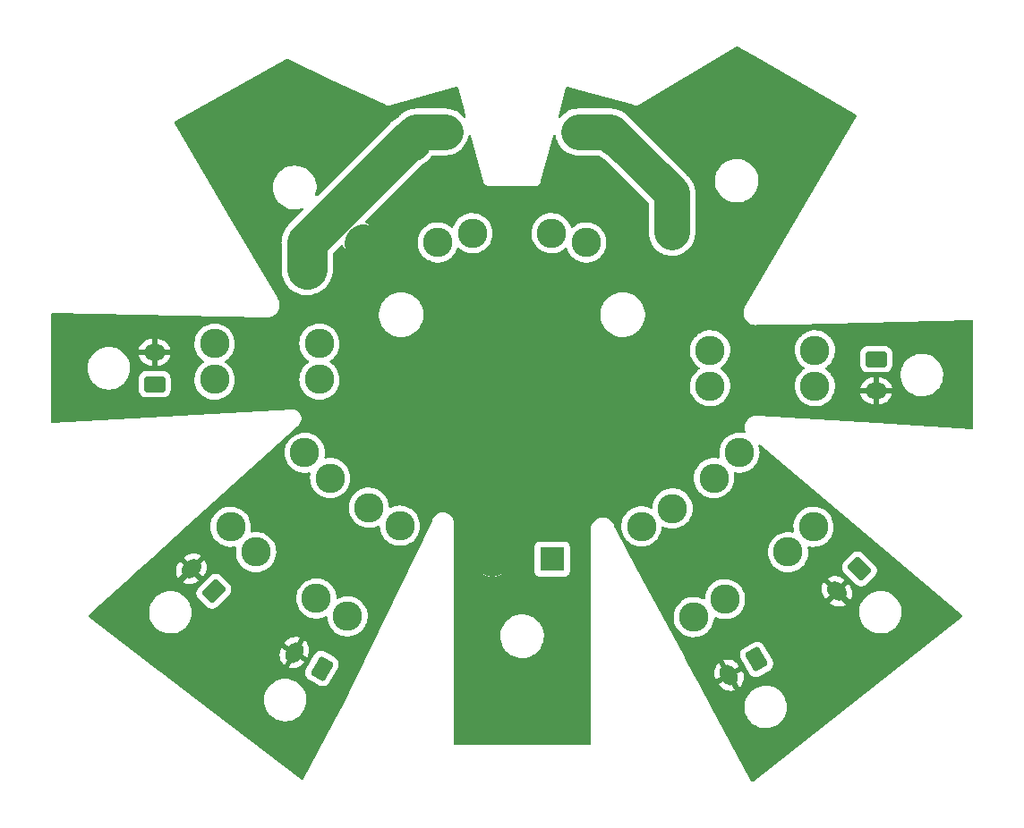
<source format=gbl>
G04 #@! TF.GenerationSoftware,KiCad,Pcbnew,(6.0.8-1)-1*
G04 #@! TF.CreationDate,2023-03-04T16:24:03-08:00*
G04 #@! TF.ProjectId,urban battery - power_distribution,75726261-6e20-4626-9174-74657279202d,rev?*
G04 #@! TF.SameCoordinates,Original*
G04 #@! TF.FileFunction,Copper,L2,Bot*
G04 #@! TF.FilePolarity,Positive*
%FSLAX46Y46*%
G04 Gerber Fmt 4.6, Leading zero omitted, Abs format (unit mm)*
G04 Created by KiCad (PCBNEW (6.0.8-1)-1) date 2023-03-04 16:24:03*
%MOMM*%
%LPD*%
G01*
G04 APERTURE LIST*
G04 Aperture macros list*
%AMRoundRect*
0 Rectangle with rounded corners*
0 $1 Rounding radius*
0 $2 $3 $4 $5 $6 $7 $8 $9 X,Y pos of 4 corners*
0 Add a 4 corners polygon primitive as box body*
4,1,4,$2,$3,$4,$5,$6,$7,$8,$9,$2,$3,0*
0 Add four circle primitives for the rounded corners*
1,1,$1+$1,$2,$3*
1,1,$1+$1,$4,$5*
1,1,$1+$1,$6,$7*
1,1,$1+$1,$8,$9*
0 Add four rect primitives between the rounded corners*
20,1,$1+$1,$2,$3,$4,$5,0*
20,1,$1+$1,$4,$5,$6,$7,0*
20,1,$1+$1,$6,$7,$8,$9,0*
20,1,$1+$1,$8,$9,$2,$3,0*%
%AMHorizOval*
0 Thick line with rounded ends*
0 $1 width*
0 $2 $3 position (X,Y) of the first rounded end (center of the circle)*
0 $4 $5 position (X,Y) of the second rounded end (center of the circle)*
0 Add line between two ends*
20,1,$1,$2,$3,$4,$5,0*
0 Add two circle primitives to create the rounded ends*
1,1,$1,$2,$3*
1,1,$1,$4,$5*%
%AMRotRect*
0 Rectangle, with rotation*
0 The origin of the aperture is its center*
0 $1 length*
0 $2 width*
0 $3 Rotation angle, in degrees counterclockwise*
0 Add horizontal line*
21,1,$1,$2,0,0,$3*%
G04 Aperture macros list end*
G04 #@! TA.AperFunction,ComponentPad*
%ADD10RoundRect,0.250001X0.813011X0.408179X-0.053012X0.908178X-0.813011X-0.408179X0.053012X-0.908178X0*%
G04 #@! TD*
G04 #@! TA.AperFunction,ComponentPad*
%ADD11HorizOval,1.500000X0.130000X0.225167X-0.130000X-0.225167X0*%
G04 #@! TD*
G04 #@! TA.AperFunction,ComponentPad*
%ADD12RoundRect,0.250001X0.759999X-0.499999X0.759999X0.499999X-0.759999X0.499999X-0.759999X-0.499999X0*%
G04 #@! TD*
G04 #@! TA.AperFunction,ComponentPad*
%ADD13O,2.020000X1.500000*%
G04 #@! TD*
G04 #@! TA.AperFunction,ComponentPad*
%ADD14C,2.780000*%
G04 #@! TD*
G04 #@! TA.AperFunction,ComponentPad*
%ADD15RotRect,2.300000X2.300000X210.000000*%
G04 #@! TD*
G04 #@! TA.AperFunction,ComponentPad*
%ADD16C,2.300000*%
G04 #@! TD*
G04 #@! TA.AperFunction,ComponentPad*
%ADD17RoundRect,0.250001X0.890953X0.183848X0.183848X0.890953X-0.890953X-0.183848X-0.183848X-0.890953X0*%
G04 #@! TD*
G04 #@! TA.AperFunction,ComponentPad*
%ADD18HorizOval,1.500000X0.183848X0.183848X-0.183848X-0.183848X0*%
G04 #@! TD*
G04 #@! TA.AperFunction,ComponentPad*
%ADD19R,2.300000X2.300000*%
G04 #@! TD*
G04 #@! TA.AperFunction,ComponentPad*
%ADD20RoundRect,0.250001X-0.759999X0.499999X-0.759999X-0.499999X0.759999X-0.499999X0.759999X0.499999X0*%
G04 #@! TD*
G04 #@! TA.AperFunction,ComponentPad*
%ADD21RoundRect,0.250001X0.053012X0.908178X-0.813011X0.408179X-0.053012X-0.908178X0.813011X-0.408179X0*%
G04 #@! TD*
G04 #@! TA.AperFunction,ComponentPad*
%ADD22HorizOval,1.500000X-0.130000X0.225167X0.130000X-0.225167X0*%
G04 #@! TD*
G04 #@! TA.AperFunction,ComponentPad*
%ADD23RotRect,2.300000X2.300000X150.000000*%
G04 #@! TD*
G04 #@! TA.AperFunction,ComponentPad*
%ADD24RoundRect,0.250001X-0.183848X0.890953X-0.890953X0.183848X0.183848X-0.890953X0.890953X-0.183848X0*%
G04 #@! TD*
G04 #@! TA.AperFunction,ComponentPad*
%ADD25HorizOval,1.500000X-0.183848X0.183848X0.183848X-0.183848X0*%
G04 #@! TD*
G04 #@! TA.AperFunction,Conductor*
%ADD26C,3.400000*%
G04 #@! TD*
G04 #@! TA.AperFunction,Conductor*
%ADD27C,3.850000*%
G04 #@! TD*
G04 #@! TA.AperFunction,Conductor*
%ADD28C,0.250000*%
G04 #@! TD*
G04 #@! TA.AperFunction,Conductor*
%ADD29C,3.600000*%
G04 #@! TD*
G04 #@! TA.AperFunction,Conductor*
%ADD30C,5.000000*%
G04 #@! TD*
G04 APERTURE END LIST*
D10*
X97899038Y-150981880D03*
D11*
X95300962Y-149481880D03*
D12*
X82075000Y-124055000D03*
D13*
X82075000Y-121055000D03*
D14*
X131072243Y-135824514D03*
X128127757Y-137524514D03*
X133087757Y-146115486D03*
X136032243Y-144415486D03*
D15*
X96520000Y-113185466D03*
D16*
X101456345Y-110335466D03*
D17*
X87687874Y-143668446D03*
D18*
X85566554Y-141547126D03*
D19*
X119695000Y-140625000D03*
D16*
X113995000Y-140625000D03*
D14*
X112145817Y-109760999D03*
X108861669Y-110640984D03*
X106294184Y-101059000D03*
X109578332Y-100179015D03*
X134990669Y-132949832D03*
X137394832Y-130545669D03*
X144409331Y-137560168D03*
X142005168Y-139964331D03*
X122913332Y-110640985D03*
X119629184Y-109761000D03*
X125480817Y-101059001D03*
X122196669Y-100179016D03*
X97670000Y-120220000D03*
X97670000Y-123620000D03*
X87750000Y-123620000D03*
X87750000Y-120220000D03*
D20*
X150335000Y-121690000D03*
D13*
X150335000Y-124690000D03*
D14*
X134620000Y-124255000D03*
X134620000Y-120855000D03*
X144540000Y-124255000D03*
X144540000Y-120855000D03*
D21*
X139014038Y-150116880D03*
D22*
X136415962Y-151616880D03*
D14*
X96285169Y-130545669D03*
X98689332Y-132949832D03*
X89270670Y-137560168D03*
X91674833Y-139964331D03*
D23*
X131022497Y-109695466D03*
D16*
X135958842Y-112545466D03*
D24*
X148748446Y-141547126D03*
D25*
X146627126Y-143668446D03*
D14*
X105290000Y-137459028D03*
X102345514Y-135759028D03*
X100330000Y-146050000D03*
X97385514Y-144350000D03*
D26*
X125235832Y-100179016D02*
X122196669Y-100179016D01*
X131022497Y-109695466D02*
X131022497Y-105965681D01*
X131022497Y-105965681D02*
X125235832Y-100179016D01*
D27*
X106101261Y-101059000D02*
X96520000Y-110640261D01*
D28*
X106045000Y-100965000D02*
X106200184Y-100965000D01*
X106200184Y-100965000D02*
X106294184Y-101059000D01*
D26*
X109578332Y-100179015D02*
X106830985Y-100179015D01*
D27*
X96520000Y-110640261D02*
X96520000Y-113185466D01*
D28*
X108698347Y-101059000D02*
X109578332Y-100179015D01*
D27*
X106294184Y-101059000D02*
X106101261Y-101059000D01*
D26*
X106830985Y-100179015D02*
X106045000Y-100965000D01*
X113995000Y-140625000D02*
X113665000Y-140295000D01*
D28*
X113995000Y-140625000D02*
X114300000Y-140320000D01*
D29*
X104140000Y-113019121D02*
X101845253Y-110724374D01*
D30*
X135958842Y-112545466D02*
X134573324Y-113930984D01*
G04 #@! TA.AperFunction,Conductor*
G36*
X137228884Y-92067452D02*
G01*
X139371167Y-93307721D01*
X148418128Y-98545435D01*
X148467058Y-98596876D01*
X148480411Y-98666605D01*
X148463696Y-98718198D01*
X138042532Y-116495479D01*
X138032542Y-116512520D01*
X138027937Y-116519270D01*
X138028137Y-116519404D01*
X138025432Y-116523449D01*
X138022421Y-116527276D01*
X138020033Y-116531523D01*
X138020031Y-116531526D01*
X138017578Y-116535888D01*
X138013791Y-116542186D01*
X137934729Y-116665371D01*
X137913905Y-116697817D01*
X137911832Y-116702681D01*
X137911831Y-116702683D01*
X137872647Y-116794626D01*
X137834681Y-116883709D01*
X137833448Y-116888854D01*
X137833448Y-116888855D01*
X137791088Y-117065664D01*
X137787601Y-117080218D01*
X137773987Y-117281829D01*
X137794221Y-117482884D01*
X137795620Y-117487979D01*
X137795621Y-117487983D01*
X137835733Y-117634036D01*
X137847736Y-117677739D01*
X137933029Y-117860926D01*
X137936027Y-117865276D01*
X137936029Y-117865279D01*
X137972736Y-117918534D01*
X138047706Y-118027303D01*
X138051389Y-118031092D01*
X138184869Y-118168416D01*
X138184875Y-118168421D01*
X138188550Y-118172202D01*
X138351606Y-118291554D01*
X138431229Y-118331414D01*
X138527572Y-118379645D01*
X138527576Y-118379647D01*
X138532299Y-118382011D01*
X138725557Y-118441033D01*
X138925957Y-118466965D01*
X138931233Y-118466759D01*
X138931235Y-118466759D01*
X139088790Y-118460604D01*
X139099220Y-118460629D01*
X139110638Y-118461129D01*
X139110641Y-118461129D01*
X139115505Y-118461342D01*
X139120344Y-118460804D01*
X139120345Y-118460804D01*
X139120714Y-118460763D01*
X139127981Y-118459955D01*
X139131963Y-118458874D01*
X139151959Y-118456760D01*
X142553225Y-118379645D01*
X159382646Y-117998081D01*
X159451201Y-118016534D01*
X159498898Y-118069122D01*
X159511500Y-118124049D01*
X159511500Y-128228095D01*
X159491498Y-128296216D01*
X159437842Y-128342709D01*
X159377361Y-128353832D01*
X150380966Y-127771406D01*
X139166282Y-127045368D01*
X139144712Y-127041621D01*
X139144678Y-127041789D01*
X139139899Y-127040810D01*
X139135221Y-127039468D01*
X139122766Y-127037905D01*
X139103350Y-127038479D01*
X139095986Y-127038481D01*
X138989254Y-127035375D01*
X138942452Y-127034013D01*
X138942450Y-127034013D01*
X138937189Y-127033860D01*
X138753452Y-127059395D01*
X138733666Y-127065630D01*
X138581552Y-127113563D01*
X138581550Y-127113564D01*
X138576526Y-127115147D01*
X138571829Y-127117547D01*
X138571830Y-127117547D01*
X138416037Y-127197165D01*
X138416031Y-127197168D01*
X138411344Y-127199564D01*
X138407120Y-127202707D01*
X138407116Y-127202709D01*
X138266743Y-127307142D01*
X138262512Y-127310290D01*
X138258864Y-127314098D01*
X138137824Y-127440434D01*
X138137821Y-127440437D01*
X138134180Y-127444238D01*
X138131219Y-127448596D01*
X138032888Y-127593315D01*
X138032884Y-127593321D01*
X138029927Y-127597674D01*
X137952659Y-127766318D01*
X137904532Y-127945469D01*
X137904032Y-127950703D01*
X137904031Y-127950708D01*
X137896607Y-128028410D01*
X137886887Y-128130130D01*
X137887265Y-128135378D01*
X137887265Y-128135382D01*
X137899594Y-128306513D01*
X137900216Y-128315153D01*
X137901462Y-128320265D01*
X137901463Y-128320271D01*
X137931935Y-128445283D01*
X137934187Y-128456853D01*
X137936514Y-128472730D01*
X137936516Y-128472739D01*
X137937391Y-128478710D01*
X137938527Y-128481188D01*
X137938951Y-128483881D01*
X137942786Y-128495834D01*
X137944972Y-128500191D01*
X137944974Y-128500197D01*
X137951852Y-128513909D01*
X137964516Y-128583767D01*
X137937402Y-128649381D01*
X137879117Y-128689921D01*
X137810776Y-128693148D01*
X137692582Y-128665752D01*
X137424729Y-128642554D01*
X137420294Y-128642798D01*
X137420290Y-128642798D01*
X137302064Y-128649304D01*
X137156279Y-128657327D01*
X136976197Y-128693148D01*
X136896957Y-128708910D01*
X136896955Y-128708911D01*
X136892589Y-128709779D01*
X136638921Y-128798861D01*
X136400334Y-128922796D01*
X136396707Y-128925388D01*
X136396702Y-128925391D01*
X136215054Y-129055200D01*
X136181591Y-129079113D01*
X135987055Y-129264691D01*
X135984299Y-129268186D01*
X135984298Y-129268188D01*
X135869617Y-129413661D01*
X135820608Y-129475828D01*
X135793661Y-129522221D01*
X135687809Y-129704457D01*
X135687806Y-129704463D01*
X135685571Y-129708311D01*
X135584639Y-129957502D01*
X135583568Y-129961815D01*
X135583566Y-129961820D01*
X135571480Y-130010476D01*
X135519824Y-130218428D01*
X135492421Y-130485883D01*
X135502976Y-130754532D01*
X135538144Y-130947091D01*
X135530706Y-131017695D01*
X135486277Y-131073072D01*
X135418961Y-131095637D01*
X135385744Y-131092473D01*
X135292761Y-131070921D01*
X135292755Y-131070920D01*
X135288419Y-131069915D01*
X135020566Y-131046717D01*
X135016131Y-131046961D01*
X135016127Y-131046961D01*
X134897901Y-131053467D01*
X134752116Y-131061490D01*
X134580450Y-131095637D01*
X134492794Y-131113073D01*
X134492792Y-131113074D01*
X134488426Y-131113942D01*
X134234758Y-131203024D01*
X133996171Y-131326959D01*
X133992544Y-131329551D01*
X133992539Y-131329554D01*
X133848868Y-131432224D01*
X133777428Y-131483276D01*
X133744641Y-131514553D01*
X133587530Y-131664430D01*
X133582892Y-131668854D01*
X133580136Y-131672349D01*
X133580135Y-131672351D01*
X133544703Y-131717297D01*
X133416445Y-131879991D01*
X133389498Y-131926384D01*
X133283646Y-132108620D01*
X133283643Y-132108626D01*
X133281408Y-132112474D01*
X133279734Y-132116607D01*
X133186659Y-132346401D01*
X133180476Y-132361665D01*
X133179405Y-132365978D01*
X133179403Y-132365983D01*
X133150210Y-132483507D01*
X133115661Y-132622591D01*
X133088258Y-132890046D01*
X133098813Y-133158695D01*
X133147116Y-133423176D01*
X133232203Y-133678213D01*
X133234196Y-133682201D01*
X133332395Y-133878727D01*
X133352376Y-133918716D01*
X133505237Y-134139888D01*
X133687736Y-134337314D01*
X133691190Y-134340126D01*
X133892776Y-134504243D01*
X133892780Y-134504246D01*
X133896233Y-134507057D01*
X133900055Y-134509358D01*
X134037288Y-134591979D01*
X134126566Y-134645729D01*
X134220941Y-134685692D01*
X134370038Y-134748827D01*
X134370043Y-134748829D01*
X134374141Y-134750564D01*
X134378438Y-134751703D01*
X134378443Y-134751705D01*
X134504079Y-134785016D01*
X134634017Y-134819468D01*
X134901009Y-134851069D01*
X135169790Y-134844735D01*
X135321592Y-134819468D01*
X135430607Y-134801323D01*
X135430611Y-134801322D01*
X135434997Y-134800592D01*
X135439238Y-134799251D01*
X135439241Y-134799250D01*
X135687093Y-134720865D01*
X135687095Y-134720864D01*
X135691339Y-134719522D01*
X135695350Y-134717596D01*
X135695355Y-134717594D01*
X135929681Y-134605072D01*
X135929682Y-134605071D01*
X135933700Y-134603142D01*
X135960545Y-134585205D01*
X136153538Y-134456252D01*
X136153542Y-134456249D01*
X136157246Y-134453774D01*
X136160563Y-134450803D01*
X136160567Y-134450800D01*
X136354197Y-134277370D01*
X136354198Y-134277369D01*
X136357515Y-134274398D01*
X136530511Y-134068593D01*
X136672784Y-133840466D01*
X136781494Y-133594569D01*
X136854473Y-133335807D01*
X136878262Y-133158695D01*
X136889836Y-133072526D01*
X136889837Y-133072518D01*
X136890263Y-133069344D01*
X136894019Y-132949832D01*
X136875031Y-132681648D01*
X136847616Y-132554312D01*
X136852833Y-132483507D01*
X136895501Y-132426762D01*
X136962074Y-132402094D01*
X137003085Y-132406000D01*
X137038180Y-132415305D01*
X137305172Y-132446906D01*
X137573953Y-132440572D01*
X137725755Y-132415305D01*
X137834770Y-132397160D01*
X137834774Y-132397159D01*
X137839160Y-132396429D01*
X137843401Y-132395088D01*
X137843404Y-132395087D01*
X138091256Y-132316702D01*
X138091258Y-132316701D01*
X138095502Y-132315359D01*
X138099513Y-132313433D01*
X138099518Y-132313431D01*
X138333844Y-132200909D01*
X138333845Y-132200908D01*
X138337863Y-132198979D01*
X138341569Y-132196503D01*
X138557701Y-132052089D01*
X138557705Y-132052086D01*
X138561409Y-132049611D01*
X138564726Y-132046640D01*
X138564730Y-132046637D01*
X138758360Y-131873207D01*
X138758361Y-131873206D01*
X138761678Y-131870235D01*
X138934674Y-131664430D01*
X139076947Y-131436303D01*
X139185657Y-131190406D01*
X139258636Y-130931644D01*
X139282425Y-130754532D01*
X139293999Y-130668363D01*
X139294000Y-130668355D01*
X139294426Y-130665181D01*
X139298182Y-130545669D01*
X139279194Y-130277485D01*
X139222607Y-130014651D01*
X139202691Y-129960666D01*
X139197879Y-129889836D01*
X139232125Y-129827645D01*
X139294558Y-129793842D01*
X139365355Y-129799159D01*
X139402254Y-129820838D01*
X158463104Y-145936444D01*
X158502210Y-145995701D01*
X158503071Y-146066692D01*
X158465415Y-146126879D01*
X158459731Y-146131635D01*
X138708563Y-161693161D01*
X138642676Y-161719608D01*
X138572950Y-161706235D01*
X138519646Y-161653926D01*
X138443904Y-161513261D01*
X134687909Y-154537843D01*
X137862822Y-154537843D01*
X137862975Y-154542231D01*
X137862975Y-154542237D01*
X137869578Y-154731303D01*
X137872625Y-154818568D01*
X137873387Y-154822891D01*
X137873388Y-154822898D01*
X137897164Y-154957734D01*
X137921402Y-155095197D01*
X138008203Y-155362345D01*
X138131340Y-155614812D01*
X138133795Y-155618451D01*
X138133798Y-155618457D01*
X138173952Y-155677987D01*
X138288415Y-155847686D01*
X138476371Y-156056432D01*
X138691550Y-156236989D01*
X138929764Y-156385841D01*
X139186375Y-156500092D01*
X139456390Y-156577517D01*
X139460740Y-156578128D01*
X139460743Y-156578129D01*
X139563690Y-156592597D01*
X139734552Y-156616610D01*
X139945146Y-156616610D01*
X139947332Y-156616457D01*
X139947336Y-156616457D01*
X140150827Y-156602228D01*
X140150832Y-156602227D01*
X140155212Y-156601921D01*
X140429970Y-156543519D01*
X140434099Y-156542016D01*
X140434103Y-156542015D01*
X140689781Y-156448956D01*
X140689785Y-156448954D01*
X140693926Y-156447447D01*
X140941942Y-156315574D01*
X141046896Y-156239321D01*
X141165629Y-156153057D01*
X141165632Y-156153054D01*
X141169192Y-156150468D01*
X141371252Y-155955341D01*
X141544188Y-155733992D01*
X141546384Y-155730188D01*
X141546389Y-155730181D01*
X141682435Y-155494541D01*
X141684636Y-155490729D01*
X141789862Y-155230286D01*
X141790928Y-155226011D01*
X141856753Y-154962003D01*
X141856754Y-154961998D01*
X141857817Y-154957734D01*
X141862665Y-154911613D01*
X141886719Y-154682746D01*
X141886719Y-154682743D01*
X141887178Y-154678377D01*
X141884419Y-154599369D01*
X141877529Y-154402049D01*
X141877528Y-154402043D01*
X141877375Y-154397652D01*
X141853608Y-154262859D01*
X141829360Y-154125346D01*
X141828598Y-154121023D01*
X141741797Y-153853875D01*
X141695193Y-153758322D01*
X141627346Y-153619217D01*
X141618660Y-153601408D01*
X141616205Y-153597769D01*
X141616202Y-153597763D01*
X141535935Y-153478763D01*
X141461585Y-153368534D01*
X141273629Y-153159788D01*
X141058450Y-152979231D01*
X140820236Y-152830379D01*
X140610920Y-152737185D01*
X140567639Y-152717915D01*
X140567637Y-152717914D01*
X140563625Y-152716128D01*
X140293610Y-152638703D01*
X140289260Y-152638092D01*
X140289257Y-152638091D01*
X140186310Y-152623623D01*
X140015448Y-152599610D01*
X139804854Y-152599610D01*
X139802668Y-152599763D01*
X139802664Y-152599763D01*
X139599173Y-152613992D01*
X139599168Y-152613993D01*
X139594788Y-152614299D01*
X139320030Y-152672701D01*
X139315901Y-152674204D01*
X139315897Y-152674205D01*
X139060219Y-152767264D01*
X139060215Y-152767266D01*
X139056074Y-152768773D01*
X138808058Y-152900646D01*
X138804499Y-152903232D01*
X138804497Y-152903233D01*
X138624206Y-153034222D01*
X138580808Y-153065752D01*
X138378748Y-153260879D01*
X138205812Y-153482228D01*
X138203616Y-153486032D01*
X138203611Y-153486039D01*
X138121732Y-153627859D01*
X138065364Y-153725491D01*
X137960138Y-153985934D01*
X137959073Y-153990207D01*
X137959072Y-153990209D01*
X137909783Y-154187898D01*
X137892183Y-154258486D01*
X137891724Y-154262854D01*
X137891723Y-154262859D01*
X137863281Y-154533474D01*
X137862822Y-154537843D01*
X134687909Y-154537843D01*
X133574506Y-152470095D01*
X135457882Y-152470095D01*
X135460275Y-152477582D01*
X135483588Y-152517962D01*
X135486605Y-152522688D01*
X135577993Y-152652721D01*
X135585213Y-152661265D01*
X135736852Y-152811322D01*
X135745465Y-152818448D01*
X135921288Y-152939288D01*
X135931019Y-152944771D01*
X136125461Y-153032566D01*
X136136019Y-153036242D01*
X136342927Y-153088214D01*
X136353972Y-153089963D01*
X136566817Y-153104474D01*
X136577987Y-153104241D01*
X136790040Y-153080829D01*
X136801002Y-153078618D01*
X136925049Y-153041874D01*
X136936894Y-153034222D01*
X136935511Y-153024765D01*
X136332049Y-151979539D01*
X136320554Y-151968579D01*
X136318746Y-151968230D01*
X136311259Y-151970623D01*
X135469190Y-152456792D01*
X135458230Y-152468287D01*
X135457882Y-152470095D01*
X133574506Y-152470095D01*
X133026414Y-151452210D01*
X135024814Y-151452210D01*
X135025398Y-151463368D01*
X135055458Y-151674577D01*
X135058012Y-151685469D01*
X135125311Y-151888962D01*
X135128835Y-151897469D01*
X135151590Y-151942714D01*
X135153321Y-151945921D01*
X135190445Y-152010222D01*
X135201939Y-152021182D01*
X135203746Y-152021530D01*
X135211235Y-152019136D01*
X135739579Y-151714096D01*
X136767312Y-151714096D01*
X136769705Y-151721583D01*
X137375137Y-152770222D01*
X137385683Y-152780277D01*
X137394766Y-152776758D01*
X137394947Y-152776595D01*
X137540175Y-152620311D01*
X137547025Y-152611480D01*
X137662280Y-152431952D01*
X137667457Y-152422051D01*
X137749102Y-152224945D01*
X137752444Y-152214279D01*
X137797893Y-152005830D01*
X137799293Y-151994744D01*
X137807110Y-151781550D01*
X137806526Y-151770392D01*
X137776467Y-151559177D01*
X137773913Y-151548292D01*
X137706618Y-151344814D01*
X137703085Y-151336282D01*
X137680334Y-151291046D01*
X137678603Y-151287839D01*
X137641479Y-151223538D01*
X137629985Y-151212578D01*
X137628178Y-151212230D01*
X137620689Y-151214624D01*
X136778621Y-151700793D01*
X136767661Y-151712288D01*
X136767312Y-151714096D01*
X135739579Y-151714096D01*
X136053303Y-151532967D01*
X136064263Y-151521472D01*
X136064612Y-151519664D01*
X136062219Y-151512177D01*
X135456787Y-150463538D01*
X135446241Y-150453483D01*
X135437159Y-150457001D01*
X135436974Y-150457168D01*
X135291744Y-150613454D01*
X135284901Y-150622276D01*
X135169642Y-150801811D01*
X135164466Y-150811711D01*
X135082823Y-151008816D01*
X135079481Y-151019478D01*
X135034032Y-151227924D01*
X135032631Y-151239017D01*
X135024814Y-151452210D01*
X133026414Y-151452210D01*
X132351898Y-150199538D01*
X135895030Y-150199538D01*
X135896413Y-150208995D01*
X136499875Y-151254221D01*
X136511370Y-151265181D01*
X136513178Y-151265530D01*
X136520665Y-151263137D01*
X137362734Y-150776968D01*
X137373694Y-150765473D01*
X137374042Y-150763665D01*
X137371649Y-150756178D01*
X137348333Y-150715792D01*
X137345326Y-150711082D01*
X137253922Y-150581028D01*
X137246721Y-150572507D01*
X137095071Y-150422436D01*
X137086459Y-150415311D01*
X136910637Y-150294472D01*
X136900905Y-150288989D01*
X136706456Y-150201192D01*
X136695915Y-150197521D01*
X136488992Y-150145545D01*
X136477955Y-150143797D01*
X136265107Y-150129287D01*
X136253936Y-150129520D01*
X136041883Y-150152931D01*
X136030923Y-150155141D01*
X135906875Y-150191886D01*
X135895030Y-150199538D01*
X132351898Y-150199538D01*
X132123440Y-149775259D01*
X137440267Y-149775259D01*
X137441745Y-149782427D01*
X137473851Y-149938139D01*
X137475984Y-149948486D01*
X137518945Y-150044303D01*
X138329345Y-151447957D01*
X138331250Y-151450586D01*
X138331253Y-151450591D01*
X138375873Y-151512177D01*
X138391731Y-151534065D01*
X138524098Y-151651379D01*
X138679902Y-151735096D01*
X138736098Y-151750101D01*
X138843713Y-151778836D01*
X138843716Y-151778836D01*
X138850785Y-151780724D01*
X138858098Y-151780935D01*
X138858100Y-151780935D01*
X138931562Y-151783051D01*
X139027583Y-151785817D01*
X139200810Y-151750101D01*
X139296628Y-151707140D01*
X140249948Y-151156740D01*
X140336057Y-151094353D01*
X140453370Y-150961987D01*
X140537087Y-150806182D01*
X140582716Y-150635299D01*
X140583346Y-150613454D01*
X140587598Y-150465814D01*
X140587809Y-150458501D01*
X140577983Y-150410843D01*
X140553482Y-150292014D01*
X140553481Y-150292011D01*
X140552092Y-150285274D01*
X140509131Y-150189457D01*
X139698731Y-148785803D01*
X139636345Y-148699695D01*
X139503978Y-148582381D01*
X139397751Y-148525303D01*
X139354621Y-148502128D01*
X139354620Y-148502128D01*
X139348174Y-148498664D01*
X139262733Y-148475850D01*
X139184363Y-148454924D01*
X139184360Y-148454924D01*
X139177291Y-148453036D01*
X139169978Y-148452825D01*
X139169976Y-148452825D01*
X139096514Y-148450709D01*
X139000493Y-148447943D01*
X138827266Y-148483659D01*
X138731448Y-148526620D01*
X137778128Y-149077020D01*
X137692019Y-149139407D01*
X137574706Y-149271773D01*
X137490989Y-149427578D01*
X137445360Y-149598461D01*
X137440267Y-149775259D01*
X132123440Y-149775259D01*
X130120601Y-146055700D01*
X131185346Y-146055700D01*
X131187559Y-146112037D01*
X131195357Y-146310494D01*
X131195901Y-146324349D01*
X131244204Y-146588830D01*
X131329291Y-146843867D01*
X131331284Y-146847855D01*
X131415596Y-147016589D01*
X131449464Y-147084370D01*
X131602325Y-147305542D01*
X131784824Y-147502968D01*
X131788278Y-147505780D01*
X131989864Y-147669897D01*
X131989868Y-147669900D01*
X131993321Y-147672711D01*
X132223654Y-147811383D01*
X132311580Y-147848615D01*
X132467126Y-147914481D01*
X132467131Y-147914483D01*
X132471229Y-147916218D01*
X132475526Y-147917357D01*
X132475531Y-147917359D01*
X132579416Y-147944903D01*
X132731105Y-147985122D01*
X132998097Y-148016723D01*
X133266878Y-148010389D01*
X133359334Y-147995000D01*
X133527695Y-147966977D01*
X133527699Y-147966976D01*
X133532085Y-147966246D01*
X133536326Y-147964905D01*
X133536329Y-147964904D01*
X133784181Y-147886519D01*
X133784183Y-147886518D01*
X133788427Y-147885176D01*
X133792438Y-147883250D01*
X133792443Y-147883248D01*
X134026769Y-147770726D01*
X134026770Y-147770725D01*
X134030788Y-147768796D01*
X134068500Y-147743598D01*
X134250626Y-147621906D01*
X134250630Y-147621903D01*
X134254334Y-147619428D01*
X134257651Y-147616457D01*
X134257655Y-147616454D01*
X134451285Y-147443024D01*
X134451286Y-147443023D01*
X134454603Y-147440052D01*
X134627599Y-147234247D01*
X134769872Y-147006120D01*
X134878582Y-146760223D01*
X134951561Y-146501461D01*
X134965795Y-146395486D01*
X134986924Y-146238180D01*
X134986925Y-146238172D01*
X134987351Y-146234998D01*
X134987798Y-146220766D01*
X135009928Y-146153308D01*
X135065017Y-146108522D01*
X135135573Y-146100629D01*
X135168089Y-146111504D01*
X135168140Y-146111383D01*
X135172242Y-146113120D01*
X135411612Y-146214481D01*
X135411617Y-146214483D01*
X135415715Y-146216218D01*
X135420012Y-146217357D01*
X135420017Y-146217359D01*
X135523902Y-146244903D01*
X135675591Y-146285122D01*
X135942583Y-146316723D01*
X136211364Y-146310389D01*
X136294414Y-146296566D01*
X136472181Y-146266977D01*
X136472185Y-146266976D01*
X136476571Y-146266246D01*
X136480812Y-146264905D01*
X136480815Y-146264904D01*
X136728667Y-146186519D01*
X136728669Y-146186518D01*
X136732913Y-146185176D01*
X136736924Y-146183250D01*
X136736929Y-146183248D01*
X136971255Y-146070726D01*
X136971256Y-146070725D01*
X136975274Y-146068796D01*
X136978980Y-146066320D01*
X137195112Y-145921906D01*
X137195116Y-145921903D01*
X137198820Y-145919428D01*
X137202137Y-145916457D01*
X137202141Y-145916454D01*
X137395771Y-145743024D01*
X137395772Y-145743023D01*
X137399089Y-145740052D01*
X137523354Y-145592220D01*
X148730309Y-145592220D01*
X148730462Y-145596608D01*
X148730462Y-145596614D01*
X148739887Y-145866500D01*
X148740112Y-145872945D01*
X148740874Y-145877268D01*
X148740875Y-145877275D01*
X148764651Y-146012111D01*
X148788889Y-146149574D01*
X148875690Y-146416722D01*
X148877618Y-146420675D01*
X148877620Y-146420680D01*
X148927693Y-146523344D01*
X148998827Y-146669189D01*
X149001282Y-146672828D01*
X149001285Y-146672834D01*
X149057334Y-146755930D01*
X149155902Y-146902063D01*
X149158847Y-146905334D01*
X149158848Y-146905335D01*
X149194036Y-146944415D01*
X149343858Y-147110809D01*
X149559037Y-147291366D01*
X149797251Y-147440218D01*
X149930847Y-147499699D01*
X150045999Y-147550968D01*
X150053862Y-147554469D01*
X150096419Y-147566672D01*
X150280403Y-147619428D01*
X150323877Y-147631894D01*
X150328227Y-147632505D01*
X150328230Y-147632506D01*
X150431177Y-147646974D01*
X150602039Y-147670987D01*
X150812633Y-147670987D01*
X150814819Y-147670834D01*
X150814823Y-147670834D01*
X151018314Y-147656605D01*
X151018319Y-147656604D01*
X151022699Y-147656298D01*
X151297457Y-147597896D01*
X151301586Y-147596393D01*
X151301590Y-147596392D01*
X151557268Y-147503333D01*
X151557272Y-147503331D01*
X151561413Y-147501824D01*
X151809429Y-147369951D01*
X151812990Y-147367364D01*
X152033116Y-147207434D01*
X152033119Y-147207431D01*
X152036679Y-147204845D01*
X152238739Y-147009718D01*
X152411675Y-146788369D01*
X152413871Y-146784565D01*
X152413876Y-146784558D01*
X152549922Y-146548918D01*
X152552123Y-146545106D01*
X152657349Y-146284663D01*
X152661941Y-146266246D01*
X152724240Y-146016380D01*
X152724241Y-146016375D01*
X152725304Y-146012111D01*
X152726591Y-145999872D01*
X152754206Y-145737123D01*
X152754206Y-145737120D01*
X152754665Y-145732754D01*
X152754512Y-145728360D01*
X152745016Y-145456426D01*
X152745015Y-145456420D01*
X152744862Y-145452029D01*
X152721095Y-145317236D01*
X152712191Y-145266744D01*
X152696085Y-145175400D01*
X152609284Y-144908252D01*
X152573317Y-144834508D01*
X152544807Y-144776056D01*
X152486147Y-144655785D01*
X152483692Y-144652146D01*
X152483689Y-144652140D01*
X152410597Y-144543777D01*
X152329072Y-144422911D01*
X152322387Y-144415486D01*
X152214146Y-144295273D01*
X152141116Y-144214165D01*
X151925937Y-144033608D01*
X151687723Y-143884756D01*
X151431112Y-143770505D01*
X151161097Y-143693080D01*
X151156747Y-143692469D01*
X151156744Y-143692468D01*
X151035354Y-143675408D01*
X150882935Y-143653987D01*
X150672341Y-143653987D01*
X150670155Y-143654140D01*
X150670151Y-143654140D01*
X150466660Y-143668369D01*
X150466655Y-143668370D01*
X150462275Y-143668676D01*
X150187517Y-143727078D01*
X150183388Y-143728581D01*
X150183384Y-143728582D01*
X149927706Y-143821641D01*
X149927702Y-143821643D01*
X149923561Y-143823150D01*
X149675545Y-143955023D01*
X149671986Y-143957609D01*
X149671984Y-143957610D01*
X149467244Y-144106362D01*
X149448295Y-144120129D01*
X149445131Y-144123185D01*
X149445128Y-144123187D01*
X149396964Y-144169699D01*
X149246235Y-144315256D01*
X149164230Y-144420218D01*
X149080345Y-144527587D01*
X149073299Y-144536605D01*
X149071103Y-144540409D01*
X149071098Y-144540416D01*
X148964654Y-144724784D01*
X148932851Y-144779868D01*
X148827625Y-145040311D01*
X148826560Y-145044584D01*
X148826559Y-145044586D01*
X148768188Y-145278700D01*
X148759670Y-145312863D01*
X148759211Y-145317231D01*
X148759210Y-145317236D01*
X148735448Y-145543325D01*
X148730309Y-145592220D01*
X137523354Y-145592220D01*
X137572085Y-145534247D01*
X137714358Y-145306120D01*
X137823068Y-145060223D01*
X137826095Y-145049492D01*
X137864747Y-144912441D01*
X137896047Y-144801461D01*
X137904474Y-144738722D01*
X145922388Y-144738722D01*
X145922520Y-144740556D01*
X145926772Y-144747172D01*
X145959727Y-144780127D01*
X145963887Y-144783932D01*
X146085807Y-144885875D01*
X146094986Y-144892255D01*
X146280307Y-144997960D01*
X146290462Y-145002609D01*
X146491571Y-145073825D01*
X146502392Y-145076603D01*
X146712929Y-145111080D01*
X146724084Y-145111899D01*
X146937389Y-145108548D01*
X146948507Y-145107380D01*
X147157856Y-145066308D01*
X147168595Y-145063188D01*
X147367366Y-144985689D01*
X147377362Y-144980727D01*
X147487683Y-144913123D01*
X147497143Y-144902667D01*
X147493359Y-144893889D01*
X146639938Y-144040468D01*
X146625994Y-144032854D01*
X146624161Y-144032985D01*
X146617546Y-144037236D01*
X145929999Y-144724784D01*
X145922388Y-144738722D01*
X137904474Y-144738722D01*
X137915083Y-144659737D01*
X137931410Y-144538180D01*
X137931411Y-144538172D01*
X137931837Y-144534998D01*
X137934100Y-144462993D01*
X137935492Y-144418708D01*
X137935492Y-144418703D01*
X137935593Y-144415486D01*
X137929539Y-144329973D01*
X137916920Y-144151751D01*
X137916605Y-144147302D01*
X137860018Y-143884468D01*
X137858399Y-143880078D01*
X137768503Y-143636407D01*
X137766962Y-143632230D01*
X137672316Y-143456819D01*
X137661788Y-143437307D01*
X145181565Y-143437307D01*
X145191615Y-143650416D01*
X145193131Y-143661484D01*
X145240759Y-143869439D01*
X145244215Y-143880078D01*
X145327913Y-144076303D01*
X145333199Y-144086162D01*
X145450872Y-144265302D01*
X145456481Y-144272611D01*
X145490168Y-144310421D01*
X145492672Y-144313073D01*
X145545168Y-144365569D01*
X145559112Y-144373183D01*
X145560947Y-144373052D01*
X145567557Y-144368804D01*
X146255105Y-143681257D01*
X146261482Y-143669578D01*
X146991534Y-143669578D01*
X146991665Y-143671412D01*
X146995916Y-143678026D01*
X147852123Y-144534233D01*
X147864916Y-144541219D01*
X147872776Y-144535472D01*
X147872913Y-144535261D01*
X147972739Y-144346721D01*
X147977074Y-144336406D01*
X148041934Y-144133174D01*
X148044372Y-144122266D01*
X148072219Y-143910746D01*
X148072687Y-143899586D01*
X148062637Y-143686476D01*
X148061121Y-143675408D01*
X148013493Y-143467451D01*
X148010039Y-143456819D01*
X147926336Y-143260582D01*
X147921055Y-143250732D01*
X147803384Y-143071597D01*
X147797770Y-143064280D01*
X147764088Y-143026477D01*
X147761584Y-143023824D01*
X147709080Y-142971319D01*
X147695142Y-142963709D01*
X147693305Y-142963840D01*
X147686695Y-142968088D01*
X146999147Y-143655635D01*
X146991534Y-143669578D01*
X146261482Y-143669578D01*
X146262718Y-143667314D01*
X146262587Y-143665480D01*
X146258336Y-143658866D01*
X145402129Y-142802659D01*
X145389338Y-142795674D01*
X145381473Y-142801426D01*
X145381343Y-142801626D01*
X145281514Y-142990171D01*
X145277178Y-143000487D01*
X145212318Y-143203719D01*
X145209880Y-143214627D01*
X145182033Y-143426147D01*
X145181565Y-143437307D01*
X137661788Y-143437307D01*
X137641408Y-143399536D01*
X137641408Y-143399535D01*
X137639295Y-143395620D01*
X137479562Y-143179359D01*
X137438853Y-143138005D01*
X137362057Y-143059994D01*
X137290951Y-142987762D01*
X137287412Y-142985061D01*
X137287405Y-142985055D01*
X137145527Y-142876778D01*
X137077226Y-142824652D01*
X136965117Y-142761868D01*
X136846536Y-142695459D01*
X136846533Y-142695458D01*
X136842650Y-142693283D01*
X136838505Y-142691679D01*
X136838502Y-142691678D01*
X136640663Y-142615140D01*
X136591905Y-142596277D01*
X136587580Y-142595274D01*
X136587575Y-142595273D01*
X136405027Y-142552961D01*
X136329993Y-142535569D01*
X136062140Y-142512371D01*
X136057705Y-142512615D01*
X136057701Y-142512615D01*
X135939475Y-142519121D01*
X135793690Y-142527144D01*
X135609212Y-142563840D01*
X135534368Y-142578727D01*
X135534366Y-142578728D01*
X135530000Y-142579596D01*
X135276332Y-142668678D01*
X135037745Y-142792613D01*
X135034118Y-142795205D01*
X135034113Y-142795208D01*
X134891567Y-142897074D01*
X134819002Y-142948930D01*
X134773133Y-142992687D01*
X134642332Y-143117465D01*
X134624466Y-143134508D01*
X134621710Y-143138003D01*
X134621709Y-143138005D01*
X134473071Y-143326552D01*
X134458019Y-143345645D01*
X134403037Y-143440303D01*
X134325220Y-143574274D01*
X134325217Y-143574280D01*
X134322982Y-143578128D01*
X134321308Y-143582261D01*
X134223739Y-143823150D01*
X134222050Y-143827319D01*
X134220979Y-143831632D01*
X134220977Y-143831637D01*
X134193714Y-143941391D01*
X134157235Y-144088245D01*
X134156781Y-144092676D01*
X134133169Y-144323127D01*
X134106328Y-144388854D01*
X134048213Y-144429636D01*
X133977275Y-144432524D01*
X133946264Y-144420221D01*
X133898164Y-144393283D01*
X133894019Y-144391679D01*
X133894016Y-144391678D01*
X133705438Y-144318723D01*
X133647419Y-144296277D01*
X133643094Y-144295274D01*
X133643089Y-144295273D01*
X133499213Y-144261925D01*
X133385507Y-144235569D01*
X133117654Y-144212371D01*
X133113219Y-144212615D01*
X133113215Y-144212615D01*
X132994989Y-144219121D01*
X132849204Y-144227144D01*
X132702021Y-144256421D01*
X132589882Y-144278727D01*
X132589880Y-144278728D01*
X132585514Y-144279596D01*
X132331846Y-144368678D01*
X132093259Y-144492613D01*
X132089632Y-144495205D01*
X132089627Y-144495208D01*
X131915602Y-144619569D01*
X131874516Y-144648930D01*
X131780390Y-144738722D01*
X131697846Y-144817465D01*
X131679980Y-144834508D01*
X131677224Y-144838003D01*
X131677223Y-144838005D01*
X131528585Y-145026552D01*
X131513533Y-145045645D01*
X131465058Y-145129101D01*
X131380734Y-145274274D01*
X131380731Y-145274280D01*
X131378496Y-145278128D01*
X131277564Y-145527319D01*
X131276493Y-145531632D01*
X131276491Y-145531637D01*
X131239577Y-145680244D01*
X131212749Y-145788245D01*
X131185346Y-146055700D01*
X130120601Y-146055700D01*
X128170576Y-142434225D01*
X145757109Y-142434225D01*
X145760893Y-142443003D01*
X146614314Y-143296424D01*
X146628258Y-143304038D01*
X146630091Y-143303907D01*
X146636706Y-143299656D01*
X147324253Y-142612108D01*
X147331864Y-142598170D01*
X147331732Y-142596334D01*
X147327483Y-142589722D01*
X147294525Y-142556764D01*
X147290368Y-142552961D01*
X147168442Y-142451016D01*
X147159264Y-142444637D01*
X146973954Y-142338937D01*
X146963785Y-142334281D01*
X146762681Y-142263067D01*
X146751860Y-142260289D01*
X146541323Y-142225812D01*
X146530169Y-142224993D01*
X146316864Y-142228345D01*
X146305743Y-142229513D01*
X146096393Y-142270585D01*
X146085663Y-142273702D01*
X145886886Y-142351203D01*
X145876890Y-142356165D01*
X145766569Y-142423769D01*
X145757109Y-142434225D01*
X128170576Y-142434225D01*
X126808440Y-139904545D01*
X140102757Y-139904545D01*
X140102932Y-139908997D01*
X140110893Y-140111615D01*
X140113312Y-140173194D01*
X140161615Y-140437675D01*
X140163024Y-140441898D01*
X140244653Y-140686569D01*
X140246702Y-140692712D01*
X140248695Y-140696700D01*
X140342226Y-140883884D01*
X140366875Y-140933215D01*
X140375105Y-140945123D01*
X140505731Y-141134123D01*
X140519736Y-141154387D01*
X140522758Y-141157656D01*
X140631697Y-141275505D01*
X140702235Y-141351813D01*
X140705689Y-141354625D01*
X140907275Y-141518742D01*
X140907279Y-141518745D01*
X140910732Y-141521556D01*
X140914554Y-141523857D01*
X141122738Y-141649194D01*
X141141065Y-141660228D01*
X141236945Y-141700828D01*
X141384537Y-141763326D01*
X141384542Y-141763328D01*
X141388640Y-141765063D01*
X141392937Y-141766202D01*
X141392942Y-141766204D01*
X141474707Y-141787883D01*
X141648516Y-141833967D01*
X141915508Y-141865568D01*
X142184289Y-141859234D01*
X142336091Y-141833967D01*
X142445106Y-141815822D01*
X142445110Y-141815821D01*
X142449496Y-141815091D01*
X142453737Y-141813750D01*
X142453740Y-141813749D01*
X142701592Y-141735364D01*
X142701594Y-141735363D01*
X142705838Y-141734021D01*
X142709849Y-141732095D01*
X142709854Y-141732093D01*
X142944180Y-141619571D01*
X142944181Y-141619570D01*
X142948199Y-141617641D01*
X142951905Y-141615165D01*
X143168037Y-141470751D01*
X143168041Y-141470748D01*
X143171745Y-141468273D01*
X143175062Y-141465302D01*
X143175066Y-141465299D01*
X143368696Y-141291869D01*
X143368697Y-141291868D01*
X143372014Y-141288897D01*
X143383271Y-141275505D01*
X147098889Y-141275505D01*
X147098895Y-141282821D01*
X147098895Y-141282824D01*
X147098926Y-141317855D01*
X147099043Y-141452375D01*
X147115460Y-141521556D01*
X147137675Y-141615165D01*
X147139882Y-141624467D01*
X147143164Y-141631006D01*
X147143164Y-141631007D01*
X147216129Y-141776397D01*
X147216132Y-141776401D01*
X147219216Y-141782547D01*
X147223559Y-141787882D01*
X147223560Y-141787883D01*
X147281734Y-141859339D01*
X147285513Y-141863981D01*
X148431591Y-143010059D01*
X148434121Y-143012113D01*
X148434125Y-143012117D01*
X148508785Y-143072741D01*
X148508789Y-143072743D01*
X148514138Y-143077087D01*
X148520299Y-143080165D01*
X148520303Y-143080168D01*
X148665815Y-143152875D01*
X148665817Y-143152876D01*
X148672358Y-143156144D01*
X148757435Y-143176177D01*
X148837398Y-143195006D01*
X148837400Y-143195006D01*
X148844521Y-143196683D01*
X148851837Y-143196677D01*
X148851840Y-143196677D01*
X148933147Y-143196606D01*
X149021391Y-143196529D01*
X149107437Y-143176110D01*
X149186362Y-143157380D01*
X149186363Y-143157380D01*
X149193483Y-143155690D01*
X149241812Y-143131436D01*
X149345414Y-143079442D01*
X149351563Y-143076356D01*
X149357555Y-143071478D01*
X149430502Y-143012090D01*
X149430508Y-143012084D01*
X149432996Y-143010059D01*
X150211379Y-142231676D01*
X150213437Y-142229142D01*
X150274061Y-142154482D01*
X150274063Y-142154478D01*
X150278407Y-142149129D01*
X150281486Y-142142968D01*
X150281488Y-142142964D01*
X150354195Y-141997452D01*
X150357464Y-141990910D01*
X150386286Y-141868509D01*
X150396326Y-141825870D01*
X150396326Y-141825868D01*
X150398003Y-141818747D01*
X150397972Y-141782547D01*
X150397926Y-141730121D01*
X150397849Y-141641877D01*
X150357010Y-141469785D01*
X150352763Y-141461323D01*
X150280763Y-141317855D01*
X150280760Y-141317851D01*
X150277676Y-141311705D01*
X150256330Y-141285485D01*
X150213409Y-141232764D01*
X150213405Y-141232759D01*
X150211379Y-141230271D01*
X149065301Y-140084193D01*
X149060916Y-140080632D01*
X148988107Y-140021511D01*
X148988103Y-140021509D01*
X148982754Y-140017165D01*
X148976593Y-140014087D01*
X148976589Y-140014084D01*
X148831077Y-139941377D01*
X148831075Y-139941376D01*
X148824534Y-139938108D01*
X148700904Y-139908997D01*
X148659494Y-139899246D01*
X148659492Y-139899246D01*
X148652371Y-139897569D01*
X148645055Y-139897575D01*
X148645052Y-139897575D01*
X148563745Y-139897646D01*
X148475501Y-139897723D01*
X148389455Y-139918143D01*
X148310530Y-139936872D01*
X148310529Y-139936872D01*
X148303409Y-139938562D01*
X148145329Y-140017896D01*
X148139996Y-140022238D01*
X148139994Y-140022239D01*
X148066390Y-140082162D01*
X148066384Y-140082168D01*
X148063896Y-140084193D01*
X147285513Y-140862576D01*
X147283459Y-140865106D01*
X147283455Y-140865110D01*
X147222831Y-140939770D01*
X147222829Y-140939774D01*
X147218485Y-140945123D01*
X147215406Y-140951284D01*
X147215404Y-140951288D01*
X147182872Y-141016396D01*
X147139428Y-141103342D01*
X147126639Y-141157656D01*
X147110077Y-141227993D01*
X147098889Y-141275505D01*
X143383271Y-141275505D01*
X143545010Y-141083092D01*
X143687283Y-140854965D01*
X143795993Y-140609068D01*
X143868972Y-140350306D01*
X143888957Y-140201513D01*
X143904335Y-140087025D01*
X143904336Y-140087017D01*
X143904762Y-140083843D01*
X143906932Y-140014810D01*
X143908417Y-139967553D01*
X143908417Y-139967548D01*
X143908518Y-139964331D01*
X143906694Y-139938562D01*
X143889845Y-139700596D01*
X143889530Y-139696147D01*
X143862115Y-139568811D01*
X143867332Y-139498006D01*
X143910000Y-139441261D01*
X143976573Y-139416593D01*
X144017584Y-139420499D01*
X144052679Y-139429804D01*
X144319671Y-139461405D01*
X144588452Y-139455071D01*
X144737112Y-139430327D01*
X144849269Y-139411659D01*
X144849273Y-139411658D01*
X144853659Y-139410928D01*
X144857900Y-139409587D01*
X144857903Y-139409586D01*
X145105755Y-139331201D01*
X145105757Y-139331200D01*
X145110001Y-139329858D01*
X145114012Y-139327932D01*
X145114017Y-139327930D01*
X145348343Y-139215408D01*
X145348344Y-139215407D01*
X145352362Y-139213478D01*
X145356068Y-139211002D01*
X145572200Y-139066588D01*
X145572204Y-139066585D01*
X145575908Y-139064110D01*
X145579225Y-139061139D01*
X145579229Y-139061136D01*
X145772859Y-138887706D01*
X145772860Y-138887705D01*
X145776177Y-138884734D01*
X145949173Y-138678929D01*
X146091446Y-138450802D01*
X146200156Y-138204905D01*
X146205091Y-138187409D01*
X146233248Y-138087571D01*
X146273135Y-137946143D01*
X146283834Y-137866484D01*
X146308498Y-137682862D01*
X146308499Y-137682854D01*
X146308925Y-137679680D01*
X146309026Y-137676469D01*
X146312580Y-137563390D01*
X146312580Y-137563385D01*
X146312681Y-137560168D01*
X146311943Y-137549737D01*
X146294008Y-137296433D01*
X146293693Y-137291984D01*
X146237106Y-137029150D01*
X146234681Y-137022575D01*
X146145591Y-136781089D01*
X146144050Y-136776912D01*
X146125830Y-136743144D01*
X146018496Y-136544218D01*
X146018496Y-136544217D01*
X146016383Y-136540302D01*
X145856650Y-136324041D01*
X145815941Y-136282687D01*
X145730875Y-136196275D01*
X145668039Y-136132444D01*
X145664500Y-136129743D01*
X145664493Y-136129737D01*
X145457854Y-135972036D01*
X145454314Y-135969334D01*
X145414805Y-135947208D01*
X145223624Y-135840141D01*
X145223621Y-135840140D01*
X145219738Y-135837965D01*
X145215593Y-135836361D01*
X145215590Y-135836360D01*
X144973136Y-135742562D01*
X144968993Y-135740959D01*
X144964668Y-135739956D01*
X144964663Y-135739955D01*
X144808221Y-135703694D01*
X144707081Y-135680251D01*
X144439228Y-135657053D01*
X144434793Y-135657297D01*
X144434789Y-135657297D01*
X144316563Y-135663803D01*
X144170778Y-135671826D01*
X144038551Y-135698128D01*
X143911456Y-135723409D01*
X143911454Y-135723410D01*
X143907088Y-135724278D01*
X143653420Y-135813360D01*
X143414833Y-135937295D01*
X143411206Y-135939887D01*
X143411201Y-135939890D01*
X143241682Y-136061031D01*
X143196090Y-136093612D01*
X143001554Y-136279190D01*
X142998798Y-136282685D01*
X142998797Y-136282687D01*
X142860182Y-136458520D01*
X142835107Y-136490327D01*
X142808160Y-136536720D01*
X142702308Y-136718956D01*
X142702305Y-136718962D01*
X142700070Y-136722810D01*
X142696521Y-136731571D01*
X142609904Y-136945422D01*
X142599138Y-136972001D01*
X142598067Y-136976314D01*
X142598065Y-136976319D01*
X142582583Y-137038645D01*
X142534323Y-137232927D01*
X142506920Y-137500382D01*
X142507095Y-137504834D01*
X142516561Y-137745756D01*
X142517475Y-137769031D01*
X142552643Y-137961590D01*
X142545205Y-138032194D01*
X142500776Y-138087571D01*
X142433460Y-138110136D01*
X142400243Y-138106972D01*
X142307260Y-138085420D01*
X142307254Y-138085419D01*
X142302918Y-138084414D01*
X142035065Y-138061216D01*
X142030630Y-138061460D01*
X142030626Y-138061460D01*
X141912400Y-138067966D01*
X141766615Y-138075989D01*
X141594949Y-138110136D01*
X141507293Y-138127572D01*
X141507291Y-138127573D01*
X141502925Y-138128441D01*
X141249257Y-138217523D01*
X141010670Y-138341458D01*
X141007043Y-138344050D01*
X141007038Y-138344053D01*
X140889690Y-138427912D01*
X140791927Y-138497775D01*
X140759140Y-138529052D01*
X140602029Y-138678929D01*
X140597391Y-138683353D01*
X140594635Y-138686848D01*
X140594634Y-138686850D01*
X140466552Y-138849322D01*
X140430944Y-138894490D01*
X140391168Y-138962970D01*
X140298145Y-139123119D01*
X140298142Y-139123125D01*
X140295907Y-139126973D01*
X140294233Y-139131106D01*
X140201158Y-139360900D01*
X140194975Y-139376164D01*
X140193904Y-139380477D01*
X140193902Y-139380482D01*
X140164709Y-139498006D01*
X140130160Y-139637090D01*
X140102757Y-139904545D01*
X126808440Y-139904545D01*
X125593699Y-137648597D01*
X125580737Y-137611761D01*
X125580508Y-137610519D01*
X125571603Y-137562336D01*
X125570268Y-137555114D01*
X125570267Y-137555112D01*
X125569274Y-137549737D01*
X125537639Y-137464728D01*
X126225346Y-137464728D01*
X126227559Y-137521065D01*
X126235357Y-137719522D01*
X126235901Y-137733377D01*
X126284204Y-137997858D01*
X126295659Y-138032194D01*
X126356999Y-138216050D01*
X126369291Y-138252895D01*
X126389099Y-138292537D01*
X126450365Y-138415148D01*
X126489464Y-138493398D01*
X126642325Y-138714570D01*
X126645347Y-138717839D01*
X126808642Y-138894490D01*
X126824824Y-138911996D01*
X126828278Y-138914808D01*
X127029864Y-139078925D01*
X127029868Y-139078928D01*
X127033321Y-139081739D01*
X127037143Y-139084040D01*
X127248026Y-139211002D01*
X127263654Y-139220411D01*
X127302129Y-139236703D01*
X127507126Y-139323509D01*
X127507131Y-139323511D01*
X127511229Y-139325246D01*
X127515526Y-139326385D01*
X127515531Y-139326387D01*
X127619416Y-139353931D01*
X127771105Y-139394150D01*
X128038097Y-139425751D01*
X128306878Y-139419417D01*
X128458680Y-139394150D01*
X128567695Y-139376005D01*
X128567699Y-139376004D01*
X128572085Y-139375274D01*
X128576326Y-139373933D01*
X128576329Y-139373932D01*
X128824181Y-139295547D01*
X128824183Y-139295546D01*
X128828427Y-139294204D01*
X128832438Y-139292278D01*
X128832443Y-139292276D01*
X129066769Y-139179754D01*
X129066770Y-139179753D01*
X129070788Y-139177824D01*
X129118822Y-139145729D01*
X129290626Y-139030934D01*
X129290630Y-139030931D01*
X129294334Y-139028456D01*
X129297651Y-139025485D01*
X129297655Y-139025482D01*
X129491285Y-138852052D01*
X129491286Y-138852051D01*
X129494603Y-138849080D01*
X129667599Y-138643275D01*
X129809872Y-138415148D01*
X129918582Y-138169251D01*
X129920604Y-138162084D01*
X129979033Y-137954910D01*
X129991561Y-137910489D01*
X130011159Y-137764582D01*
X130026924Y-137647208D01*
X130026925Y-137647200D01*
X130027351Y-137644026D01*
X130027798Y-137629794D01*
X130049928Y-137562336D01*
X130105017Y-137517550D01*
X130175573Y-137509657D01*
X130208089Y-137520532D01*
X130208140Y-137520411D01*
X130212242Y-137522148D01*
X130451612Y-137623509D01*
X130451617Y-137623511D01*
X130455715Y-137625246D01*
X130460012Y-137626385D01*
X130460017Y-137626387D01*
X130563902Y-137653931D01*
X130715591Y-137694150D01*
X130982583Y-137725751D01*
X131251364Y-137719417D01*
X131403166Y-137694150D01*
X131512181Y-137676005D01*
X131512185Y-137676004D01*
X131516571Y-137675274D01*
X131520812Y-137673933D01*
X131520815Y-137673932D01*
X131768667Y-137595547D01*
X131768669Y-137595546D01*
X131772913Y-137594204D01*
X131776924Y-137592278D01*
X131776929Y-137592276D01*
X132011255Y-137479754D01*
X132011256Y-137479753D01*
X132015274Y-137477824D01*
X132028211Y-137469180D01*
X132235112Y-137330934D01*
X132235116Y-137330931D01*
X132238820Y-137328456D01*
X132242137Y-137325485D01*
X132242141Y-137325482D01*
X132435771Y-137152052D01*
X132435772Y-137152051D01*
X132439089Y-137149080D01*
X132612085Y-136943275D01*
X132754358Y-136715148D01*
X132863068Y-136469251D01*
X132866095Y-136458520D01*
X132901497Y-136332993D01*
X132936047Y-136210489D01*
X132951745Y-136093612D01*
X132971410Y-135947208D01*
X132971411Y-135947200D01*
X132971837Y-135944026D01*
X132974100Y-135872021D01*
X132975492Y-135827736D01*
X132975492Y-135827731D01*
X132975593Y-135824514D01*
X132969539Y-135739001D01*
X132956920Y-135560779D01*
X132956605Y-135556330D01*
X132900018Y-135293496D01*
X132877465Y-135232362D01*
X132808503Y-135045435D01*
X132806962Y-135041258D01*
X132679295Y-134804648D01*
X132519562Y-134588387D01*
X132478853Y-134547033D01*
X132334082Y-134399971D01*
X132330951Y-134396790D01*
X132327412Y-134394089D01*
X132327405Y-134394083D01*
X132185527Y-134285806D01*
X132117226Y-134233680D01*
X132005117Y-134170896D01*
X131886536Y-134104487D01*
X131886533Y-134104486D01*
X131882650Y-134102311D01*
X131878505Y-134100707D01*
X131878502Y-134100706D01*
X131709230Y-134035220D01*
X131631905Y-134005305D01*
X131627580Y-134004302D01*
X131627575Y-134004301D01*
X131483699Y-133970953D01*
X131369993Y-133944597D01*
X131102140Y-133921399D01*
X131097705Y-133921643D01*
X131097701Y-133921643D01*
X130979475Y-133928149D01*
X130833690Y-133936172D01*
X130649212Y-133972868D01*
X130574368Y-133987755D01*
X130574366Y-133987756D01*
X130570000Y-133988624D01*
X130316332Y-134077706D01*
X130077745Y-134201641D01*
X130074118Y-134204233D01*
X130074113Y-134204236D01*
X129975932Y-134274398D01*
X129859002Y-134357958D01*
X129855781Y-134361031D01*
X129682332Y-134526493D01*
X129664466Y-134543536D01*
X129661710Y-134547031D01*
X129661709Y-134547033D01*
X129502628Y-134748827D01*
X129498019Y-134754673D01*
X129442089Y-134850964D01*
X129365220Y-134983302D01*
X129365217Y-134983308D01*
X129362982Y-134987156D01*
X129361308Y-134991289D01*
X129290246Y-135166735D01*
X129262050Y-135236347D01*
X129260979Y-135240660D01*
X129260977Y-135240665D01*
X129247854Y-135293496D01*
X129197235Y-135497273D01*
X129196781Y-135501704D01*
X129173169Y-135732155D01*
X129146328Y-135797882D01*
X129088213Y-135838664D01*
X129017275Y-135841552D01*
X128986264Y-135829249D01*
X128938164Y-135802311D01*
X128934019Y-135800707D01*
X128934016Y-135800706D01*
X128705293Y-135712220D01*
X128687419Y-135705305D01*
X128683094Y-135704302D01*
X128683089Y-135704301D01*
X128539213Y-135670953D01*
X128425507Y-135644597D01*
X128157654Y-135621399D01*
X128153219Y-135621643D01*
X128153215Y-135621643D01*
X128034989Y-135628149D01*
X127889204Y-135636172D01*
X127742021Y-135665449D01*
X127629882Y-135687755D01*
X127629880Y-135687756D01*
X127625514Y-135688624D01*
X127371846Y-135777706D01*
X127133259Y-135901641D01*
X127129632Y-135904233D01*
X127129627Y-135904236D01*
X126955602Y-136028597D01*
X126914516Y-136057958D01*
X126911295Y-136061031D01*
X126737846Y-136226493D01*
X126719980Y-136243536D01*
X126717224Y-136247031D01*
X126717223Y-136247033D01*
X126568585Y-136435580D01*
X126553533Y-136454673D01*
X126532202Y-136491397D01*
X126420734Y-136683302D01*
X126420731Y-136683308D01*
X126418496Y-136687156D01*
X126317564Y-136936347D01*
X126316493Y-136940660D01*
X126316491Y-136940665D01*
X126274802Y-137108493D01*
X126252749Y-137197273D01*
X126225346Y-137464728D01*
X125537639Y-137464728D01*
X125499721Y-137362837D01*
X125423646Y-137232927D01*
X125401714Y-137195474D01*
X125401710Y-137195469D01*
X125398947Y-137190750D01*
X125358664Y-137143241D01*
X125273511Y-137042812D01*
X125273506Y-137042807D01*
X125269977Y-137038645D01*
X125116685Y-136911088D01*
X125111942Y-136908369D01*
X125111939Y-136908367D01*
X124948414Y-136814627D01*
X124948412Y-136814626D01*
X124943674Y-136811910D01*
X124756139Y-136744089D01*
X124750753Y-136743145D01*
X124750749Y-136743144D01*
X124565099Y-136710606D01*
X124565095Y-136710606D01*
X124559711Y-136709662D01*
X124360289Y-136709662D01*
X124354905Y-136710606D01*
X124354901Y-136710606D01*
X124169251Y-136743144D01*
X124169247Y-136743145D01*
X124163861Y-136744089D01*
X123976326Y-136811910D01*
X123971588Y-136814626D01*
X123971586Y-136814627D01*
X123808061Y-136908367D01*
X123808058Y-136908369D01*
X123803315Y-136911088D01*
X123650023Y-137038645D01*
X123646494Y-137042807D01*
X123646489Y-137042812D01*
X123561336Y-137143241D01*
X123521053Y-137190750D01*
X123518290Y-137195469D01*
X123518286Y-137195474D01*
X123496354Y-137232927D01*
X123420279Y-137362837D01*
X123350726Y-137549737D01*
X123349733Y-137555111D01*
X123349732Y-137555114D01*
X123339492Y-137610519D01*
X123323940Y-137694673D01*
X123321705Y-137706764D01*
X123319480Y-137716586D01*
X123314992Y-137733277D01*
X123314467Y-137738112D01*
X123314162Y-137740916D01*
X123314162Y-137740923D01*
X123313637Y-137745756D01*
X123313862Y-137750621D01*
X123313862Y-137750623D01*
X123316365Y-137804717D01*
X123316500Y-137810541D01*
X123316500Y-158115500D01*
X123296498Y-158183621D01*
X123242842Y-158230114D01*
X123190500Y-158241500D01*
X110489500Y-158241500D01*
X110421379Y-158221498D01*
X110374886Y-158167842D01*
X110363500Y-158115500D01*
X110363500Y-147852984D01*
X114782730Y-147852984D01*
X114782883Y-147857372D01*
X114782883Y-147857378D01*
X114790467Y-148074539D01*
X114792777Y-148140697D01*
X114793540Y-148145021D01*
X114793540Y-148145026D01*
X114803386Y-148200862D01*
X114842769Y-148424212D01*
X114931731Y-148698011D01*
X114933659Y-148701964D01*
X114933661Y-148701969D01*
X114980996Y-148799020D01*
X115057933Y-148956763D01*
X115060388Y-148960402D01*
X115060391Y-148960408D01*
X115216459Y-149191788D01*
X115216464Y-149191795D01*
X115218919Y-149195434D01*
X115221863Y-149198703D01*
X115221864Y-149198705D01*
X115397038Y-149393255D01*
X115411554Y-149409377D01*
X115632089Y-149594428D01*
X115635821Y-149596760D01*
X115842420Y-149725857D01*
X115876233Y-149746986D01*
X116021437Y-149811635D01*
X116086453Y-149840582D01*
X116139232Y-149864081D01*
X116415969Y-149943434D01*
X116420316Y-149944045D01*
X116420321Y-149944046D01*
X116558512Y-149963467D01*
X116701056Y-149983500D01*
X116916890Y-149983500D01*
X116919076Y-149983347D01*
X116919080Y-149983347D01*
X117127802Y-149968752D01*
X117127807Y-149968751D01*
X117132187Y-149968445D01*
X117413785Y-149908589D01*
X117417914Y-149907086D01*
X117417918Y-149907085D01*
X117680167Y-149811635D01*
X117680171Y-149811633D01*
X117684312Y-149810126D01*
X117938503Y-149674970D01*
X117971766Y-149650803D01*
X118167847Y-149508342D01*
X118167850Y-149508340D01*
X118171410Y-149505753D01*
X118231066Y-149448144D01*
X118375337Y-149308823D01*
X118375340Y-149308819D01*
X118378499Y-149305769D01*
X118400022Y-149278222D01*
X118553033Y-149082376D01*
X118555741Y-149078910D01*
X118699686Y-148829591D01*
X118701336Y-148825507D01*
X118701339Y-148825501D01*
X118805882Y-148566746D01*
X118807531Y-148562665D01*
X118809962Y-148552917D01*
X118876112Y-148287599D01*
X118877177Y-148283328D01*
X118886485Y-148194776D01*
X118906811Y-148001385D01*
X118906811Y-148001382D01*
X118907270Y-147997016D01*
X118906149Y-147964904D01*
X118897377Y-147713700D01*
X118897376Y-147713694D01*
X118897223Y-147709303D01*
X118896167Y-147703310D01*
X118849293Y-147437482D01*
X118847231Y-147425788D01*
X118758269Y-147151989D01*
X118632067Y-146893237D01*
X118629612Y-146889598D01*
X118629609Y-146889592D01*
X118473541Y-146658212D01*
X118473536Y-146658205D01*
X118471081Y-146654566D01*
X118415695Y-146593053D01*
X118281394Y-146443897D01*
X118281393Y-146443896D01*
X118278446Y-146440623D01*
X118057911Y-146255572D01*
X117813767Y-146103014D01*
X117582107Y-145999872D01*
X117554782Y-145987706D01*
X117554780Y-145987705D01*
X117550768Y-145985919D01*
X117378228Y-145936444D01*
X117278258Y-145907778D01*
X117278257Y-145907778D01*
X117274031Y-145906566D01*
X117269684Y-145905955D01*
X117269679Y-145905954D01*
X117102563Y-145882468D01*
X116988944Y-145866500D01*
X116773110Y-145866500D01*
X116770924Y-145866653D01*
X116770920Y-145866653D01*
X116562198Y-145881248D01*
X116562193Y-145881249D01*
X116557813Y-145881555D01*
X116276215Y-145941411D01*
X116272086Y-145942914D01*
X116272082Y-145942915D01*
X116009833Y-146038365D01*
X116009829Y-146038367D01*
X116005688Y-146039874D01*
X115751497Y-146175030D01*
X115747938Y-146177616D01*
X115747936Y-146177617D01*
X115539949Y-146328729D01*
X115518590Y-146344247D01*
X115515426Y-146347303D01*
X115515423Y-146347305D01*
X115314663Y-146541177D01*
X115314660Y-146541181D01*
X115311501Y-146544231D01*
X115308795Y-146547695D01*
X115308791Y-146547699D01*
X115190723Y-146698819D01*
X115134259Y-146771090D01*
X115094683Y-146839638D01*
X114996381Y-147009901D01*
X114990314Y-147020409D01*
X114988664Y-147024493D01*
X114988661Y-147024499D01*
X114955108Y-147107547D01*
X114882469Y-147287335D01*
X114881405Y-147291604D01*
X114881404Y-147291606D01*
X114877114Y-147308811D01*
X114812823Y-147566672D01*
X114812364Y-147571042D01*
X114812363Y-147571046D01*
X114791376Y-147770726D01*
X114782730Y-147852984D01*
X110363500Y-147852984D01*
X110363500Y-141967204D01*
X113018151Y-141967204D01*
X113022720Y-141973735D01*
X113235736Y-142104271D01*
X113244530Y-142108752D01*
X113476492Y-142204834D01*
X113485877Y-142207883D01*
X113730017Y-142266496D01*
X113739764Y-142268039D01*
X113990070Y-142287739D01*
X113999930Y-142287739D01*
X114250236Y-142268039D01*
X114259983Y-142266496D01*
X114504123Y-142207883D01*
X114513508Y-142204834D01*
X114745470Y-142108752D01*
X114754264Y-142104271D01*
X114965875Y-141974596D01*
X114971922Y-141965330D01*
X114965915Y-141955125D01*
X114833924Y-141823134D01*
X118036500Y-141823134D01*
X118043255Y-141885316D01*
X118094385Y-142021705D01*
X118181739Y-142138261D01*
X118298295Y-142225615D01*
X118434684Y-142276745D01*
X118496866Y-142283500D01*
X120893134Y-142283500D01*
X120955316Y-142276745D01*
X121091705Y-142225615D01*
X121208261Y-142138261D01*
X121295615Y-142021705D01*
X121346745Y-141885316D01*
X121353500Y-141823134D01*
X121353500Y-139426866D01*
X121346745Y-139364684D01*
X121295615Y-139228295D01*
X121208261Y-139111739D01*
X121091705Y-139024385D01*
X120955316Y-138973255D01*
X120893134Y-138966500D01*
X118496866Y-138966500D01*
X118434684Y-138973255D01*
X118298295Y-139024385D01*
X118181739Y-139111739D01*
X118094385Y-139228295D01*
X118043255Y-139364684D01*
X118036500Y-139426866D01*
X118036500Y-141823134D01*
X114833924Y-141823134D01*
X114007812Y-140997022D01*
X113993868Y-140989408D01*
X113992035Y-140989539D01*
X113985420Y-140993790D01*
X113025544Y-141953666D01*
X113018151Y-141967204D01*
X110363500Y-141967204D01*
X110363500Y-140629930D01*
X112332261Y-140629930D01*
X112351961Y-140880236D01*
X112353504Y-140889983D01*
X112412117Y-141134123D01*
X112415166Y-141143508D01*
X112511248Y-141375470D01*
X112515729Y-141384264D01*
X112645404Y-141595875D01*
X112654670Y-141601922D01*
X112664875Y-141595915D01*
X113622978Y-140637812D01*
X113629356Y-140626132D01*
X114359408Y-140626132D01*
X114359539Y-140627965D01*
X114363790Y-140634580D01*
X115323666Y-141594456D01*
X115337204Y-141601849D01*
X115343735Y-141597280D01*
X115474271Y-141384264D01*
X115478752Y-141375470D01*
X115574834Y-141143508D01*
X115577883Y-141134123D01*
X115636496Y-140889983D01*
X115638039Y-140880236D01*
X115657739Y-140629930D01*
X115657739Y-140620070D01*
X115638039Y-140369764D01*
X115636496Y-140360017D01*
X115577883Y-140115877D01*
X115574834Y-140106492D01*
X115478752Y-139874530D01*
X115474271Y-139865736D01*
X115344596Y-139654125D01*
X115335330Y-139648078D01*
X115325125Y-139654085D01*
X114367022Y-140612188D01*
X114359408Y-140626132D01*
X113629356Y-140626132D01*
X113630592Y-140623868D01*
X113630461Y-140622035D01*
X113626210Y-140615420D01*
X112666334Y-139655544D01*
X112652796Y-139648151D01*
X112646265Y-139652720D01*
X112515729Y-139865736D01*
X112511248Y-139874530D01*
X112415166Y-140106492D01*
X112412117Y-140115877D01*
X112353504Y-140360017D01*
X112351961Y-140369764D01*
X112332261Y-140620070D01*
X112332261Y-140629930D01*
X110363500Y-140629930D01*
X110363500Y-139284670D01*
X113018078Y-139284670D01*
X113024085Y-139294875D01*
X113982188Y-140252978D01*
X113996132Y-140260592D01*
X113997965Y-140260461D01*
X114004580Y-140256210D01*
X114964456Y-139296334D01*
X114971849Y-139282796D01*
X114967280Y-139276265D01*
X114754264Y-139145729D01*
X114745470Y-139141248D01*
X114513508Y-139045166D01*
X114504123Y-139042117D01*
X114259983Y-138983504D01*
X114250236Y-138981961D01*
X113999930Y-138962261D01*
X113990070Y-138962261D01*
X113739764Y-138981961D01*
X113730017Y-138983504D01*
X113485877Y-139042117D01*
X113476492Y-139045166D01*
X113244530Y-139141248D01*
X113235736Y-139145729D01*
X113024125Y-139275404D01*
X113018078Y-139284670D01*
X110363500Y-139284670D01*
X110363500Y-137184512D01*
X110363859Y-137175006D01*
X110367586Y-137125746D01*
X110366596Y-137113233D01*
X110363419Y-137099869D01*
X110362122Y-137093739D01*
X110360522Y-137085127D01*
X110350004Y-137028494D01*
X110349161Y-137023367D01*
X110348079Y-137015807D01*
X110349932Y-137015542D01*
X110349933Y-137013730D01*
X110347351Y-137014210D01*
X110342973Y-136990638D01*
X110331081Y-136926609D01*
X110262661Y-136749469D01*
X110162833Y-136587933D01*
X110035000Y-136447511D01*
X110030349Y-136443995D01*
X110030346Y-136443992D01*
X109888177Y-136336511D01*
X109883524Y-136332993D01*
X109872771Y-136327633D01*
X109718783Y-136250882D01*
X109713571Y-136248284D01*
X109530938Y-136196275D01*
X109525143Y-136195738D01*
X109525140Y-136195737D01*
X109347657Y-136179277D01*
X109341856Y-136178739D01*
X109336055Y-136179277D01*
X109158572Y-136195737D01*
X109158569Y-136195738D01*
X109152774Y-136196275D01*
X108970141Y-136248284D01*
X108964929Y-136250882D01*
X108810942Y-136327633D01*
X108800188Y-136332993D01*
X108795535Y-136336511D01*
X108653366Y-136443992D01*
X108653363Y-136443995D01*
X108648712Y-136447511D01*
X108520879Y-136587933D01*
X108421051Y-136749469D01*
X108352631Y-136926609D01*
X108347849Y-136952353D01*
X108340738Y-136990638D01*
X108330245Y-137022575D01*
X106731298Y-140322129D01*
X99772217Y-154682746D01*
X99661309Y-154911613D01*
X99658866Y-154916392D01*
X96142240Y-161447269D01*
X96092333Y-161497764D01*
X96023049Y-161513261D01*
X95954764Y-161487622D01*
X86036208Y-153902843D01*
X92427822Y-153902843D01*
X92427975Y-153907231D01*
X92427975Y-153907237D01*
X92435592Y-154125346D01*
X92437625Y-154183568D01*
X92438387Y-154187891D01*
X92438388Y-154187898D01*
X92462164Y-154322734D01*
X92486402Y-154460197D01*
X92573203Y-154727345D01*
X92575131Y-154731298D01*
X92575133Y-154731303D01*
X92630313Y-154844438D01*
X92696340Y-154979812D01*
X92698795Y-154983451D01*
X92698798Y-154983457D01*
X92771252Y-155090874D01*
X92853415Y-155212686D01*
X93041371Y-155421432D01*
X93256550Y-155601989D01*
X93494764Y-155750841D01*
X93628484Y-155810377D01*
X93719630Y-155850958D01*
X93751375Y-155865092D01*
X94021390Y-155942517D01*
X94025740Y-155943128D01*
X94025743Y-155943129D01*
X94112638Y-155955341D01*
X94299552Y-155981610D01*
X94510146Y-155981610D01*
X94512332Y-155981457D01*
X94512336Y-155981457D01*
X94715827Y-155967228D01*
X94715832Y-155967227D01*
X94720212Y-155966921D01*
X94994970Y-155908519D01*
X94999099Y-155907016D01*
X94999103Y-155907015D01*
X95254781Y-155813956D01*
X95254785Y-155813954D01*
X95258926Y-155812447D01*
X95506942Y-155680574D01*
X95611896Y-155604321D01*
X95730629Y-155518057D01*
X95730632Y-155518054D01*
X95734192Y-155515468D01*
X95936252Y-155320341D01*
X96109188Y-155098992D01*
X96111384Y-155095188D01*
X96111389Y-155095181D01*
X96247435Y-154859541D01*
X96249636Y-154855729D01*
X96354862Y-154595286D01*
X96369184Y-154537843D01*
X96421753Y-154327003D01*
X96421754Y-154326998D01*
X96422817Y-154322734D01*
X96430019Y-154254217D01*
X96451719Y-154047746D01*
X96451719Y-154047743D01*
X96452178Y-154043377D01*
X96452025Y-154038983D01*
X96442529Y-153767049D01*
X96442528Y-153767043D01*
X96442375Y-153762652D01*
X96435151Y-153721679D01*
X96394360Y-153490346D01*
X96393598Y-153486023D01*
X96306797Y-153218875D01*
X96183660Y-152966408D01*
X96181205Y-152962769D01*
X96181202Y-152962763D01*
X96093477Y-152832706D01*
X96026585Y-152733534D01*
X95838629Y-152524788D01*
X95623450Y-152344231D01*
X95385236Y-152195379D01*
X95128625Y-152081128D01*
X94858610Y-152003703D01*
X94854260Y-152003092D01*
X94854257Y-152003091D01*
X94751310Y-151988623D01*
X94580448Y-151964610D01*
X94369854Y-151964610D01*
X94367668Y-151964763D01*
X94367664Y-151964763D01*
X94164173Y-151978992D01*
X94164168Y-151978993D01*
X94159788Y-151979299D01*
X93885030Y-152037701D01*
X93880901Y-152039204D01*
X93880897Y-152039205D01*
X93625219Y-152132264D01*
X93625215Y-152132266D01*
X93621074Y-152133773D01*
X93373058Y-152265646D01*
X93369499Y-152268232D01*
X93369497Y-152268233D01*
X93157784Y-152422051D01*
X93145808Y-152430752D01*
X92943748Y-152625879D01*
X92770812Y-152847228D01*
X92768616Y-152851032D01*
X92768611Y-152851039D01*
X92695946Y-152976899D01*
X92630364Y-153090491D01*
X92525138Y-153350934D01*
X92524073Y-153355207D01*
X92524072Y-153355209D01*
X92462688Y-153601408D01*
X92457183Y-153623486D01*
X92456724Y-153627854D01*
X92456723Y-153627859D01*
X92432528Y-153858064D01*
X92427822Y-153902843D01*
X86036208Y-153902843D01*
X82664959Y-151324829D01*
X96325153Y-151324829D01*
X96330554Y-151501618D01*
X96332453Y-151508682D01*
X96332454Y-151508686D01*
X96369516Y-151646523D01*
X96376480Y-151672421D01*
X96460468Y-151828079D01*
X96465333Y-151833549D01*
X96573440Y-151955099D01*
X96573443Y-151955102D01*
X96578013Y-151960240D01*
X96663128Y-152021740D01*
X96665911Y-152023347D01*
X96665916Y-152023350D01*
X96963879Y-152195379D01*
X97616448Y-152572140D01*
X97713531Y-152615518D01*
X97886820Y-152650932D01*
X97975214Y-152648231D01*
X98056293Y-152645754D01*
X98056297Y-152645753D01*
X98063609Y-152645530D01*
X98070673Y-152643631D01*
X98070677Y-152643630D01*
X98227343Y-152601505D01*
X98234413Y-152599604D01*
X98390071Y-152515616D01*
X98522231Y-152398071D01*
X98526256Y-152392500D01*
X98526260Y-152392496D01*
X98581853Y-152315556D01*
X98583731Y-152312957D01*
X99336677Y-151008816D01*
X99392496Y-150912135D01*
X99392496Y-150912134D01*
X99394131Y-150909303D01*
X99437510Y-150812221D01*
X99472923Y-150638931D01*
X99467522Y-150462142D01*
X99454563Y-150413944D01*
X99423497Y-150298409D01*
X99421596Y-150291339D01*
X99337608Y-150135681D01*
X99256336Y-150044303D01*
X99224636Y-150008661D01*
X99224633Y-150008658D01*
X99220063Y-150003520D01*
X99134948Y-149942020D01*
X99132165Y-149940413D01*
X99132160Y-149940410D01*
X98679630Y-149679142D01*
X98181628Y-149391620D01*
X98084545Y-149348242D01*
X97911256Y-149312828D01*
X97822862Y-149315529D01*
X97741783Y-149318006D01*
X97741779Y-149318007D01*
X97734467Y-149318230D01*
X97727403Y-149320129D01*
X97727399Y-149320130D01*
X97612383Y-149351056D01*
X97563663Y-149364156D01*
X97408005Y-149448144D01*
X97275845Y-149565689D01*
X97271820Y-149571260D01*
X97271816Y-149571264D01*
X97220836Y-149641820D01*
X97214345Y-149650803D01*
X96403945Y-151054457D01*
X96360566Y-151151539D01*
X96325153Y-151324829D01*
X82664959Y-151324829D01*
X82113837Y-150903383D01*
X94778291Y-150903383D01*
X94785880Y-150909489D01*
X94786116Y-150909565D01*
X94994077Y-150957194D01*
X95005145Y-150958710D01*
X95218255Y-150968760D01*
X95229415Y-150968292D01*
X95440938Y-150940445D01*
X95451839Y-150938008D01*
X95655079Y-150873145D01*
X95665388Y-150868812D01*
X95853931Y-150768984D01*
X95863302Y-150762898D01*
X96031192Y-150631256D01*
X96039337Y-150623606D01*
X96181913Y-150463580D01*
X96187529Y-150456261D01*
X96215327Y-150413944D01*
X96217239Y-150410843D01*
X96254364Y-150346539D01*
X96258109Y-150331104D01*
X96257506Y-150329364D01*
X96251690Y-150324076D01*
X95409622Y-149837908D01*
X95394187Y-149834163D01*
X95392447Y-149834766D01*
X95387160Y-149840582D01*
X94781727Y-150889221D01*
X94778291Y-150903383D01*
X82113837Y-150903383D01*
X80559386Y-149714685D01*
X93908386Y-149714685D01*
X93908503Y-149725857D01*
X93929692Y-149938139D01*
X93931789Y-149949130D01*
X93990231Y-150154291D01*
X93994244Y-150164746D01*
X94088093Y-150356313D01*
X94093891Y-150365888D01*
X94220184Y-150537816D01*
X94227579Y-150546204D01*
X94321424Y-150635259D01*
X94333974Y-150641691D01*
X94341472Y-150635766D01*
X94944934Y-149590540D01*
X94948679Y-149575105D01*
X94948076Y-149573365D01*
X94942260Y-149568078D01*
X94631491Y-149388655D01*
X95653245Y-149388655D01*
X95653848Y-149390395D01*
X95659664Y-149395682D01*
X96501732Y-149881852D01*
X96517167Y-149885597D01*
X96518907Y-149884994D01*
X96524194Y-149879178D01*
X96547502Y-149838809D01*
X96550098Y-149833810D01*
X96617012Y-149689657D01*
X96620798Y-149679142D01*
X96674937Y-149472777D01*
X96676799Y-149461768D01*
X96693538Y-149249074D01*
X96693421Y-149237902D01*
X96672232Y-149025621D01*
X96670135Y-149014630D01*
X96611692Y-148809467D01*
X96607683Y-148799020D01*
X96513829Y-148607440D01*
X96508037Y-148597876D01*
X96381740Y-148425944D01*
X96374343Y-148417554D01*
X96280501Y-148328501D01*
X96267950Y-148322068D01*
X96260452Y-148327994D01*
X95656990Y-149373220D01*
X95653245Y-149388655D01*
X94631491Y-149388655D01*
X94100191Y-149081908D01*
X94084756Y-149078163D01*
X94083016Y-149078766D01*
X94077729Y-149084581D01*
X94054412Y-149124968D01*
X94051837Y-149129925D01*
X93984909Y-149274108D01*
X93981126Y-149284616D01*
X93926987Y-149490983D01*
X93925125Y-149501992D01*
X93908386Y-149714685D01*
X80559386Y-149714685D01*
X79144425Y-148632656D01*
X94343814Y-148632656D01*
X94344417Y-148634396D01*
X94350233Y-148639683D01*
X95192302Y-149125852D01*
X95207737Y-149129597D01*
X95209477Y-149128994D01*
X95214764Y-149123178D01*
X95820197Y-148074539D01*
X95823633Y-148060377D01*
X95816044Y-148054271D01*
X95815808Y-148054195D01*
X95607847Y-148006566D01*
X95596779Y-148005050D01*
X95383670Y-147995000D01*
X95372510Y-147995468D01*
X95160990Y-148023315D01*
X95150082Y-148025753D01*
X94946850Y-148090613D01*
X94936534Y-148094949D01*
X94747993Y-148194776D01*
X94738622Y-148200862D01*
X94570732Y-148332505D01*
X94562590Y-148340150D01*
X94420004Y-148500186D01*
X94414398Y-148507493D01*
X94386597Y-148549815D01*
X94384685Y-148552917D01*
X94347559Y-148617221D01*
X94343814Y-148632656D01*
X79144425Y-148632656D01*
X75843941Y-146108756D01*
X75801979Y-146051487D01*
X75797640Y-145980623D01*
X75835869Y-145915303D01*
X76192374Y-145592220D01*
X81560335Y-145592220D01*
X81560488Y-145596608D01*
X81560488Y-145596614D01*
X81569913Y-145866500D01*
X81570138Y-145872945D01*
X81570900Y-145877268D01*
X81570901Y-145877275D01*
X81594677Y-146012111D01*
X81618915Y-146149574D01*
X81705716Y-146416722D01*
X81707644Y-146420675D01*
X81707646Y-146420680D01*
X81757719Y-146523344D01*
X81828853Y-146669189D01*
X81831308Y-146672828D01*
X81831311Y-146672834D01*
X81887360Y-146755930D01*
X81985928Y-146902063D01*
X81988873Y-146905334D01*
X81988874Y-146905335D01*
X82024062Y-146944415D01*
X82173884Y-147110809D01*
X82389063Y-147291366D01*
X82627277Y-147440218D01*
X82760873Y-147499699D01*
X82876025Y-147550968D01*
X82883888Y-147554469D01*
X82926445Y-147566672D01*
X83110429Y-147619428D01*
X83153903Y-147631894D01*
X83158253Y-147632505D01*
X83158256Y-147632506D01*
X83261203Y-147646974D01*
X83432065Y-147670987D01*
X83642659Y-147670987D01*
X83644845Y-147670834D01*
X83644849Y-147670834D01*
X83848340Y-147656605D01*
X83848345Y-147656604D01*
X83852725Y-147656298D01*
X84127483Y-147597896D01*
X84131612Y-147596393D01*
X84131616Y-147596392D01*
X84387294Y-147503333D01*
X84387298Y-147503331D01*
X84391439Y-147501824D01*
X84639455Y-147369951D01*
X84643016Y-147367364D01*
X84863142Y-147207434D01*
X84863145Y-147207431D01*
X84866705Y-147204845D01*
X85068765Y-147009718D01*
X85241701Y-146788369D01*
X85243897Y-146784565D01*
X85243902Y-146784558D01*
X85379948Y-146548918D01*
X85382149Y-146545106D01*
X85487375Y-146284663D01*
X85491967Y-146266246D01*
X85554266Y-146016380D01*
X85554267Y-146016375D01*
X85555330Y-146012111D01*
X85556617Y-145999872D01*
X85584232Y-145737123D01*
X85584232Y-145737120D01*
X85584691Y-145732754D01*
X85584538Y-145728360D01*
X85575042Y-145456426D01*
X85575041Y-145456420D01*
X85574888Y-145452029D01*
X85551121Y-145317236D01*
X85542217Y-145266744D01*
X85526111Y-145175400D01*
X85439310Y-144908252D01*
X85403343Y-144834508D01*
X85374833Y-144776056D01*
X85316173Y-144655785D01*
X85313718Y-144652146D01*
X85313715Y-144652140D01*
X85240623Y-144543777D01*
X85159098Y-144422911D01*
X85152413Y-144415486D01*
X85044172Y-144295273D01*
X84971142Y-144214165D01*
X84755963Y-144033608D01*
X84517749Y-143884756D01*
X84261138Y-143770505D01*
X84240269Y-143764521D01*
X86038317Y-143764521D01*
X86038323Y-143771837D01*
X86038323Y-143771840D01*
X86038361Y-143814801D01*
X86038471Y-143941391D01*
X86079310Y-144113483D01*
X86082592Y-144120022D01*
X86082592Y-144120023D01*
X86137678Y-144229787D01*
X86158644Y-144271563D01*
X86162986Y-144276896D01*
X86162987Y-144276898D01*
X86222910Y-144350502D01*
X86222916Y-144350508D01*
X86224941Y-144352996D01*
X87003324Y-145131379D01*
X87005854Y-145133433D01*
X87005858Y-145133437D01*
X87080518Y-145194061D01*
X87080522Y-145194063D01*
X87085871Y-145198407D01*
X87092032Y-145201486D01*
X87092036Y-145201488D01*
X87202865Y-145256865D01*
X87244090Y-145277464D01*
X87338584Y-145299714D01*
X87409130Y-145316326D01*
X87409132Y-145316326D01*
X87416253Y-145318003D01*
X87423569Y-145317997D01*
X87423572Y-145317997D01*
X87504879Y-145317926D01*
X87593123Y-145317849D01*
X87743088Y-145282261D01*
X87758094Y-145278700D01*
X87758095Y-145278700D01*
X87765215Y-145277010D01*
X87793478Y-145262826D01*
X87917145Y-145200763D01*
X87917149Y-145200760D01*
X87923295Y-145197676D01*
X87955789Y-145171222D01*
X88002236Y-145133409D01*
X88002241Y-145133405D01*
X88004729Y-145131379D01*
X88845894Y-144290214D01*
X95483103Y-144290214D01*
X95483278Y-144294666D01*
X95492784Y-144536605D01*
X95493658Y-144558863D01*
X95541961Y-144823344D01*
X95543370Y-144827567D01*
X95610952Y-145030134D01*
X95627048Y-145078381D01*
X95653530Y-145131379D01*
X95726525Y-145277464D01*
X95747221Y-145318884D01*
X95900082Y-145540056D01*
X96082581Y-145737482D01*
X96086035Y-145740294D01*
X96287621Y-145904411D01*
X96287625Y-145904414D01*
X96291078Y-145907225D01*
X96306407Y-145916454D01*
X96511407Y-146039874D01*
X96521411Y-146045897D01*
X96591767Y-146075689D01*
X96764883Y-146148995D01*
X96764888Y-146148997D01*
X96768986Y-146150732D01*
X96773283Y-146151871D01*
X96773288Y-146151873D01*
X96891622Y-146183248D01*
X97028862Y-146219636D01*
X97295854Y-146251237D01*
X97564635Y-146244903D01*
X97713295Y-146220159D01*
X97825452Y-146201491D01*
X97825456Y-146201490D01*
X97829842Y-146200760D01*
X97834083Y-146199419D01*
X97834086Y-146199418D01*
X98081938Y-146121033D01*
X98081940Y-146121032D01*
X98086184Y-146119690D01*
X98253347Y-146039420D01*
X98323411Y-146027963D01*
X98388548Y-146056206D01*
X98428076Y-146115181D01*
X98433790Y-146148056D01*
X98437824Y-146250714D01*
X98438144Y-146258863D01*
X98486447Y-146523344D01*
X98494979Y-146548918D01*
X98569102Y-146771090D01*
X98571534Y-146778381D01*
X98576525Y-146788369D01*
X98685395Y-147006251D01*
X98691707Y-147018884D01*
X98844568Y-147240056D01*
X99027067Y-147437482D01*
X99030521Y-147440294D01*
X99232107Y-147604411D01*
X99232111Y-147604414D01*
X99235564Y-147607225D01*
X99239386Y-147609526D01*
X99405115Y-147709303D01*
X99465897Y-147745897D01*
X99561777Y-147786497D01*
X99709369Y-147848995D01*
X99709374Y-147848997D01*
X99713472Y-147850732D01*
X99717769Y-147851871D01*
X99717774Y-147851873D01*
X99836108Y-147883248D01*
X99973348Y-147919636D01*
X100240340Y-147951237D01*
X100509121Y-147944903D01*
X100660923Y-147919636D01*
X100769938Y-147901491D01*
X100769942Y-147901490D01*
X100774328Y-147900760D01*
X100778569Y-147899419D01*
X100778572Y-147899418D01*
X101026424Y-147821033D01*
X101026426Y-147821032D01*
X101030670Y-147819690D01*
X101034681Y-147817764D01*
X101034686Y-147817762D01*
X101269012Y-147705240D01*
X101269013Y-147705239D01*
X101273031Y-147703310D01*
X101276737Y-147700834D01*
X101492869Y-147556420D01*
X101492873Y-147556417D01*
X101496577Y-147553942D01*
X101499894Y-147550971D01*
X101499898Y-147550968D01*
X101693528Y-147377538D01*
X101693529Y-147377537D01*
X101696846Y-147374566D01*
X101869842Y-147168761D01*
X102012115Y-146940634D01*
X102120825Y-146694737D01*
X102127003Y-146672834D01*
X102151930Y-146584449D01*
X102193804Y-146435975D01*
X102205714Y-146347305D01*
X102229167Y-146172694D01*
X102229168Y-146172686D01*
X102229594Y-146169512D01*
X102230268Y-146148056D01*
X102233249Y-146053222D01*
X102233249Y-146053217D01*
X102233350Y-146050000D01*
X102233060Y-146045897D01*
X102214677Y-145786265D01*
X102214362Y-145781816D01*
X102161524Y-145536394D01*
X102158712Y-145523334D01*
X102157775Y-145518982D01*
X102131478Y-145447699D01*
X102066260Y-145270921D01*
X102064719Y-145266744D01*
X101992776Y-145133409D01*
X101939165Y-145034050D01*
X101939165Y-145034049D01*
X101937052Y-145030134D01*
X101777319Y-144813873D01*
X101765101Y-144801461D01*
X101625585Y-144659737D01*
X101588708Y-144622276D01*
X101585169Y-144619575D01*
X101585162Y-144619569D01*
X101416114Y-144490556D01*
X101374983Y-144459166D01*
X101371094Y-144456988D01*
X101144293Y-144329973D01*
X101144290Y-144329972D01*
X101140407Y-144327797D01*
X101136262Y-144326193D01*
X101136259Y-144326192D01*
X100955911Y-144256421D01*
X100889662Y-144230791D01*
X100885337Y-144229788D01*
X100885332Y-144229787D01*
X100741456Y-144196439D01*
X100627750Y-144170083D01*
X100359897Y-144146885D01*
X100355462Y-144147129D01*
X100355458Y-144147129D01*
X100237232Y-144153635D01*
X100091447Y-144161658D01*
X99906969Y-144198354D01*
X99832125Y-144213241D01*
X99832123Y-144213242D01*
X99827757Y-144214110D01*
X99574089Y-144303192D01*
X99466004Y-144359337D01*
X99396333Y-144372988D01*
X99330341Y-144346805D01*
X99288981Y-144289100D01*
X99282238Y-144256421D01*
X99280735Y-144235185D01*
X99269876Y-144081816D01*
X99213289Y-143818982D01*
X99195898Y-143771840D01*
X99121774Y-143570921D01*
X99120233Y-143566744D01*
X99045795Y-143428785D01*
X98994679Y-143334050D01*
X98994679Y-143334049D01*
X98992566Y-143330134D01*
X98832833Y-143113873D01*
X98799654Y-143080168D01*
X98707337Y-142986390D01*
X98644222Y-142922276D01*
X98640683Y-142919575D01*
X98640676Y-142919569D01*
X98474711Y-142792909D01*
X98430497Y-142759166D01*
X98296429Y-142684084D01*
X98199807Y-142629973D01*
X98199804Y-142629972D01*
X98195921Y-142627797D01*
X98191776Y-142626193D01*
X98191773Y-142626192D01*
X98002482Y-142552961D01*
X97945176Y-142530791D01*
X97940851Y-142529788D01*
X97940846Y-142529787D01*
X97796970Y-142496439D01*
X97683264Y-142470083D01*
X97415411Y-142446885D01*
X97410976Y-142447129D01*
X97410972Y-142447129D01*
X97292746Y-142453635D01*
X97146961Y-142461658D01*
X96962483Y-142498354D01*
X96887639Y-142513241D01*
X96887637Y-142513242D01*
X96883271Y-142514110D01*
X96629603Y-142603192D01*
X96391016Y-142727127D01*
X96387389Y-142729719D01*
X96387384Y-142729722D01*
X96254544Y-142824652D01*
X96172273Y-142883444D01*
X95977737Y-143069022D01*
X95974981Y-143072517D01*
X95974980Y-143072519D01*
X95877219Y-143196529D01*
X95811290Y-143280159D01*
X95797496Y-143303907D01*
X95678491Y-143508788D01*
X95678488Y-143508794D01*
X95676253Y-143512642D01*
X95674579Y-143516775D01*
X95579678Y-143751077D01*
X95575321Y-143761833D01*
X95574250Y-143766146D01*
X95574248Y-143766151D01*
X95545230Y-143882971D01*
X95510506Y-144022759D01*
X95483103Y-144290214D01*
X88845894Y-144290214D01*
X89150807Y-143985301D01*
X89152865Y-143982767D01*
X89213489Y-143908107D01*
X89213491Y-143908103D01*
X89217835Y-143902754D01*
X89220913Y-143896593D01*
X89220916Y-143896589D01*
X89293623Y-143751077D01*
X89293624Y-143751075D01*
X89296892Y-143744534D01*
X89324259Y-143628312D01*
X89335754Y-143579494D01*
X89335754Y-143579492D01*
X89337431Y-143572371D01*
X89337277Y-143395501D01*
X89309076Y-143276664D01*
X89298128Y-143230530D01*
X89298128Y-143230529D01*
X89296438Y-143223409D01*
X89286557Y-143203719D01*
X89220190Y-143071478D01*
X89217104Y-143065329D01*
X89212761Y-143059994D01*
X89152838Y-142986390D01*
X89152832Y-142986384D01*
X89150807Y-142983896D01*
X88372424Y-142205513D01*
X88369890Y-142203455D01*
X88295230Y-142142831D01*
X88295226Y-142142829D01*
X88289877Y-142138485D01*
X88283716Y-142135406D01*
X88283712Y-142135404D01*
X88138200Y-142062697D01*
X88138201Y-142062697D01*
X88131658Y-142059428D01*
X88001972Y-142028891D01*
X87966618Y-142020566D01*
X87966616Y-142020566D01*
X87959495Y-142018889D01*
X87952179Y-142018895D01*
X87952176Y-142018895D01*
X87870869Y-142018966D01*
X87782625Y-142019043D01*
X87696579Y-142039462D01*
X87617654Y-142058192D01*
X87617653Y-142058192D01*
X87610533Y-142059882D01*
X87603994Y-142063164D01*
X87603993Y-142063164D01*
X87458603Y-142136129D01*
X87458599Y-142136132D01*
X87452453Y-142139216D01*
X87447118Y-142143559D01*
X87447117Y-142143560D01*
X87373547Y-142203455D01*
X87371019Y-142205513D01*
X86224941Y-143351591D01*
X86222887Y-143354121D01*
X86222883Y-143354125D01*
X86162259Y-143428785D01*
X86162257Y-143428789D01*
X86157913Y-143434138D01*
X86154835Y-143440299D01*
X86154832Y-143440303D01*
X86083901Y-143582261D01*
X86078856Y-143592358D01*
X86060673Y-143669578D01*
X86041483Y-143751077D01*
X86038317Y-143764521D01*
X84240269Y-143764521D01*
X83991123Y-143693080D01*
X83986773Y-143692469D01*
X83986770Y-143692468D01*
X83865380Y-143675408D01*
X83712961Y-143653987D01*
X83502367Y-143653987D01*
X83500181Y-143654140D01*
X83500177Y-143654140D01*
X83296686Y-143668369D01*
X83296681Y-143668370D01*
X83292301Y-143668676D01*
X83017543Y-143727078D01*
X83013414Y-143728581D01*
X83013410Y-143728582D01*
X82757732Y-143821641D01*
X82757728Y-143821643D01*
X82753587Y-143823150D01*
X82505571Y-143955023D01*
X82502012Y-143957609D01*
X82502010Y-143957610D01*
X82297270Y-144106362D01*
X82278321Y-144120129D01*
X82275157Y-144123185D01*
X82275154Y-144123187D01*
X82226990Y-144169699D01*
X82076261Y-144315256D01*
X81994256Y-144420218D01*
X81910371Y-144527587D01*
X81903325Y-144536605D01*
X81901129Y-144540409D01*
X81901124Y-144540416D01*
X81794680Y-144724784D01*
X81762877Y-144779868D01*
X81657651Y-145040311D01*
X81656586Y-145044584D01*
X81656585Y-145044586D01*
X81598214Y-145278700D01*
X81589696Y-145312863D01*
X81589237Y-145317231D01*
X81589236Y-145317236D01*
X81565474Y-145543325D01*
X81560335Y-145592220D01*
X76192374Y-145592220D01*
X79290091Y-142784914D01*
X84693782Y-142784914D01*
X84699534Y-142792779D01*
X84699734Y-142792909D01*
X84888279Y-142892738D01*
X84898595Y-142897074D01*
X85101827Y-142961934D01*
X85112735Y-142964372D01*
X85324255Y-142992219D01*
X85335415Y-142992687D01*
X85548524Y-142982637D01*
X85559592Y-142981121D01*
X85767547Y-142933493D01*
X85778186Y-142930037D01*
X85974411Y-142846339D01*
X85984270Y-142841053D01*
X86163410Y-142723380D01*
X86170719Y-142717771D01*
X86208529Y-142684084D01*
X86211181Y-142681580D01*
X86263677Y-142629084D01*
X86271291Y-142615140D01*
X86271160Y-142613305D01*
X86266912Y-142606695D01*
X85579365Y-141919147D01*
X85565422Y-141911534D01*
X85563588Y-141911665D01*
X85556974Y-141915916D01*
X84700767Y-142772123D01*
X84693782Y-142784914D01*
X79290091Y-142784914D01*
X80548939Y-141644083D01*
X84123101Y-141644083D01*
X84126453Y-141857388D01*
X84127621Y-141868509D01*
X84168693Y-142077859D01*
X84171810Y-142088589D01*
X84249311Y-142287366D01*
X84254273Y-142297362D01*
X84321877Y-142407683D01*
X84332333Y-142417143D01*
X84341111Y-142413359D01*
X85194532Y-141559938D01*
X85200910Y-141548258D01*
X85930962Y-141548258D01*
X85931093Y-141550091D01*
X85935344Y-141556706D01*
X86622892Y-142244253D01*
X86636830Y-142251864D01*
X86638664Y-142251732D01*
X86645280Y-142247480D01*
X86678235Y-142214525D01*
X86682040Y-142210365D01*
X86783983Y-142088445D01*
X86790363Y-142079266D01*
X86896068Y-141893945D01*
X86900717Y-141883790D01*
X86971933Y-141682681D01*
X86974711Y-141671860D01*
X87009188Y-141461323D01*
X87010007Y-141450168D01*
X87006656Y-141236863D01*
X87005488Y-141225745D01*
X86964416Y-141016396D01*
X86961296Y-141005657D01*
X86883797Y-140806886D01*
X86878835Y-140796890D01*
X86811231Y-140686569D01*
X86800775Y-140677109D01*
X86791997Y-140680893D01*
X85938576Y-141534314D01*
X85930962Y-141548258D01*
X85200910Y-141548258D01*
X85202146Y-141545994D01*
X85202015Y-141544161D01*
X85197764Y-141537546D01*
X84510216Y-140849999D01*
X84496278Y-140842388D01*
X84494442Y-140842520D01*
X84487830Y-140846769D01*
X84454872Y-140879727D01*
X84451069Y-140883884D01*
X84349124Y-141005810D01*
X84342745Y-141014988D01*
X84237045Y-141200298D01*
X84232389Y-141210467D01*
X84161175Y-141411571D01*
X84158397Y-141422392D01*
X84123920Y-141632929D01*
X84123101Y-141644083D01*
X80548939Y-141644083D01*
X81834427Y-140479110D01*
X84861817Y-140479110D01*
X84861948Y-140480947D01*
X84866196Y-140487557D01*
X85553743Y-141175105D01*
X85567686Y-141182718D01*
X85569520Y-141182587D01*
X85576134Y-141178336D01*
X86432341Y-140322129D01*
X86439327Y-140309336D01*
X86433580Y-140301476D01*
X86433369Y-140301339D01*
X86244829Y-140201513D01*
X86234514Y-140197178D01*
X86031282Y-140132318D01*
X86020374Y-140129880D01*
X85808854Y-140102033D01*
X85797694Y-140101565D01*
X85584584Y-140111615D01*
X85573516Y-140113131D01*
X85365559Y-140160759D01*
X85354927Y-140164213D01*
X85158690Y-140247916D01*
X85148840Y-140253197D01*
X84969705Y-140370868D01*
X84962388Y-140376482D01*
X84924585Y-140410164D01*
X84921932Y-140412668D01*
X84869427Y-140465172D01*
X84861817Y-140479110D01*
X81834427Y-140479110D01*
X85121299Y-137500382D01*
X87368259Y-137500382D01*
X87368434Y-137504834D01*
X87377900Y-137745756D01*
X87378814Y-137769031D01*
X87427117Y-138033512D01*
X87512204Y-138288549D01*
X87542741Y-138349662D01*
X87616749Y-138497775D01*
X87632377Y-138529052D01*
X87785238Y-138750224D01*
X87788260Y-138753493D01*
X87961482Y-138940883D01*
X87967737Y-138947650D01*
X87971191Y-138950462D01*
X88172777Y-139114579D01*
X88172781Y-139114582D01*
X88176234Y-139117393D01*
X88180056Y-139119694D01*
X88363375Y-139230061D01*
X88406567Y-139256065D01*
X88454271Y-139276265D01*
X88650039Y-139359163D01*
X88650044Y-139359165D01*
X88654142Y-139360900D01*
X88658439Y-139362039D01*
X88658444Y-139362041D01*
X88775243Y-139393009D01*
X88914018Y-139429804D01*
X89181010Y-139461405D01*
X89449791Y-139455071D01*
X89639653Y-139423469D01*
X89672871Y-139417940D01*
X89743352Y-139426486D01*
X89798023Y-139471780D01*
X89819528Y-139539441D01*
X89815843Y-139572606D01*
X89799825Y-139637090D01*
X89772422Y-139904545D01*
X89772597Y-139908997D01*
X89780558Y-140111615D01*
X89782977Y-140173194D01*
X89831280Y-140437675D01*
X89832689Y-140441898D01*
X89914318Y-140686569D01*
X89916367Y-140692712D01*
X89918360Y-140696700D01*
X90011891Y-140883884D01*
X90036540Y-140933215D01*
X90044770Y-140945123D01*
X90175396Y-141134123D01*
X90189401Y-141154387D01*
X90192423Y-141157656D01*
X90301362Y-141275505D01*
X90371900Y-141351813D01*
X90375354Y-141354625D01*
X90576940Y-141518742D01*
X90576944Y-141518745D01*
X90580397Y-141521556D01*
X90584219Y-141523857D01*
X90792403Y-141649194D01*
X90810730Y-141660228D01*
X90906610Y-141700828D01*
X91054202Y-141763326D01*
X91054207Y-141763328D01*
X91058305Y-141765063D01*
X91062602Y-141766202D01*
X91062607Y-141766204D01*
X91144372Y-141787883D01*
X91318181Y-141833967D01*
X91585173Y-141865568D01*
X91853954Y-141859234D01*
X92005756Y-141833967D01*
X92114771Y-141815822D01*
X92114775Y-141815821D01*
X92119161Y-141815091D01*
X92123402Y-141813750D01*
X92123405Y-141813749D01*
X92371257Y-141735364D01*
X92371259Y-141735363D01*
X92375503Y-141734021D01*
X92379514Y-141732095D01*
X92379519Y-141732093D01*
X92613845Y-141619571D01*
X92613846Y-141619570D01*
X92617864Y-141617641D01*
X92621570Y-141615165D01*
X92837702Y-141470751D01*
X92837706Y-141470748D01*
X92841410Y-141468273D01*
X92844727Y-141465302D01*
X92844731Y-141465299D01*
X93038361Y-141291869D01*
X93038362Y-141291868D01*
X93041679Y-141288897D01*
X93214675Y-141083092D01*
X93356948Y-140854965D01*
X93465658Y-140609068D01*
X93538637Y-140350306D01*
X93558622Y-140201513D01*
X93574000Y-140087025D01*
X93574001Y-140087017D01*
X93574427Y-140083843D01*
X93576597Y-140014810D01*
X93578082Y-139967553D01*
X93578082Y-139967548D01*
X93578183Y-139964331D01*
X93576359Y-139938562D01*
X93559510Y-139700596D01*
X93559195Y-139696147D01*
X93502608Y-139433313D01*
X93500090Y-139426486D01*
X93411093Y-139185252D01*
X93409552Y-139181075D01*
X93325007Y-139024385D01*
X93283998Y-138948381D01*
X93283998Y-138948380D01*
X93281885Y-138944465D01*
X93122152Y-138728204D01*
X93108731Y-138714570D01*
X92936672Y-138539788D01*
X92933541Y-138536607D01*
X92930002Y-138533906D01*
X92929995Y-138533900D01*
X92723356Y-138376199D01*
X92719816Y-138373497D01*
X92568131Y-138288549D01*
X92489126Y-138244304D01*
X92489123Y-138244303D01*
X92485240Y-138242128D01*
X92481095Y-138240524D01*
X92481092Y-138240523D01*
X92307416Y-138173333D01*
X92234495Y-138145122D01*
X92230170Y-138144119D01*
X92230165Y-138144118D01*
X92073680Y-138107847D01*
X91972583Y-138084414D01*
X91704730Y-138061216D01*
X91700295Y-138061460D01*
X91700291Y-138061460D01*
X91582065Y-138067966D01*
X91436280Y-138075989D01*
X91395856Y-138084030D01*
X91279403Y-138107194D01*
X91208689Y-138100866D01*
X91152621Y-138057312D01*
X91129002Y-137990359D01*
X91132939Y-137954910D01*
X91132362Y-137954790D01*
X91133265Y-137950428D01*
X91134474Y-137946143D01*
X91145173Y-137866484D01*
X91169837Y-137682862D01*
X91169838Y-137682854D01*
X91170264Y-137679680D01*
X91170365Y-137676469D01*
X91173919Y-137563390D01*
X91173919Y-137563385D01*
X91174020Y-137560168D01*
X91173282Y-137549737D01*
X91155347Y-137296433D01*
X91155032Y-137291984D01*
X91098445Y-137029150D01*
X91096020Y-137022575D01*
X91006930Y-136781089D01*
X91005389Y-136776912D01*
X90987169Y-136743144D01*
X90879835Y-136544218D01*
X90879835Y-136544217D01*
X90877722Y-136540302D01*
X90717989Y-136324041D01*
X90677280Y-136282687D01*
X90592214Y-136196275D01*
X90529378Y-136132444D01*
X90525839Y-136129743D01*
X90525832Y-136129737D01*
X90319193Y-135972036D01*
X90315653Y-135969334D01*
X90276144Y-135947208D01*
X90084963Y-135840141D01*
X90084960Y-135840140D01*
X90081077Y-135837965D01*
X90076932Y-135836361D01*
X90076929Y-135836360D01*
X89834475Y-135742562D01*
X89830332Y-135740959D01*
X89826007Y-135739956D01*
X89826002Y-135739955D01*
X89669560Y-135703694D01*
X89650353Y-135699242D01*
X100443103Y-135699242D01*
X100453658Y-135967891D01*
X100501961Y-136232372D01*
X100544879Y-136361014D01*
X100570952Y-136439162D01*
X100587048Y-136487409D01*
X100613477Y-136540302D01*
X100704672Y-136722810D01*
X100707221Y-136727912D01*
X100860082Y-136949084D01*
X101042581Y-137146510D01*
X101046035Y-137149322D01*
X101247621Y-137313439D01*
X101247625Y-137313442D01*
X101251078Y-137316253D01*
X101254900Y-137318554D01*
X101470653Y-137448448D01*
X101481411Y-137454925D01*
X101577291Y-137495525D01*
X101724883Y-137558023D01*
X101724888Y-137558025D01*
X101728986Y-137559760D01*
X101733283Y-137560899D01*
X101733288Y-137560901D01*
X101811817Y-137581722D01*
X101988862Y-137628664D01*
X102255854Y-137660265D01*
X102524635Y-137653931D01*
X102676437Y-137628664D01*
X102785452Y-137610519D01*
X102785456Y-137610518D01*
X102789842Y-137609788D01*
X102794083Y-137608447D01*
X102794086Y-137608446D01*
X103041938Y-137530061D01*
X103041940Y-137530060D01*
X103046184Y-137528718D01*
X103213347Y-137448448D01*
X103283411Y-137436991D01*
X103348548Y-137465234D01*
X103388076Y-137524209D01*
X103393790Y-137557084D01*
X103397824Y-137659742D01*
X103398144Y-137667891D01*
X103446447Y-137932372D01*
X103531534Y-138187409D01*
X103542316Y-138208987D01*
X103612608Y-138349662D01*
X103651707Y-138427912D01*
X103804568Y-138649084D01*
X103987067Y-138846510D01*
X103990521Y-138849322D01*
X104192107Y-139013439D01*
X104192111Y-139013442D01*
X104195564Y-139016253D01*
X104199386Y-139018554D01*
X104410623Y-139145729D01*
X104425897Y-139154925D01*
X104487652Y-139181075D01*
X104669369Y-139258023D01*
X104669374Y-139258025D01*
X104673472Y-139259760D01*
X104677769Y-139260899D01*
X104677774Y-139260901D01*
X104796108Y-139292276D01*
X104933348Y-139328664D01*
X105200340Y-139360265D01*
X105469121Y-139353931D01*
X105605681Y-139331201D01*
X105729938Y-139310519D01*
X105729942Y-139310518D01*
X105734328Y-139309788D01*
X105738569Y-139308447D01*
X105738572Y-139308446D01*
X105986424Y-139230061D01*
X105986426Y-139230060D01*
X105990670Y-139228718D01*
X105994681Y-139226792D01*
X105994686Y-139226790D01*
X106229012Y-139114268D01*
X106229013Y-139114267D01*
X106233031Y-139112338D01*
X106241981Y-139106358D01*
X106452869Y-138965448D01*
X106452873Y-138965445D01*
X106456577Y-138962970D01*
X106459894Y-138959999D01*
X106459898Y-138959996D01*
X106653528Y-138786566D01*
X106653529Y-138786565D01*
X106656846Y-138783594D01*
X106829842Y-138577789D01*
X106972115Y-138349662D01*
X107080825Y-138103765D01*
X107153804Y-137845003D01*
X107167633Y-137742041D01*
X107189167Y-137581722D01*
X107189168Y-137581714D01*
X107189594Y-137578540D01*
X107190148Y-137560901D01*
X107193249Y-137462250D01*
X107193249Y-137462245D01*
X107193350Y-137459028D01*
X107193060Y-137454925D01*
X107174677Y-137195293D01*
X107174362Y-137190844D01*
X107121524Y-136945422D01*
X107118712Y-136932362D01*
X107118709Y-136932350D01*
X107117775Y-136928010D01*
X107115251Y-136921166D01*
X107026260Y-136679949D01*
X107024719Y-136675772D01*
X106924659Y-136490327D01*
X106899165Y-136443078D01*
X106899165Y-136443077D01*
X106897052Y-136439162D01*
X106737319Y-136222901D01*
X106725101Y-136210489D01*
X106607493Y-136091020D01*
X106548708Y-136031304D01*
X106545169Y-136028603D01*
X106545162Y-136028597D01*
X106376114Y-135899584D01*
X106334983Y-135868194D01*
X106331094Y-135866016D01*
X106104293Y-135739001D01*
X106104290Y-135739000D01*
X106100407Y-135736825D01*
X106096262Y-135735221D01*
X106096259Y-135735220D01*
X105915911Y-135665449D01*
X105849662Y-135639819D01*
X105845337Y-135638816D01*
X105845332Y-135638815D01*
X105701456Y-135605467D01*
X105587750Y-135579111D01*
X105319897Y-135555913D01*
X105315462Y-135556157D01*
X105315458Y-135556157D01*
X105197232Y-135562663D01*
X105051447Y-135570686D01*
X104866969Y-135607382D01*
X104792125Y-135622269D01*
X104792123Y-135622270D01*
X104787757Y-135623138D01*
X104534089Y-135712220D01*
X104426004Y-135768365D01*
X104356333Y-135782016D01*
X104290341Y-135755833D01*
X104248981Y-135698128D01*
X104242238Y-135665449D01*
X104240735Y-135644213D01*
X104229876Y-135490844D01*
X104173289Y-135228010D01*
X104150684Y-135166735D01*
X104081774Y-134979949D01*
X104080233Y-134975772D01*
X103996179Y-134819991D01*
X103954679Y-134743078D01*
X103954679Y-134743077D01*
X103952566Y-134739162D01*
X103792833Y-134522901D01*
X103752124Y-134481547D01*
X103668687Y-134396790D01*
X103604222Y-134331304D01*
X103600683Y-134328603D01*
X103600676Y-134328597D01*
X103394037Y-134170896D01*
X103390497Y-134168194D01*
X103232585Y-134079759D01*
X103159807Y-134039001D01*
X103159804Y-134039000D01*
X103155921Y-134036825D01*
X103151776Y-134035221D01*
X103151773Y-134035220D01*
X103012921Y-133981502D01*
X102905176Y-133939819D01*
X102900851Y-133938816D01*
X102900846Y-133938815D01*
X102756970Y-133905467D01*
X102643264Y-133879111D01*
X102375411Y-133855913D01*
X102370976Y-133856157D01*
X102370972Y-133856157D01*
X102252746Y-133862663D01*
X102106961Y-133870686D01*
X101922483Y-133907382D01*
X101847639Y-133922269D01*
X101847637Y-133922270D01*
X101843271Y-133923138D01*
X101589603Y-134012220D01*
X101351016Y-134136155D01*
X101347389Y-134138747D01*
X101347384Y-134138750D01*
X101157565Y-134274398D01*
X101132273Y-134292472D01*
X100937737Y-134478050D01*
X100934981Y-134481545D01*
X100934980Y-134481547D01*
X100805550Y-134645729D01*
X100771290Y-134689187D01*
X100735283Y-134751178D01*
X100638491Y-134917816D01*
X100638488Y-134917822D01*
X100636253Y-134921670D01*
X100535321Y-135170861D01*
X100534250Y-135175174D01*
X100534248Y-135175179D01*
X100504858Y-135293496D01*
X100470506Y-135431787D01*
X100443103Y-135699242D01*
X89650353Y-135699242D01*
X89568420Y-135680251D01*
X89300567Y-135657053D01*
X89296132Y-135657297D01*
X89296128Y-135657297D01*
X89177902Y-135663803D01*
X89032117Y-135671826D01*
X88899890Y-135698128D01*
X88772795Y-135723409D01*
X88772793Y-135723410D01*
X88768427Y-135724278D01*
X88514759Y-135813360D01*
X88276172Y-135937295D01*
X88272545Y-135939887D01*
X88272540Y-135939890D01*
X88103021Y-136061031D01*
X88057429Y-136093612D01*
X87862893Y-136279190D01*
X87860137Y-136282685D01*
X87860136Y-136282687D01*
X87721521Y-136458520D01*
X87696446Y-136490327D01*
X87669499Y-136536720D01*
X87563647Y-136718956D01*
X87563644Y-136718962D01*
X87561409Y-136722810D01*
X87557860Y-136731571D01*
X87471243Y-136945422D01*
X87460477Y-136972001D01*
X87459406Y-136976314D01*
X87459404Y-136976319D01*
X87443922Y-137038645D01*
X87395662Y-137232927D01*
X87368259Y-137500382D01*
X85121299Y-137500382D01*
X92861437Y-130485883D01*
X94382758Y-130485883D01*
X94393313Y-130754532D01*
X94441616Y-131019013D01*
X94526703Y-131274050D01*
X94553140Y-131326959D01*
X94631248Y-131483276D01*
X94646876Y-131514553D01*
X94799737Y-131735725D01*
X94802759Y-131738994D01*
X94975981Y-131926384D01*
X94982236Y-131933151D01*
X94985690Y-131935963D01*
X95187276Y-132100080D01*
X95187280Y-132100083D01*
X95190733Y-132102894D01*
X95421066Y-132241566D01*
X95516946Y-132282166D01*
X95664538Y-132344664D01*
X95664543Y-132344666D01*
X95668641Y-132346401D01*
X95672938Y-132347540D01*
X95672943Y-132347542D01*
X95798579Y-132380853D01*
X95928517Y-132415305D01*
X96195509Y-132446906D01*
X96464290Y-132440572D01*
X96636026Y-132411987D01*
X96687370Y-132403441D01*
X96757851Y-132411987D01*
X96812522Y-132457281D01*
X96834027Y-132524942D01*
X96830342Y-132558107D01*
X96814324Y-132622591D01*
X96786921Y-132890046D01*
X96797476Y-133158695D01*
X96845779Y-133423176D01*
X96930866Y-133678213D01*
X96932859Y-133682201D01*
X97031058Y-133878727D01*
X97051039Y-133918716D01*
X97203900Y-134139888D01*
X97386399Y-134337314D01*
X97389853Y-134340126D01*
X97591439Y-134504243D01*
X97591443Y-134504246D01*
X97594896Y-134507057D01*
X97598718Y-134509358D01*
X97735951Y-134591979D01*
X97825229Y-134645729D01*
X97919604Y-134685692D01*
X98068701Y-134748827D01*
X98068706Y-134748829D01*
X98072804Y-134750564D01*
X98077101Y-134751703D01*
X98077106Y-134751705D01*
X98202742Y-134785016D01*
X98332680Y-134819468D01*
X98599672Y-134851069D01*
X98868453Y-134844735D01*
X99020255Y-134819468D01*
X99129270Y-134801323D01*
X99129274Y-134801322D01*
X99133660Y-134800592D01*
X99137901Y-134799251D01*
X99137904Y-134799250D01*
X99385756Y-134720865D01*
X99385758Y-134720864D01*
X99390002Y-134719522D01*
X99394013Y-134717596D01*
X99394018Y-134717594D01*
X99628344Y-134605072D01*
X99628345Y-134605071D01*
X99632363Y-134603142D01*
X99659208Y-134585205D01*
X99852201Y-134456252D01*
X99852205Y-134456249D01*
X99855909Y-134453774D01*
X99859226Y-134450803D01*
X99859230Y-134450800D01*
X100052860Y-134277370D01*
X100052861Y-134277369D01*
X100056178Y-134274398D01*
X100229174Y-134068593D01*
X100371447Y-133840466D01*
X100480157Y-133594569D01*
X100553136Y-133335807D01*
X100576925Y-133158695D01*
X100588499Y-133072526D01*
X100588500Y-133072518D01*
X100588926Y-133069344D01*
X100592682Y-132949832D01*
X100573694Y-132681648D01*
X100517107Y-132418814D01*
X100514589Y-132411987D01*
X100425592Y-132170753D01*
X100424051Y-132166576D01*
X100296384Y-131929966D01*
X100136651Y-131713705D01*
X100095942Y-131672351D01*
X99951171Y-131525289D01*
X99948040Y-131522108D01*
X99944501Y-131519407D01*
X99944494Y-131519401D01*
X99737855Y-131361700D01*
X99734315Y-131358998D01*
X99582630Y-131274050D01*
X99503625Y-131229805D01*
X99503622Y-131229804D01*
X99499739Y-131227629D01*
X99495594Y-131226025D01*
X99495591Y-131226024D01*
X99253137Y-131132226D01*
X99248994Y-131130623D01*
X99244669Y-131129620D01*
X99244664Y-131129619D01*
X99098054Y-131095637D01*
X98987082Y-131069915D01*
X98719229Y-131046717D01*
X98714794Y-131046961D01*
X98714790Y-131046961D01*
X98596564Y-131053467D01*
X98450779Y-131061490D01*
X98410355Y-131069531D01*
X98293902Y-131092695D01*
X98223188Y-131086367D01*
X98167120Y-131042813D01*
X98143501Y-130975860D01*
X98147438Y-130940411D01*
X98146861Y-130940291D01*
X98147764Y-130935929D01*
X98148973Y-130931644D01*
X98172762Y-130754532D01*
X98184336Y-130668363D01*
X98184337Y-130668355D01*
X98184763Y-130665181D01*
X98188519Y-130545669D01*
X98169531Y-130277485D01*
X98112944Y-130014651D01*
X98090339Y-129953376D01*
X98021429Y-129766590D01*
X98019888Y-129762413D01*
X97892221Y-129525803D01*
X97732488Y-129309542D01*
X97691779Y-129268188D01*
X97611904Y-129187049D01*
X97543877Y-129117945D01*
X97540338Y-129115244D01*
X97540331Y-129115238D01*
X97333692Y-128957537D01*
X97330152Y-128954835D01*
X97269269Y-128920739D01*
X97099462Y-128825642D01*
X97099459Y-128825641D01*
X97095576Y-128823466D01*
X97091431Y-128821862D01*
X97091428Y-128821861D01*
X96848974Y-128728063D01*
X96844831Y-128726460D01*
X96840506Y-128725457D01*
X96840501Y-128725456D01*
X96687191Y-128689921D01*
X96582919Y-128665752D01*
X96315066Y-128642554D01*
X96310631Y-128642798D01*
X96310627Y-128642798D01*
X96192401Y-128649304D01*
X96046616Y-128657327D01*
X95866534Y-128693148D01*
X95787294Y-128708910D01*
X95787292Y-128708911D01*
X95782926Y-128709779D01*
X95529258Y-128798861D01*
X95290671Y-128922796D01*
X95287044Y-128925388D01*
X95287039Y-128925391D01*
X95105391Y-129055200D01*
X95071928Y-129079113D01*
X94877392Y-129264691D01*
X94874636Y-129268186D01*
X94874635Y-129268188D01*
X94759954Y-129413661D01*
X94710945Y-129475828D01*
X94683998Y-129522221D01*
X94578146Y-129704457D01*
X94578143Y-129704463D01*
X94575908Y-129708311D01*
X94474976Y-129957502D01*
X94473905Y-129961815D01*
X94473903Y-129961820D01*
X94461817Y-130010476D01*
X94410161Y-130218428D01*
X94382758Y-130485883D01*
X92861437Y-130485883D01*
X95542921Y-128055788D01*
X95560132Y-128042694D01*
X95621454Y-128003870D01*
X95626812Y-128000478D01*
X95752540Y-127879611D01*
X95851566Y-127736047D01*
X95854052Y-127730209D01*
X95917408Y-127581420D01*
X95917410Y-127581415D01*
X95919892Y-127575585D01*
X95954759Y-127404702D01*
X95954759Y-127230298D01*
X95919892Y-127059415D01*
X95917410Y-127053585D01*
X95917408Y-127053580D01*
X95854052Y-126904791D01*
X95854051Y-126904790D01*
X95851566Y-126898953D01*
X95752540Y-126755389D01*
X95626812Y-126634522D01*
X95536615Y-126577417D01*
X95525823Y-126569762D01*
X95515505Y-126561596D01*
X95515498Y-126561592D01*
X95508462Y-126556024D01*
X95501112Y-126553046D01*
X95499050Y-126551698D01*
X95499039Y-126551716D01*
X95494893Y-126549156D01*
X95490962Y-126546287D01*
X95486639Y-126544059D01*
X95486636Y-126544057D01*
X95484123Y-126542762D01*
X95484122Y-126542762D01*
X95479804Y-126540536D01*
X95429805Y-126523882D01*
X95422308Y-126521118D01*
X95381787Y-126504700D01*
X95381786Y-126504700D01*
X95373464Y-126501328D01*
X95364530Y-126500428D01*
X95357358Y-126498652D01*
X95350125Y-126497341D01*
X95341611Y-126494505D01*
X95288950Y-126492554D01*
X95280977Y-126492005D01*
X95274073Y-126491309D01*
X95262110Y-126490103D01*
X95251858Y-126490657D01*
X95240400Y-126490755D01*
X95219861Y-126489994D01*
X95205017Y-126489444D01*
X95205016Y-126489444D01*
X95196053Y-126489112D01*
X95184927Y-126491922D01*
X95160873Y-126495575D01*
X72396300Y-127726093D01*
X72327200Y-127709797D01*
X72277879Y-127658729D01*
X72263500Y-127600277D01*
X72263500Y-124605400D01*
X80556500Y-124605400D01*
X80556837Y-124608646D01*
X80556837Y-124608650D01*
X80560209Y-124641144D01*
X80567474Y-124711165D01*
X80569655Y-124717701D01*
X80569655Y-124717703D01*
X80576681Y-124738761D01*
X80623450Y-124878945D01*
X80716522Y-125029348D01*
X80841697Y-125154305D01*
X80847927Y-125158145D01*
X80847928Y-125158146D01*
X80985090Y-125242694D01*
X80992262Y-125247115D01*
X81063773Y-125270834D01*
X81153611Y-125300632D01*
X81153613Y-125300632D01*
X81160139Y-125302797D01*
X81166975Y-125303497D01*
X81166978Y-125303498D01*
X81210031Y-125307909D01*
X81264600Y-125313500D01*
X82885400Y-125313500D01*
X82888646Y-125313163D01*
X82888650Y-125313163D01*
X82984307Y-125303238D01*
X82984311Y-125303237D01*
X82991165Y-125302526D01*
X82997701Y-125300345D01*
X82997703Y-125300345D01*
X83129805Y-125256272D01*
X83158945Y-125246550D01*
X83309348Y-125153478D01*
X83338870Y-125123905D01*
X83429134Y-125033483D01*
X83434305Y-125028303D01*
X83447139Y-125007482D01*
X83523275Y-124883968D01*
X83523276Y-124883966D01*
X83527115Y-124877738D01*
X83572081Y-124742169D01*
X83580632Y-124716389D01*
X83580632Y-124716387D01*
X83582797Y-124709861D01*
X83593500Y-124605400D01*
X83593500Y-123560214D01*
X85847589Y-123560214D01*
X85858144Y-123828863D01*
X85906447Y-124093344D01*
X85991534Y-124348381D01*
X86028545Y-124422452D01*
X86091684Y-124548811D01*
X86111707Y-124588884D01*
X86264568Y-124810056D01*
X86267590Y-124813325D01*
X86411972Y-124969516D01*
X86447067Y-125007482D01*
X86450521Y-125010294D01*
X86652107Y-125174411D01*
X86652111Y-125174414D01*
X86655564Y-125177225D01*
X86659386Y-125179526D01*
X86881916Y-125313500D01*
X86885897Y-125315897D01*
X86981777Y-125356497D01*
X87129369Y-125418995D01*
X87129374Y-125418997D01*
X87133472Y-125420732D01*
X87137769Y-125421871D01*
X87137774Y-125421873D01*
X87237541Y-125448325D01*
X87393348Y-125489636D01*
X87660340Y-125521237D01*
X87929121Y-125514903D01*
X88080923Y-125489636D01*
X88189938Y-125471491D01*
X88189942Y-125471490D01*
X88194328Y-125470760D01*
X88198569Y-125469419D01*
X88198572Y-125469418D01*
X88446424Y-125391033D01*
X88446426Y-125391032D01*
X88450670Y-125389690D01*
X88454681Y-125387764D01*
X88454686Y-125387762D01*
X88689012Y-125275240D01*
X88689013Y-125275239D01*
X88693031Y-125273310D01*
X88728787Y-125249419D01*
X88912869Y-125126420D01*
X88912873Y-125126417D01*
X88916577Y-125123942D01*
X88919894Y-125120971D01*
X88919898Y-125120968D01*
X89113528Y-124947538D01*
X89113529Y-124947537D01*
X89116846Y-124944566D01*
X89289842Y-124738761D01*
X89432115Y-124510634D01*
X89540825Y-124264737D01*
X89542663Y-124258222D01*
X89588031Y-124097358D01*
X89613804Y-124005975D01*
X89637593Y-123828863D01*
X89649167Y-123742694D01*
X89649168Y-123742686D01*
X89649594Y-123739512D01*
X89650082Y-123723982D01*
X89653249Y-123623222D01*
X89653249Y-123623217D01*
X89653350Y-123620000D01*
X89649117Y-123560214D01*
X95767589Y-123560214D01*
X95778144Y-123828863D01*
X95826447Y-124093344D01*
X95911534Y-124348381D01*
X95948545Y-124422452D01*
X96011684Y-124548811D01*
X96031707Y-124588884D01*
X96184568Y-124810056D01*
X96187590Y-124813325D01*
X96331972Y-124969516D01*
X96367067Y-125007482D01*
X96370521Y-125010294D01*
X96572107Y-125174411D01*
X96572111Y-125174414D01*
X96575564Y-125177225D01*
X96579386Y-125179526D01*
X96801916Y-125313500D01*
X96805897Y-125315897D01*
X96901777Y-125356497D01*
X97049369Y-125418995D01*
X97049374Y-125418997D01*
X97053472Y-125420732D01*
X97057769Y-125421871D01*
X97057774Y-125421873D01*
X97157541Y-125448325D01*
X97313348Y-125489636D01*
X97580340Y-125521237D01*
X97849121Y-125514903D01*
X98000923Y-125489636D01*
X98109938Y-125471491D01*
X98109942Y-125471490D01*
X98114328Y-125470760D01*
X98118569Y-125469419D01*
X98118572Y-125469418D01*
X98366424Y-125391033D01*
X98366426Y-125391032D01*
X98370670Y-125389690D01*
X98374681Y-125387764D01*
X98374686Y-125387762D01*
X98609012Y-125275240D01*
X98609013Y-125275239D01*
X98613031Y-125273310D01*
X98648787Y-125249419D01*
X98832869Y-125126420D01*
X98832873Y-125126417D01*
X98836577Y-125123942D01*
X98839894Y-125120971D01*
X98839898Y-125120968D01*
X99033528Y-124947538D01*
X99033529Y-124947537D01*
X99036846Y-124944566D01*
X99209842Y-124738761D01*
X99352115Y-124510634D01*
X99460825Y-124264737D01*
X99462663Y-124258222D01*
X99480433Y-124195214D01*
X132717589Y-124195214D01*
X132717764Y-124199666D01*
X132727411Y-124445195D01*
X132728144Y-124463863D01*
X132776447Y-124728344D01*
X132861534Y-124983381D01*
X132885251Y-125030846D01*
X132961684Y-125183811D01*
X132981707Y-125223884D01*
X133134568Y-125445056D01*
X133317067Y-125642482D01*
X133320521Y-125645294D01*
X133522107Y-125809411D01*
X133522111Y-125809414D01*
X133525564Y-125812225D01*
X133529386Y-125814526D01*
X133750911Y-125947895D01*
X133755897Y-125950897D01*
X133851777Y-125991497D01*
X133999369Y-126053995D01*
X133999374Y-126053997D01*
X134003472Y-126055732D01*
X134007769Y-126056871D01*
X134007774Y-126056873D01*
X134133410Y-126090184D01*
X134263348Y-126124636D01*
X134530340Y-126156237D01*
X134799121Y-126149903D01*
X134950923Y-126124636D01*
X135059938Y-126106491D01*
X135059942Y-126106490D01*
X135064328Y-126105760D01*
X135068569Y-126104419D01*
X135068572Y-126104418D01*
X135316424Y-126026033D01*
X135316426Y-126026032D01*
X135320670Y-126024690D01*
X135324681Y-126022764D01*
X135324686Y-126022762D01*
X135559012Y-125910240D01*
X135559013Y-125910239D01*
X135563031Y-125908310D01*
X135566737Y-125905834D01*
X135782869Y-125761420D01*
X135782873Y-125761417D01*
X135786577Y-125758942D01*
X135789894Y-125755971D01*
X135789898Y-125755968D01*
X135983528Y-125582538D01*
X135983529Y-125582537D01*
X135986846Y-125579566D01*
X136159842Y-125373761D01*
X136302115Y-125145634D01*
X136410825Y-124899737D01*
X136415273Y-124883968D01*
X136456225Y-124738761D01*
X136483804Y-124640975D01*
X136507593Y-124463863D01*
X136519167Y-124377694D01*
X136519168Y-124377686D01*
X136519594Y-124374512D01*
X136521437Y-124315882D01*
X136523249Y-124258222D01*
X136523249Y-124258217D01*
X136523350Y-124255000D01*
X136519117Y-124195214D01*
X142637589Y-124195214D01*
X142637764Y-124199666D01*
X142647411Y-124445195D01*
X142648144Y-124463863D01*
X142696447Y-124728344D01*
X142781534Y-124983381D01*
X142805251Y-125030846D01*
X142881684Y-125183811D01*
X142901707Y-125223884D01*
X143054568Y-125445056D01*
X143237067Y-125642482D01*
X143240521Y-125645294D01*
X143442107Y-125809411D01*
X143442111Y-125809414D01*
X143445564Y-125812225D01*
X143449386Y-125814526D01*
X143670911Y-125947895D01*
X143675897Y-125950897D01*
X143771777Y-125991497D01*
X143919369Y-126053995D01*
X143919374Y-126053997D01*
X143923472Y-126055732D01*
X143927769Y-126056871D01*
X143927774Y-126056873D01*
X144053410Y-126090184D01*
X144183348Y-126124636D01*
X144450340Y-126156237D01*
X144719121Y-126149903D01*
X144870923Y-126124636D01*
X144979938Y-126106491D01*
X144979942Y-126106490D01*
X144984328Y-126105760D01*
X144988569Y-126104419D01*
X144988572Y-126104418D01*
X145236424Y-126026033D01*
X145236426Y-126026032D01*
X145240670Y-126024690D01*
X145244681Y-126022764D01*
X145244686Y-126022762D01*
X145479012Y-125910240D01*
X145479013Y-125910239D01*
X145483031Y-125908310D01*
X145486737Y-125905834D01*
X145702869Y-125761420D01*
X145702873Y-125761417D01*
X145706577Y-125758942D01*
X145709894Y-125755971D01*
X145709898Y-125755968D01*
X145903528Y-125582538D01*
X145903529Y-125582537D01*
X145906846Y-125579566D01*
X146079842Y-125373761D01*
X146222115Y-125145634D01*
X146305187Y-124957728D01*
X148841114Y-124957728D01*
X148841166Y-124957973D01*
X148903898Y-125161883D01*
X148908119Y-125172229D01*
X149005971Y-125361814D01*
X149011957Y-125371245D01*
X149141832Y-125540501D01*
X149149393Y-125548724D01*
X149307194Y-125692312D01*
X149316094Y-125699067D01*
X149496815Y-125812434D01*
X149506781Y-125817511D01*
X149704714Y-125897080D01*
X149715429Y-125900315D01*
X149925301Y-125943777D01*
X149934438Y-125944980D01*
X149984990Y-125947895D01*
X149988637Y-125948000D01*
X150062885Y-125948000D01*
X150078124Y-125943525D01*
X150079329Y-125942135D01*
X150081000Y-125934452D01*
X150081000Y-125929885D01*
X150589000Y-125929885D01*
X150593475Y-125945124D01*
X150594865Y-125946329D01*
X150602548Y-125948000D01*
X150649175Y-125948000D01*
X150654770Y-125947751D01*
X150813078Y-125933622D01*
X150824092Y-125931640D01*
X151029860Y-125875349D01*
X151040341Y-125871451D01*
X151232903Y-125779603D01*
X151242516Y-125773918D01*
X151415767Y-125649425D01*
X151424233Y-125642117D01*
X151572692Y-125488918D01*
X151579735Y-125480221D01*
X151698719Y-125303156D01*
X151704105Y-125293358D01*
X151789857Y-125098010D01*
X151793422Y-125087418D01*
X151823624Y-124961616D01*
X151822919Y-124947530D01*
X151814040Y-124944000D01*
X150607115Y-124944000D01*
X150591876Y-124948475D01*
X150590671Y-124949865D01*
X150589000Y-124957548D01*
X150589000Y-125929885D01*
X150081000Y-125929885D01*
X150081000Y-124962115D01*
X150076525Y-124946876D01*
X150075135Y-124945671D01*
X150067452Y-124944000D01*
X148856589Y-124944000D01*
X148842607Y-124948105D01*
X148841114Y-124957728D01*
X146305187Y-124957728D01*
X146330825Y-124899737D01*
X146335273Y-124883968D01*
X146376225Y-124738761D01*
X146403804Y-124640975D01*
X146427593Y-124463863D01*
X146433702Y-124418384D01*
X148846376Y-124418384D01*
X148847081Y-124432470D01*
X148855960Y-124436000D01*
X150062885Y-124436000D01*
X150078124Y-124431525D01*
X150079329Y-124430135D01*
X150081000Y-124422452D01*
X150081000Y-124417885D01*
X150589000Y-124417885D01*
X150593475Y-124433124D01*
X150594865Y-124434329D01*
X150602548Y-124436000D01*
X151813411Y-124436000D01*
X151827393Y-124431895D01*
X151828886Y-124422272D01*
X151828834Y-124422027D01*
X151766102Y-124218117D01*
X151761881Y-124207771D01*
X151664029Y-124018186D01*
X151658043Y-124008755D01*
X151528168Y-123839499D01*
X151520607Y-123831276D01*
X151362806Y-123687688D01*
X151353906Y-123680933D01*
X151173185Y-123567566D01*
X151163219Y-123562489D01*
X150965286Y-123482920D01*
X150954571Y-123479685D01*
X150744699Y-123436223D01*
X150735562Y-123435020D01*
X150685010Y-123432105D01*
X150681363Y-123432000D01*
X150607115Y-123432000D01*
X150591876Y-123436475D01*
X150590671Y-123437865D01*
X150589000Y-123445548D01*
X150589000Y-124417885D01*
X150081000Y-124417885D01*
X150081000Y-123450115D01*
X150076525Y-123434876D01*
X150075135Y-123433671D01*
X150067452Y-123432000D01*
X150020825Y-123432000D01*
X150015230Y-123432249D01*
X149856922Y-123446378D01*
X149845908Y-123448360D01*
X149640140Y-123504651D01*
X149629659Y-123508549D01*
X149437097Y-123600397D01*
X149427484Y-123606082D01*
X149254233Y-123730575D01*
X149245767Y-123737883D01*
X149097308Y-123891082D01*
X149090265Y-123899779D01*
X148971281Y-124076844D01*
X148965895Y-124086642D01*
X148880143Y-124281990D01*
X148876578Y-124292582D01*
X148846376Y-124418384D01*
X146433702Y-124418384D01*
X146439167Y-124377694D01*
X146439168Y-124377686D01*
X146439594Y-124374512D01*
X146441437Y-124315882D01*
X146443249Y-124258222D01*
X146443249Y-124258217D01*
X146443350Y-124255000D01*
X146438315Y-124183879D01*
X146424677Y-123991265D01*
X146424362Y-123986816D01*
X146367775Y-123723982D01*
X146354386Y-123687688D01*
X146276260Y-123475921D01*
X146274719Y-123471744D01*
X146261032Y-123446378D01*
X146149165Y-123239050D01*
X146149165Y-123239049D01*
X146147052Y-123235134D01*
X146061815Y-123119733D01*
X152642822Y-123119733D01*
X152642975Y-123124121D01*
X152642975Y-123124127D01*
X152652386Y-123393611D01*
X152652625Y-123400458D01*
X152653387Y-123404781D01*
X152653388Y-123404788D01*
X152677164Y-123539624D01*
X152701402Y-123677087D01*
X152788203Y-123944235D01*
X152790131Y-123948188D01*
X152790133Y-123948193D01*
X152824271Y-124018186D01*
X152911340Y-124196702D01*
X152913795Y-124200341D01*
X152913798Y-124200347D01*
X152953952Y-124259877D01*
X153068415Y-124429576D01*
X153256371Y-124638322D01*
X153471550Y-124818879D01*
X153709764Y-124967731D01*
X153966375Y-125081982D01*
X153970603Y-125083194D01*
X153970602Y-125083194D01*
X154229154Y-125157332D01*
X154236390Y-125159407D01*
X154240740Y-125160018D01*
X154240743Y-125160019D01*
X154343149Y-125174411D01*
X154514552Y-125198500D01*
X154725146Y-125198500D01*
X154727332Y-125198347D01*
X154727336Y-125198347D01*
X154930827Y-125184118D01*
X154930832Y-125184117D01*
X154935212Y-125183811D01*
X155209970Y-125125409D01*
X155214099Y-125123906D01*
X155214103Y-125123905D01*
X155469781Y-125030846D01*
X155469785Y-125030844D01*
X155473926Y-125029337D01*
X155721942Y-124897464D01*
X155740518Y-124883968D01*
X155945629Y-124734947D01*
X155945632Y-124734944D01*
X155949192Y-124732358D01*
X155957886Y-124723963D01*
X156046569Y-124638322D01*
X156151252Y-124537231D01*
X156324188Y-124315882D01*
X156326384Y-124312078D01*
X156326389Y-124312071D01*
X156462435Y-124076431D01*
X156464636Y-124072619D01*
X156569862Y-123812176D01*
X156570928Y-123807901D01*
X156636753Y-123543893D01*
X156636754Y-123543888D01*
X156637817Y-123539624D01*
X156641835Y-123501402D01*
X156666719Y-123264636D01*
X156666719Y-123264633D01*
X156667178Y-123260267D01*
X156666443Y-123239209D01*
X156657529Y-122983939D01*
X156657528Y-122983933D01*
X156657375Y-122979542D01*
X156653171Y-122955695D01*
X156609360Y-122707236D01*
X156608598Y-122702913D01*
X156521797Y-122435765D01*
X156508944Y-122409411D01*
X156460447Y-122309980D01*
X156398660Y-122183298D01*
X156396205Y-122179659D01*
X156396202Y-122179653D01*
X156284754Y-122014425D01*
X156241585Y-121950424D01*
X156053629Y-121741678D01*
X155838450Y-121561121D01*
X155600236Y-121412269D01*
X155390920Y-121319075D01*
X155347639Y-121299805D01*
X155347637Y-121299804D01*
X155343625Y-121298018D01*
X155073610Y-121220593D01*
X155069260Y-121219982D01*
X155069257Y-121219981D01*
X154966310Y-121205513D01*
X154795448Y-121181500D01*
X154584854Y-121181500D01*
X154582668Y-121181653D01*
X154582664Y-121181653D01*
X154379173Y-121195882D01*
X154379168Y-121195883D01*
X154374788Y-121196189D01*
X154100030Y-121254591D01*
X154095901Y-121256094D01*
X154095897Y-121256095D01*
X153840219Y-121349154D01*
X153840215Y-121349156D01*
X153836074Y-121350663D01*
X153588058Y-121482536D01*
X153584499Y-121485122D01*
X153584497Y-121485123D01*
X153416084Y-121607482D01*
X153360808Y-121647642D01*
X153158748Y-121842769D01*
X152985812Y-122064118D01*
X152983616Y-122067922D01*
X152983611Y-122067929D01*
X152882833Y-122242482D01*
X152845364Y-122307381D01*
X152740138Y-122567824D01*
X152739073Y-122572097D01*
X152739072Y-122572099D01*
X152679843Y-122809655D01*
X152672183Y-122840376D01*
X152671724Y-122844744D01*
X152671723Y-122844749D01*
X152643281Y-123115364D01*
X152642822Y-123119733D01*
X146061815Y-123119733D01*
X145987319Y-123018873D01*
X145952930Y-122983939D01*
X145879053Y-122908893D01*
X145798708Y-122827276D01*
X145795169Y-122824575D01*
X145795162Y-122824569D01*
X145630279Y-122698735D01*
X145584983Y-122664166D01*
X145581093Y-122661987D01*
X145577376Y-122659546D01*
X145578075Y-122658482D01*
X145532348Y-122611754D01*
X145518010Y-122542220D01*
X145543541Y-122475973D01*
X145573582Y-122447806D01*
X145702869Y-122361420D01*
X145702873Y-122361417D01*
X145706577Y-122358942D01*
X145709894Y-122355971D01*
X145709898Y-122355968D01*
X145838927Y-122240400D01*
X148816500Y-122240400D01*
X148816837Y-122243646D01*
X148816837Y-122243650D01*
X148826733Y-122339022D01*
X148827474Y-122346165D01*
X148829655Y-122352701D01*
X148829655Y-122352703D01*
X148872246Y-122480364D01*
X148883450Y-122513945D01*
X148976522Y-122664348D01*
X149101697Y-122789305D01*
X149107927Y-122793145D01*
X149107928Y-122793146D01*
X149245090Y-122877694D01*
X149252262Y-122882115D01*
X149306941Y-122900251D01*
X149413611Y-122935632D01*
X149413613Y-122935632D01*
X149420139Y-122937797D01*
X149426975Y-122938497D01*
X149426978Y-122938498D01*
X149470031Y-122942909D01*
X149524600Y-122948500D01*
X151145400Y-122948500D01*
X151148646Y-122948163D01*
X151148650Y-122948163D01*
X151244307Y-122938238D01*
X151244311Y-122938237D01*
X151251165Y-122937526D01*
X151257701Y-122935345D01*
X151257703Y-122935345D01*
X151389805Y-122891272D01*
X151418945Y-122881550D01*
X151569348Y-122788478D01*
X151694305Y-122663303D01*
X151698146Y-122657072D01*
X151783275Y-122518968D01*
X151783276Y-122518966D01*
X151787115Y-122512738D01*
X151819690Y-122414526D01*
X151840632Y-122351389D01*
X151840632Y-122351387D01*
X151842797Y-122344861D01*
X151846062Y-122313000D01*
X151850947Y-122265315D01*
X151853500Y-122240400D01*
X151853500Y-121139600D01*
X151850084Y-121106678D01*
X151843238Y-121040693D01*
X151843237Y-121040689D01*
X151842526Y-121033835D01*
X151835456Y-121012642D01*
X151788867Y-120873000D01*
X151786550Y-120866055D01*
X151693478Y-120715652D01*
X151568303Y-120590695D01*
X151562010Y-120586816D01*
X151423968Y-120501725D01*
X151423966Y-120501724D01*
X151417738Y-120497885D01*
X151257254Y-120444655D01*
X151256389Y-120444368D01*
X151256387Y-120444368D01*
X151249861Y-120442203D01*
X151243025Y-120441503D01*
X151243022Y-120441502D01*
X151199969Y-120437091D01*
X151145400Y-120431500D01*
X149524600Y-120431500D01*
X149521354Y-120431837D01*
X149521350Y-120431837D01*
X149425693Y-120441762D01*
X149425689Y-120441763D01*
X149418835Y-120442474D01*
X149412299Y-120444655D01*
X149412297Y-120444655D01*
X149391355Y-120451642D01*
X149251055Y-120498450D01*
X149100652Y-120591522D01*
X149095479Y-120596704D01*
X149045281Y-120646990D01*
X148975695Y-120716697D01*
X148971855Y-120722927D01*
X148971854Y-120722928D01*
X148887088Y-120860444D01*
X148882885Y-120867262D01*
X148857382Y-120944152D01*
X148833651Y-121015700D01*
X148827203Y-121035139D01*
X148816500Y-121139600D01*
X148816500Y-122240400D01*
X145838927Y-122240400D01*
X145903528Y-122182538D01*
X145903529Y-122182537D01*
X145906846Y-122179566D01*
X146079842Y-121973761D01*
X146222115Y-121745634D01*
X146330825Y-121499737D01*
X146344171Y-121452418D01*
X146372285Y-121352733D01*
X146403804Y-121240975D01*
X146427593Y-121063863D01*
X146439167Y-120977694D01*
X146439168Y-120977686D01*
X146439594Y-120974512D01*
X146441188Y-120923789D01*
X146443249Y-120858222D01*
X146443249Y-120858217D01*
X146443350Y-120855000D01*
X146437847Y-120777269D01*
X146424677Y-120591265D01*
X146424362Y-120586816D01*
X146367775Y-120323982D01*
X146345170Y-120262707D01*
X146276260Y-120075921D01*
X146274719Y-120071744D01*
X146175812Y-119888436D01*
X146149165Y-119839050D01*
X146149165Y-119839049D01*
X146147052Y-119835134D01*
X145987319Y-119618873D01*
X145952498Y-119583500D01*
X145808028Y-119436744D01*
X145798708Y-119427276D01*
X145795169Y-119424575D01*
X145795162Y-119424569D01*
X145653284Y-119316292D01*
X145584983Y-119264166D01*
X145524100Y-119230070D01*
X145354293Y-119134973D01*
X145354290Y-119134972D01*
X145350407Y-119132797D01*
X145346262Y-119131193D01*
X145346259Y-119131192D01*
X145103805Y-119037394D01*
X145099662Y-119035791D01*
X145095337Y-119034788D01*
X145095332Y-119034787D01*
X144951456Y-119001439D01*
X144837750Y-118975083D01*
X144569897Y-118951885D01*
X144565462Y-118952129D01*
X144565458Y-118952129D01*
X144447232Y-118958635D01*
X144301447Y-118966658D01*
X144196845Y-118987465D01*
X144042125Y-119018241D01*
X144042123Y-119018242D01*
X144037757Y-119019110D01*
X143784089Y-119108192D01*
X143545502Y-119232127D01*
X143541875Y-119234719D01*
X143541870Y-119234722D01*
X143340271Y-119378788D01*
X143326759Y-119388444D01*
X143301394Y-119412641D01*
X143137621Y-119568873D01*
X143132223Y-119574022D01*
X143129467Y-119577517D01*
X143129466Y-119577519D01*
X143094034Y-119622465D01*
X142965776Y-119785159D01*
X142916699Y-119869651D01*
X142832977Y-120013788D01*
X142832974Y-120013794D01*
X142830739Y-120017642D01*
X142829065Y-120021775D01*
X142734162Y-120256082D01*
X142729807Y-120266833D01*
X142728736Y-120271146D01*
X142728734Y-120271151D01*
X142715611Y-120323982D01*
X142664992Y-120527759D01*
X142637589Y-120795214D01*
X142637764Y-120799666D01*
X142647234Y-121040693D01*
X142648144Y-121063863D01*
X142696447Y-121328344D01*
X142781534Y-121583381D01*
X142783527Y-121587369D01*
X142896172Y-121812806D01*
X142901707Y-121823884D01*
X143054568Y-122045056D01*
X143057590Y-122048325D01*
X143232169Y-122237183D01*
X143237067Y-122242482D01*
X143240521Y-122245294D01*
X143442107Y-122409411D01*
X143442111Y-122409414D01*
X143445564Y-122412225D01*
X143449386Y-122414526D01*
X143502488Y-122446496D01*
X143550531Y-122498767D01*
X143562688Y-122568715D01*
X143535098Y-122634132D01*
X143510757Y-122656956D01*
X143352865Y-122769788D01*
X143326759Y-122788444D01*
X143304825Y-122809368D01*
X143145136Y-122961704D01*
X143132223Y-122974022D01*
X143129467Y-122977517D01*
X143129466Y-122977519D01*
X142968851Y-123181259D01*
X142965776Y-123185159D01*
X142924702Y-123255873D01*
X142832977Y-123413788D01*
X142832974Y-123413794D01*
X142830739Y-123417642D01*
X142829065Y-123421775D01*
X142754414Y-123606082D01*
X142729807Y-123666833D01*
X142728736Y-123671146D01*
X142728734Y-123671151D01*
X142715611Y-123723982D01*
X142664992Y-123927759D01*
X142637589Y-124195214D01*
X136519117Y-124195214D01*
X136518315Y-124183879D01*
X136504677Y-123991265D01*
X136504362Y-123986816D01*
X136447775Y-123723982D01*
X136434386Y-123687688D01*
X136356260Y-123475921D01*
X136354719Y-123471744D01*
X136341032Y-123446378D01*
X136229165Y-123239050D01*
X136229165Y-123239049D01*
X136227052Y-123235134D01*
X136067319Y-123018873D01*
X136032930Y-122983939D01*
X135959053Y-122908893D01*
X135878708Y-122827276D01*
X135875169Y-122824575D01*
X135875162Y-122824569D01*
X135710279Y-122698735D01*
X135664983Y-122664166D01*
X135661093Y-122661987D01*
X135657376Y-122659546D01*
X135658075Y-122658482D01*
X135612348Y-122611754D01*
X135598010Y-122542220D01*
X135623541Y-122475973D01*
X135653582Y-122447806D01*
X135782869Y-122361420D01*
X135782873Y-122361417D01*
X135786577Y-122358942D01*
X135789894Y-122355971D01*
X135789898Y-122355968D01*
X135983528Y-122182538D01*
X135983529Y-122182537D01*
X135986846Y-122179566D01*
X136159842Y-121973761D01*
X136302115Y-121745634D01*
X136410825Y-121499737D01*
X136424171Y-121452418D01*
X136452285Y-121352733D01*
X136483804Y-121240975D01*
X136507593Y-121063863D01*
X136519167Y-120977694D01*
X136519168Y-120977686D01*
X136519594Y-120974512D01*
X136521188Y-120923789D01*
X136523249Y-120858222D01*
X136523249Y-120858217D01*
X136523350Y-120855000D01*
X136517847Y-120777269D01*
X136504677Y-120591265D01*
X136504362Y-120586816D01*
X136447775Y-120323982D01*
X136425170Y-120262707D01*
X136356260Y-120075921D01*
X136354719Y-120071744D01*
X136255812Y-119888436D01*
X136229165Y-119839050D01*
X136229165Y-119839049D01*
X136227052Y-119835134D01*
X136067319Y-119618873D01*
X136032498Y-119583500D01*
X135888028Y-119436744D01*
X135878708Y-119427276D01*
X135875169Y-119424575D01*
X135875162Y-119424569D01*
X135733284Y-119316292D01*
X135664983Y-119264166D01*
X135604100Y-119230070D01*
X135434293Y-119134973D01*
X135434290Y-119134972D01*
X135430407Y-119132797D01*
X135426262Y-119131193D01*
X135426259Y-119131192D01*
X135183805Y-119037394D01*
X135179662Y-119035791D01*
X135175337Y-119034788D01*
X135175332Y-119034787D01*
X135031456Y-119001439D01*
X134917750Y-118975083D01*
X134649897Y-118951885D01*
X134645462Y-118952129D01*
X134645458Y-118952129D01*
X134527232Y-118958635D01*
X134381447Y-118966658D01*
X134276845Y-118987465D01*
X134122125Y-119018241D01*
X134122123Y-119018242D01*
X134117757Y-119019110D01*
X133864089Y-119108192D01*
X133625502Y-119232127D01*
X133621875Y-119234719D01*
X133621870Y-119234722D01*
X133420271Y-119378788D01*
X133406759Y-119388444D01*
X133381394Y-119412641D01*
X133217621Y-119568873D01*
X133212223Y-119574022D01*
X133209467Y-119577517D01*
X133209466Y-119577519D01*
X133174034Y-119622465D01*
X133045776Y-119785159D01*
X132996699Y-119869651D01*
X132912977Y-120013788D01*
X132912974Y-120013794D01*
X132910739Y-120017642D01*
X132909065Y-120021775D01*
X132814162Y-120256082D01*
X132809807Y-120266833D01*
X132808736Y-120271146D01*
X132808734Y-120271151D01*
X132795611Y-120323982D01*
X132744992Y-120527759D01*
X132717589Y-120795214D01*
X132717764Y-120799666D01*
X132727234Y-121040693D01*
X132728144Y-121063863D01*
X132776447Y-121328344D01*
X132861534Y-121583381D01*
X132863527Y-121587369D01*
X132976172Y-121812806D01*
X132981707Y-121823884D01*
X133134568Y-122045056D01*
X133137590Y-122048325D01*
X133312169Y-122237183D01*
X133317067Y-122242482D01*
X133320521Y-122245294D01*
X133522107Y-122409411D01*
X133522111Y-122409414D01*
X133525564Y-122412225D01*
X133529386Y-122414526D01*
X133582488Y-122446496D01*
X133630531Y-122498767D01*
X133642688Y-122568715D01*
X133615098Y-122634132D01*
X133590757Y-122656956D01*
X133432865Y-122769788D01*
X133406759Y-122788444D01*
X133384825Y-122809368D01*
X133225136Y-122961704D01*
X133212223Y-122974022D01*
X133209467Y-122977517D01*
X133209466Y-122977519D01*
X133048851Y-123181259D01*
X133045776Y-123185159D01*
X133004702Y-123255873D01*
X132912977Y-123413788D01*
X132912974Y-123413794D01*
X132910739Y-123417642D01*
X132909065Y-123421775D01*
X132834414Y-123606082D01*
X132809807Y-123666833D01*
X132808736Y-123671146D01*
X132808734Y-123671151D01*
X132795611Y-123723982D01*
X132744992Y-123927759D01*
X132717589Y-124195214D01*
X99480433Y-124195214D01*
X99508031Y-124097358D01*
X99533804Y-124005975D01*
X99557593Y-123828863D01*
X99569167Y-123742694D01*
X99569168Y-123742686D01*
X99569594Y-123739512D01*
X99570082Y-123723982D01*
X99573249Y-123623222D01*
X99573249Y-123623217D01*
X99573350Y-123620000D01*
X99567962Y-123543893D01*
X99554677Y-123356265D01*
X99554362Y-123351816D01*
X99497775Y-123088982D01*
X99495088Y-123081697D01*
X99406260Y-122840921D01*
X99404719Y-122836744D01*
X99388401Y-122806502D01*
X99279165Y-122604050D01*
X99279165Y-122604049D01*
X99277052Y-122600134D01*
X99117319Y-122383873D01*
X99085342Y-122351389D01*
X98979230Y-122243598D01*
X98928708Y-122192276D01*
X98925169Y-122189575D01*
X98925162Y-122189569D01*
X98718523Y-122031868D01*
X98714983Y-122029166D01*
X98711093Y-122026987D01*
X98707376Y-122024546D01*
X98708075Y-122023482D01*
X98662348Y-121976754D01*
X98648010Y-121907220D01*
X98673541Y-121840973D01*
X98703582Y-121812806D01*
X98832869Y-121726420D01*
X98832873Y-121726417D01*
X98836577Y-121723942D01*
X98839894Y-121720971D01*
X98839898Y-121720968D01*
X99033528Y-121547538D01*
X99033529Y-121547537D01*
X99036846Y-121544566D01*
X99209842Y-121338761D01*
X99352115Y-121110634D01*
X99460825Y-120864737D01*
X99462663Y-120858222D01*
X99485997Y-120775484D01*
X99533804Y-120605975D01*
X99555849Y-120441844D01*
X99569167Y-120342694D01*
X99569168Y-120342686D01*
X99569594Y-120339512D01*
X99570082Y-120323982D01*
X99573249Y-120223222D01*
X99573249Y-120223217D01*
X99573350Y-120220000D01*
X99572253Y-120204499D01*
X99554677Y-119956265D01*
X99554362Y-119951816D01*
X99497775Y-119688982D01*
X99475170Y-119627707D01*
X99406260Y-119440921D01*
X99404719Y-119436744D01*
X99314037Y-119268679D01*
X99279165Y-119204050D01*
X99279165Y-119204049D01*
X99277052Y-119200134D01*
X99117319Y-118983873D01*
X99109657Y-118976089D01*
X98931839Y-118795457D01*
X98928708Y-118792276D01*
X98925169Y-118789575D01*
X98925162Y-118789569D01*
X98718523Y-118631868D01*
X98714983Y-118629166D01*
X98480407Y-118497797D01*
X98476262Y-118496193D01*
X98476259Y-118496192D01*
X98233805Y-118402394D01*
X98229662Y-118400791D01*
X98225337Y-118399788D01*
X98225332Y-118399787D01*
X98081456Y-118366439D01*
X97967750Y-118340083D01*
X97699897Y-118316885D01*
X97695462Y-118317129D01*
X97695458Y-118317129D01*
X97577232Y-118323635D01*
X97431447Y-118331658D01*
X97246969Y-118368354D01*
X97172125Y-118383241D01*
X97172123Y-118383242D01*
X97167757Y-118384110D01*
X96914089Y-118473192D01*
X96675502Y-118597127D01*
X96671875Y-118599719D01*
X96671870Y-118599722D01*
X96532570Y-118699268D01*
X96456759Y-118753444D01*
X96453538Y-118756517D01*
X96294245Y-118908475D01*
X96262223Y-118939022D01*
X96259467Y-118942517D01*
X96259466Y-118942519D01*
X96107748Y-119134973D01*
X96095776Y-119150159D01*
X96068829Y-119196552D01*
X95962977Y-119378788D01*
X95962974Y-119378794D01*
X95960739Y-119382642D01*
X95959065Y-119386775D01*
X95942661Y-119427276D01*
X95859807Y-119631833D01*
X95858736Y-119636146D01*
X95858734Y-119636151D01*
X95845611Y-119688982D01*
X95794992Y-119892759D01*
X95767589Y-120160214D01*
X95778144Y-120428863D01*
X95826447Y-120693344D01*
X95911534Y-120948381D01*
X95913527Y-120952369D01*
X96008689Y-121142817D01*
X96031707Y-121188884D01*
X96184568Y-121410056D01*
X96187590Y-121413325D01*
X96322056Y-121558789D01*
X96367067Y-121607482D01*
X96370521Y-121610294D01*
X96572107Y-121774411D01*
X96572111Y-121774414D01*
X96575564Y-121777225D01*
X96579386Y-121779526D01*
X96632488Y-121811496D01*
X96680531Y-121863767D01*
X96692688Y-121933715D01*
X96665098Y-121999132D01*
X96640757Y-122021956D01*
X96576447Y-122067913D01*
X96456759Y-122153444D01*
X96453538Y-122156517D01*
X96308491Y-122294885D01*
X96262223Y-122339022D01*
X96259467Y-122342517D01*
X96259466Y-122342519D01*
X96102035Y-122542220D01*
X96095776Y-122550159D01*
X96068829Y-122596552D01*
X95962977Y-122778788D01*
X95962974Y-122778794D01*
X95960739Y-122782642D01*
X95959065Y-122786775D01*
X95892202Y-122951854D01*
X95859807Y-123031833D01*
X95858736Y-123036146D01*
X95858734Y-123036151D01*
X95837972Y-123119733D01*
X95794992Y-123292759D01*
X95794538Y-123297190D01*
X95784659Y-123393611D01*
X95767589Y-123560214D01*
X89649117Y-123560214D01*
X89647962Y-123543893D01*
X89634677Y-123356265D01*
X89634362Y-123351816D01*
X89577775Y-123088982D01*
X89575088Y-123081697D01*
X89486260Y-122840921D01*
X89484719Y-122836744D01*
X89468401Y-122806502D01*
X89359165Y-122604050D01*
X89359165Y-122604049D01*
X89357052Y-122600134D01*
X89197319Y-122383873D01*
X89165342Y-122351389D01*
X89059230Y-122243598D01*
X89008708Y-122192276D01*
X89005169Y-122189575D01*
X89005162Y-122189569D01*
X88798523Y-122031868D01*
X88794983Y-122029166D01*
X88791093Y-122026987D01*
X88787376Y-122024546D01*
X88788075Y-122023482D01*
X88742348Y-121976754D01*
X88728010Y-121907220D01*
X88753541Y-121840973D01*
X88783582Y-121812806D01*
X88912869Y-121726420D01*
X88912873Y-121726417D01*
X88916577Y-121723942D01*
X88919894Y-121720971D01*
X88919898Y-121720968D01*
X89113528Y-121547538D01*
X89113529Y-121547537D01*
X89116846Y-121544566D01*
X89289842Y-121338761D01*
X89432115Y-121110634D01*
X89540825Y-120864737D01*
X89542663Y-120858222D01*
X89565997Y-120775484D01*
X89613804Y-120605975D01*
X89635849Y-120441844D01*
X89649167Y-120342694D01*
X89649168Y-120342686D01*
X89649594Y-120339512D01*
X89650082Y-120323982D01*
X89653249Y-120223222D01*
X89653249Y-120223217D01*
X89653350Y-120220000D01*
X89652253Y-120204499D01*
X89634677Y-119956265D01*
X89634362Y-119951816D01*
X89577775Y-119688982D01*
X89555170Y-119627707D01*
X89486260Y-119440921D01*
X89484719Y-119436744D01*
X89394037Y-119268679D01*
X89359165Y-119204050D01*
X89359165Y-119204049D01*
X89357052Y-119200134D01*
X89197319Y-118983873D01*
X89189657Y-118976089D01*
X89011839Y-118795457D01*
X89008708Y-118792276D01*
X89005169Y-118789575D01*
X89005162Y-118789569D01*
X88798523Y-118631868D01*
X88794983Y-118629166D01*
X88560407Y-118497797D01*
X88556262Y-118496193D01*
X88556259Y-118496192D01*
X88313805Y-118402394D01*
X88309662Y-118400791D01*
X88305337Y-118399788D01*
X88305332Y-118399787D01*
X88161456Y-118366439D01*
X88047750Y-118340083D01*
X87779897Y-118316885D01*
X87775462Y-118317129D01*
X87775458Y-118317129D01*
X87657232Y-118323635D01*
X87511447Y-118331658D01*
X87326969Y-118368354D01*
X87252125Y-118383241D01*
X87252123Y-118383242D01*
X87247757Y-118384110D01*
X86994089Y-118473192D01*
X86755502Y-118597127D01*
X86751875Y-118599719D01*
X86751870Y-118599722D01*
X86612570Y-118699268D01*
X86536759Y-118753444D01*
X86533538Y-118756517D01*
X86374245Y-118908475D01*
X86342223Y-118939022D01*
X86339467Y-118942517D01*
X86339466Y-118942519D01*
X86187748Y-119134973D01*
X86175776Y-119150159D01*
X86148829Y-119196552D01*
X86042977Y-119378788D01*
X86042974Y-119378794D01*
X86040739Y-119382642D01*
X86039065Y-119386775D01*
X86022661Y-119427276D01*
X85939807Y-119631833D01*
X85938736Y-119636146D01*
X85938734Y-119636151D01*
X85925611Y-119688982D01*
X85874992Y-119892759D01*
X85847589Y-120160214D01*
X85858144Y-120428863D01*
X85906447Y-120693344D01*
X85991534Y-120948381D01*
X85993527Y-120952369D01*
X86088689Y-121142817D01*
X86111707Y-121188884D01*
X86264568Y-121410056D01*
X86267590Y-121413325D01*
X86402056Y-121558789D01*
X86447067Y-121607482D01*
X86450521Y-121610294D01*
X86652107Y-121774411D01*
X86652111Y-121774414D01*
X86655564Y-121777225D01*
X86659386Y-121779526D01*
X86712488Y-121811496D01*
X86760531Y-121863767D01*
X86772688Y-121933715D01*
X86745098Y-121999132D01*
X86720757Y-122021956D01*
X86656447Y-122067913D01*
X86536759Y-122153444D01*
X86533538Y-122156517D01*
X86388491Y-122294885D01*
X86342223Y-122339022D01*
X86339467Y-122342517D01*
X86339466Y-122342519D01*
X86182035Y-122542220D01*
X86175776Y-122550159D01*
X86148829Y-122596552D01*
X86042977Y-122778788D01*
X86042974Y-122778794D01*
X86040739Y-122782642D01*
X86039065Y-122786775D01*
X85972202Y-122951854D01*
X85939807Y-123031833D01*
X85938736Y-123036146D01*
X85938734Y-123036151D01*
X85917972Y-123119733D01*
X85874992Y-123292759D01*
X85874538Y-123297190D01*
X85864659Y-123393611D01*
X85847589Y-123560214D01*
X83593500Y-123560214D01*
X83593500Y-123504600D01*
X83590915Y-123479685D01*
X83583238Y-123405693D01*
X83583237Y-123405689D01*
X83582526Y-123398835D01*
X83568324Y-123356265D01*
X83528868Y-123238003D01*
X83526550Y-123231055D01*
X83433478Y-123080652D01*
X83308303Y-122955695D01*
X83296631Y-122948500D01*
X83163968Y-122866725D01*
X83163966Y-122866724D01*
X83157738Y-122862885D01*
X82997254Y-122809655D01*
X82996389Y-122809368D01*
X82996387Y-122809368D01*
X82989861Y-122807203D01*
X82983025Y-122806503D01*
X82983022Y-122806502D01*
X82939969Y-122802091D01*
X82885400Y-122796500D01*
X81264600Y-122796500D01*
X81261354Y-122796837D01*
X81261350Y-122796837D01*
X81165693Y-122806762D01*
X81165689Y-122806763D01*
X81158835Y-122807474D01*
X81152299Y-122809655D01*
X81152297Y-122809655D01*
X81020195Y-122853728D01*
X80991055Y-122863450D01*
X80840652Y-122956522D01*
X80715695Y-123081697D01*
X80711855Y-123087927D01*
X80711854Y-123087928D01*
X80656841Y-123177176D01*
X80622885Y-123232262D01*
X80567203Y-123400139D01*
X80566503Y-123406975D01*
X80566502Y-123406978D01*
X80563928Y-123432105D01*
X80556500Y-123504600D01*
X80556500Y-124605400D01*
X72263500Y-124605400D01*
X72263500Y-122484733D01*
X75742822Y-122484733D01*
X75742975Y-122489121D01*
X75742975Y-122489127D01*
X75750592Y-122707236D01*
X75752625Y-122765458D01*
X75753387Y-122769781D01*
X75753388Y-122769788D01*
X75777164Y-122904624D01*
X75801402Y-123042087D01*
X75888203Y-123309235D01*
X75890131Y-123313188D01*
X75890133Y-123313193D01*
X75935249Y-123405693D01*
X76011340Y-123561702D01*
X76013795Y-123565341D01*
X76013798Y-123565347D01*
X76085164Y-123671151D01*
X76168415Y-123794576D01*
X76171360Y-123797847D01*
X76171361Y-123797848D01*
X76262226Y-123898764D01*
X76356371Y-124003322D01*
X76571550Y-124183879D01*
X76809764Y-124332731D01*
X76943484Y-124392267D01*
X77035250Y-124433124D01*
X77066375Y-124446982D01*
X77201383Y-124485695D01*
X77301544Y-124514415D01*
X77336390Y-124524407D01*
X77340740Y-124525018D01*
X77340743Y-124525019D01*
X77427638Y-124537231D01*
X77614552Y-124563500D01*
X77825146Y-124563500D01*
X77827332Y-124563347D01*
X77827336Y-124563347D01*
X78030827Y-124549118D01*
X78030832Y-124549117D01*
X78035212Y-124548811D01*
X78309970Y-124490409D01*
X78314099Y-124488906D01*
X78314103Y-124488905D01*
X78569781Y-124395846D01*
X78569785Y-124395844D01*
X78573926Y-124394337D01*
X78821942Y-124262464D01*
X78827781Y-124258222D01*
X79045629Y-124099947D01*
X79045632Y-124099944D01*
X79049192Y-124097358D01*
X79057886Y-124088963D01*
X79146569Y-124003322D01*
X79251252Y-123902231D01*
X79424188Y-123680882D01*
X79426384Y-123677078D01*
X79426389Y-123677071D01*
X79562435Y-123441431D01*
X79564636Y-123437619D01*
X79669862Y-123177176D01*
X79684184Y-123119733D01*
X79736753Y-122908893D01*
X79736754Y-122908888D01*
X79737817Y-122904624D01*
X79739999Y-122883868D01*
X79766719Y-122629636D01*
X79766719Y-122629633D01*
X79767178Y-122625267D01*
X79767025Y-122620873D01*
X79757529Y-122348939D01*
X79757528Y-122348933D01*
X79757375Y-122344542D01*
X79756226Y-122338022D01*
X79709360Y-122072236D01*
X79708598Y-122067913D01*
X79621797Y-121800765D01*
X79608944Y-121774411D01*
X79548605Y-121650700D01*
X79498660Y-121548298D01*
X79496205Y-121544659D01*
X79496202Y-121544653D01*
X79407620Y-121413325D01*
X79346512Y-121322728D01*
X80581114Y-121322728D01*
X80581166Y-121322973D01*
X80643898Y-121526883D01*
X80648119Y-121537229D01*
X80745971Y-121726814D01*
X80751957Y-121736245D01*
X80881832Y-121905501D01*
X80889393Y-121913724D01*
X81047194Y-122057312D01*
X81056094Y-122064067D01*
X81236815Y-122177434D01*
X81246781Y-122182511D01*
X81444714Y-122262080D01*
X81455429Y-122265315D01*
X81665301Y-122308777D01*
X81674438Y-122309980D01*
X81724990Y-122312895D01*
X81728637Y-122313000D01*
X81802885Y-122313000D01*
X81818124Y-122308525D01*
X81819329Y-122307135D01*
X81821000Y-122299452D01*
X81821000Y-122294885D01*
X82329000Y-122294885D01*
X82333475Y-122310124D01*
X82334865Y-122311329D01*
X82342548Y-122313000D01*
X82389175Y-122313000D01*
X82394770Y-122312751D01*
X82553078Y-122298622D01*
X82564092Y-122296640D01*
X82769860Y-122240349D01*
X82780341Y-122236451D01*
X82972903Y-122144603D01*
X82982516Y-122138918D01*
X83155767Y-122014425D01*
X83164233Y-122007117D01*
X83312692Y-121853918D01*
X83319735Y-121845221D01*
X83438719Y-121668156D01*
X83444105Y-121658358D01*
X83529857Y-121463010D01*
X83533422Y-121452418D01*
X83563624Y-121326616D01*
X83562919Y-121312530D01*
X83554040Y-121309000D01*
X82347115Y-121309000D01*
X82331876Y-121313475D01*
X82330671Y-121314865D01*
X82329000Y-121322548D01*
X82329000Y-122294885D01*
X81821000Y-122294885D01*
X81821000Y-121327115D01*
X81816525Y-121311876D01*
X81815135Y-121310671D01*
X81807452Y-121309000D01*
X80596589Y-121309000D01*
X80582607Y-121313105D01*
X80581114Y-121322728D01*
X79346512Y-121322728D01*
X79341585Y-121315424D01*
X79153629Y-121106678D01*
X78938450Y-120926121D01*
X78710022Y-120783384D01*
X80586376Y-120783384D01*
X80587081Y-120797470D01*
X80595960Y-120801000D01*
X81802885Y-120801000D01*
X81818124Y-120796525D01*
X81819329Y-120795135D01*
X81821000Y-120787452D01*
X81821000Y-120782885D01*
X82329000Y-120782885D01*
X82333475Y-120798124D01*
X82334865Y-120799329D01*
X82342548Y-120801000D01*
X83553411Y-120801000D01*
X83567393Y-120796895D01*
X83568886Y-120787272D01*
X83568834Y-120787027D01*
X83506102Y-120583117D01*
X83501881Y-120572771D01*
X83404029Y-120383186D01*
X83398043Y-120373755D01*
X83268168Y-120204499D01*
X83260607Y-120196276D01*
X83102806Y-120052688D01*
X83093906Y-120045933D01*
X82913185Y-119932566D01*
X82903219Y-119927489D01*
X82705286Y-119847920D01*
X82694571Y-119844685D01*
X82484699Y-119801223D01*
X82475562Y-119800020D01*
X82425010Y-119797105D01*
X82421363Y-119797000D01*
X82347115Y-119797000D01*
X82331876Y-119801475D01*
X82330671Y-119802865D01*
X82329000Y-119810548D01*
X82329000Y-120782885D01*
X81821000Y-120782885D01*
X81821000Y-119815115D01*
X81816525Y-119799876D01*
X81815135Y-119798671D01*
X81807452Y-119797000D01*
X81760825Y-119797000D01*
X81755230Y-119797249D01*
X81596922Y-119811378D01*
X81585908Y-119813360D01*
X81380140Y-119869651D01*
X81369659Y-119873549D01*
X81177097Y-119965397D01*
X81167484Y-119971082D01*
X80994233Y-120095575D01*
X80985767Y-120102883D01*
X80837308Y-120256082D01*
X80830265Y-120264779D01*
X80711281Y-120441844D01*
X80705895Y-120451642D01*
X80620143Y-120646990D01*
X80616578Y-120657582D01*
X80586376Y-120783384D01*
X78710022Y-120783384D01*
X78700236Y-120777269D01*
X78443625Y-120663018D01*
X78212359Y-120596704D01*
X78177837Y-120586805D01*
X78177836Y-120586805D01*
X78173610Y-120585593D01*
X78169260Y-120584982D01*
X78169257Y-120584981D01*
X78066310Y-120570513D01*
X77895448Y-120546500D01*
X77684854Y-120546500D01*
X77682668Y-120546653D01*
X77682664Y-120546653D01*
X77479173Y-120560882D01*
X77479168Y-120560883D01*
X77474788Y-120561189D01*
X77200030Y-120619591D01*
X77195901Y-120621094D01*
X77195897Y-120621095D01*
X76940219Y-120714154D01*
X76940215Y-120714156D01*
X76936074Y-120715663D01*
X76688058Y-120847536D01*
X76684499Y-120850122D01*
X76684497Y-120850123D01*
X76513290Y-120974512D01*
X76460808Y-121012642D01*
X76457644Y-121015698D01*
X76457641Y-121015700D01*
X76412374Y-121059414D01*
X76258748Y-121207769D01*
X76085812Y-121429118D01*
X76083616Y-121432922D01*
X76083611Y-121432929D01*
X76010946Y-121558789D01*
X75945364Y-121672381D01*
X75840138Y-121932824D01*
X75839073Y-121937097D01*
X75839072Y-121937099D01*
X75777688Y-122183298D01*
X75772183Y-122205376D01*
X75771724Y-122209744D01*
X75771723Y-122209749D01*
X75743281Y-122480364D01*
X75742822Y-122484733D01*
X72263500Y-122484733D01*
X72263500Y-117485847D01*
X72283502Y-117417726D01*
X72337158Y-117371233D01*
X72391732Y-117359867D01*
X92623375Y-117718504D01*
X92642432Y-117720532D01*
X92643758Y-117720901D01*
X92650588Y-117721704D01*
X92651394Y-117721799D01*
X92651395Y-117721799D01*
X92656225Y-117722367D01*
X92664270Y-117722066D01*
X92670905Y-117721993D01*
X92860395Y-117724903D01*
X92899140Y-117718504D01*
X93056236Y-117692559D01*
X93056240Y-117692558D01*
X93061798Y-117691640D01*
X93254059Y-117623045D01*
X93280747Y-117607703D01*
X103300743Y-117607703D01*
X103301302Y-117611947D01*
X103301302Y-117611951D01*
X103311914Y-117692559D01*
X103338268Y-117892734D01*
X103414129Y-118170036D01*
X103415813Y-118173984D01*
X103513239Y-118402394D01*
X103526923Y-118434476D01*
X103550094Y-118473192D01*
X103643443Y-118629166D01*
X103674561Y-118681161D01*
X103854313Y-118905528D01*
X104062851Y-119103423D01*
X104296317Y-119271186D01*
X104300112Y-119273195D01*
X104300113Y-119273196D01*
X104321869Y-119284715D01*
X104550392Y-119405712D01*
X104820373Y-119504511D01*
X105101264Y-119565755D01*
X105129841Y-119568004D01*
X105324282Y-119583307D01*
X105324291Y-119583307D01*
X105326739Y-119583500D01*
X105482271Y-119583500D01*
X105484407Y-119583354D01*
X105484418Y-119583354D01*
X105692548Y-119569165D01*
X105692554Y-119569164D01*
X105696825Y-119568873D01*
X105701020Y-119568004D01*
X105701022Y-119568004D01*
X105837584Y-119539723D01*
X105978342Y-119510574D01*
X106249343Y-119414607D01*
X106504812Y-119282750D01*
X106508313Y-119280289D01*
X106508317Y-119280287D01*
X106715077Y-119134973D01*
X106740023Y-119117441D01*
X106893218Y-118975083D01*
X106947479Y-118924661D01*
X106947481Y-118924658D01*
X106950622Y-118921740D01*
X107132713Y-118699268D01*
X107282927Y-118454142D01*
X107288682Y-118441033D01*
X107396757Y-118194830D01*
X107398483Y-118190898D01*
X107417526Y-118124049D01*
X107445084Y-118027303D01*
X107477244Y-117914406D01*
X107517751Y-117629784D01*
X107517777Y-117624941D01*
X107517867Y-117607703D01*
X124255743Y-117607703D01*
X124256302Y-117611947D01*
X124256302Y-117611951D01*
X124266914Y-117692559D01*
X124293268Y-117892734D01*
X124369129Y-118170036D01*
X124370813Y-118173984D01*
X124468239Y-118402394D01*
X124481923Y-118434476D01*
X124505094Y-118473192D01*
X124598443Y-118629166D01*
X124629561Y-118681161D01*
X124809313Y-118905528D01*
X125017851Y-119103423D01*
X125251317Y-119271186D01*
X125255112Y-119273195D01*
X125255113Y-119273196D01*
X125276869Y-119284715D01*
X125505392Y-119405712D01*
X125775373Y-119504511D01*
X126056264Y-119565755D01*
X126084841Y-119568004D01*
X126279282Y-119583307D01*
X126279291Y-119583307D01*
X126281739Y-119583500D01*
X126437271Y-119583500D01*
X126439407Y-119583354D01*
X126439418Y-119583354D01*
X126647548Y-119569165D01*
X126647554Y-119569164D01*
X126651825Y-119568873D01*
X126656020Y-119568004D01*
X126656022Y-119568004D01*
X126792584Y-119539723D01*
X126933342Y-119510574D01*
X127204343Y-119414607D01*
X127459812Y-119282750D01*
X127463313Y-119280289D01*
X127463317Y-119280287D01*
X127670077Y-119134973D01*
X127695023Y-119117441D01*
X127848218Y-118975083D01*
X127902479Y-118924661D01*
X127902481Y-118924658D01*
X127905622Y-118921740D01*
X128087713Y-118699268D01*
X128237927Y-118454142D01*
X128243682Y-118441033D01*
X128351757Y-118194830D01*
X128353483Y-118190898D01*
X128372526Y-118124049D01*
X128400084Y-118027303D01*
X128432244Y-117914406D01*
X128472751Y-117629784D01*
X128472777Y-117624941D01*
X128474235Y-117346583D01*
X128474235Y-117346576D01*
X128474257Y-117342297D01*
X128462719Y-117254653D01*
X128446737Y-117133260D01*
X128436732Y-117057266D01*
X128360871Y-116779964D01*
X128266174Y-116557951D01*
X128249763Y-116519476D01*
X128249761Y-116519472D01*
X128248077Y-116515524D01*
X128155105Y-116360179D01*
X128102643Y-116272521D01*
X128102640Y-116272517D01*
X128100439Y-116268839D01*
X127920687Y-116044472D01*
X127772106Y-115903474D01*
X127715258Y-115849527D01*
X127715255Y-115849525D01*
X127712149Y-115846577D01*
X127478683Y-115678814D01*
X127456843Y-115667250D01*
X127370273Y-115621414D01*
X127224608Y-115544288D01*
X126954627Y-115445489D01*
X126673736Y-115384245D01*
X126642685Y-115381801D01*
X126450718Y-115366693D01*
X126450709Y-115366693D01*
X126448261Y-115366500D01*
X126292729Y-115366500D01*
X126290593Y-115366646D01*
X126290582Y-115366646D01*
X126082452Y-115380835D01*
X126082446Y-115380836D01*
X126078175Y-115381127D01*
X126073980Y-115381996D01*
X126073978Y-115381996D01*
X125957830Y-115406049D01*
X125796658Y-115439426D01*
X125525657Y-115535393D01*
X125270188Y-115667250D01*
X125266687Y-115669711D01*
X125266683Y-115669713D01*
X125256594Y-115676804D01*
X125034977Y-115832559D01*
X125019892Y-115846577D01*
X124938888Y-115921851D01*
X124824378Y-116028260D01*
X124642287Y-116250732D01*
X124492073Y-116495858D01*
X124490347Y-116499791D01*
X124490346Y-116499792D01*
X124479465Y-116524580D01*
X124376517Y-116759102D01*
X124297756Y-117035594D01*
X124280381Y-117157681D01*
X124261031Y-117293645D01*
X124257249Y-117320216D01*
X124257227Y-117324505D01*
X124257226Y-117324512D01*
X124256078Y-117543682D01*
X124255743Y-117607703D01*
X107517867Y-117607703D01*
X107519235Y-117346583D01*
X107519235Y-117346576D01*
X107519257Y-117342297D01*
X107507719Y-117254653D01*
X107491737Y-117133260D01*
X107481732Y-117057266D01*
X107405871Y-116779964D01*
X107311174Y-116557951D01*
X107294763Y-116519476D01*
X107294761Y-116519472D01*
X107293077Y-116515524D01*
X107200105Y-116360179D01*
X107147643Y-116272521D01*
X107147640Y-116272517D01*
X107145439Y-116268839D01*
X106965687Y-116044472D01*
X106817106Y-115903474D01*
X106760258Y-115849527D01*
X106760255Y-115849525D01*
X106757149Y-115846577D01*
X106523683Y-115678814D01*
X106501843Y-115667250D01*
X106415273Y-115621414D01*
X106269608Y-115544288D01*
X105999627Y-115445489D01*
X105718736Y-115384245D01*
X105687685Y-115381801D01*
X105495718Y-115366693D01*
X105495709Y-115366693D01*
X105493261Y-115366500D01*
X105337729Y-115366500D01*
X105335593Y-115366646D01*
X105335582Y-115366646D01*
X105127452Y-115380835D01*
X105127446Y-115380836D01*
X105123175Y-115381127D01*
X105118980Y-115381996D01*
X105118978Y-115381996D01*
X105002830Y-115406049D01*
X104841658Y-115439426D01*
X104570657Y-115535393D01*
X104315188Y-115667250D01*
X104311687Y-115669711D01*
X104311683Y-115669713D01*
X104301594Y-115676804D01*
X104079977Y-115832559D01*
X104064892Y-115846577D01*
X103983888Y-115921851D01*
X103869378Y-116028260D01*
X103687287Y-116250732D01*
X103537073Y-116495858D01*
X103535347Y-116499791D01*
X103535346Y-116499792D01*
X103524465Y-116524580D01*
X103421517Y-116759102D01*
X103342756Y-117035594D01*
X103325381Y-117157681D01*
X103306031Y-117293645D01*
X103302249Y-117320216D01*
X103302227Y-117324505D01*
X103302226Y-117324512D01*
X103301078Y-117543682D01*
X103300743Y-117607703D01*
X93280747Y-117607703D01*
X93431032Y-117521310D01*
X93470539Y-117487983D01*
X93582744Y-117393328D01*
X93582745Y-117393327D01*
X93587060Y-117389687D01*
X93717155Y-117232383D01*
X93817160Y-117054426D01*
X93883877Y-116861505D01*
X93893360Y-116800386D01*
X93914308Y-116665371D01*
X93914308Y-116665369D01*
X93915174Y-116659788D01*
X93911551Y-116515524D01*
X93910191Y-116461370D01*
X93910191Y-116461369D01*
X93910049Y-116455721D01*
X93904241Y-116427664D01*
X93869812Y-116261354D01*
X93869811Y-116261352D01*
X93868668Y-116255829D01*
X93792353Y-116066500D01*
X93703813Y-115925960D01*
X93698962Y-115917558D01*
X93691539Y-115903474D01*
X93684047Y-115893402D01*
X93684135Y-115893336D01*
X93673622Y-115878743D01*
X89003310Y-107943394D01*
X83953164Y-99362665D01*
X83935850Y-99293813D01*
X83958509Y-99226530D01*
X84000562Y-99188613D01*
X86045995Y-98052261D01*
X94578905Y-93311756D01*
X94648165Y-93296159D01*
X94693377Y-93307721D01*
X98725973Y-95189599D01*
X103917261Y-97612200D01*
X103919596Y-97613319D01*
X103972812Y-97639498D01*
X103980866Y-97643460D01*
X103989705Y-97645002D01*
X103989706Y-97645002D01*
X104014529Y-97649332D01*
X104029436Y-97652878D01*
X104062143Y-97662795D01*
X104071114Y-97662884D01*
X104071116Y-97662884D01*
X104076682Y-97662939D01*
X104083208Y-97663003D01*
X104103615Y-97664872D01*
X104115511Y-97666947D01*
X104115512Y-97666947D01*
X104124357Y-97668490D01*
X104133276Y-97667489D01*
X104133278Y-97667489D01*
X104158319Y-97664678D01*
X104173619Y-97663898D01*
X104180202Y-97663963D01*
X104207793Y-97664236D01*
X104216432Y-97661802D01*
X104216434Y-97661802D01*
X104279993Y-97643897D01*
X104280928Y-97643638D01*
X110316505Y-95997571D01*
X110643183Y-95908477D01*
X110714167Y-95909850D01*
X110773139Y-95949382D01*
X110798082Y-95997571D01*
X111372398Y-98151254D01*
X111491231Y-98596876D01*
X111508982Y-98663444D01*
X111507207Y-98734419D01*
X111467343Y-98793167D01*
X111402045Y-98821037D01*
X111332045Y-98809180D01*
X111294389Y-98779343D01*
X111293627Y-98780054D01*
X111122811Y-98596876D01*
X111093538Y-98565484D01*
X110866828Y-98379263D01*
X110617481Y-98224661D01*
X110613664Y-98222945D01*
X110613661Y-98222944D01*
X110483674Y-98164526D01*
X110349876Y-98104395D01*
X110251569Y-98075088D01*
X110072714Y-98021768D01*
X110072706Y-98021766D01*
X110068717Y-98020577D01*
X110064601Y-98019925D01*
X110064596Y-98019924D01*
X109782410Y-97975231D01*
X109782405Y-97975231D01*
X109778942Y-97974682D01*
X109729846Y-97972452D01*
X109688600Y-97970579D01*
X109688581Y-97970579D01*
X109687181Y-97970515D01*
X106873930Y-97970515D01*
X106869533Y-97970438D01*
X106866154Y-97970320D01*
X106761459Y-97966664D01*
X106681312Y-97974523D01*
X106651950Y-97977402D01*
X106648004Y-97977726D01*
X106606495Y-97980483D01*
X106538243Y-97985016D01*
X106523694Y-97987950D01*
X106510378Y-97990634D01*
X106497772Y-97992518D01*
X106473648Y-97994884D01*
X106473639Y-97994885D01*
X106469473Y-97995294D01*
X106465404Y-97996248D01*
X106465400Y-97996249D01*
X106362355Y-98020418D01*
X106358489Y-98021261D01*
X106355964Y-98021770D01*
X106254735Y-98042181D01*
X106254733Y-98042181D01*
X106250644Y-98043006D01*
X106246701Y-98044364D01*
X106246696Y-98044365D01*
X106223763Y-98052261D01*
X106211518Y-98055796D01*
X106183838Y-98062288D01*
X106179932Y-98063772D01*
X106179928Y-98063773D01*
X106081001Y-98101353D01*
X106077288Y-98102697D01*
X105973241Y-98138523D01*
X105969515Y-98140389D01*
X105969505Y-98140393D01*
X105947816Y-98151254D01*
X105936145Y-98156377D01*
X105913491Y-98164983D01*
X105913480Y-98164988D01*
X105909571Y-98166473D01*
X105905891Y-98168463D01*
X105812795Y-98218799D01*
X105809285Y-98220626D01*
X105714643Y-98268019D01*
X105714635Y-98268023D01*
X105710908Y-98269890D01*
X105707460Y-98272233D01*
X105707457Y-98272235D01*
X105687388Y-98285874D01*
X105676512Y-98292487D01*
X105651494Y-98306014D01*
X105562433Y-98370721D01*
X105559300Y-98372923D01*
X105468253Y-98434798D01*
X105465136Y-98437585D01*
X105447055Y-98453751D01*
X105437140Y-98461751D01*
X105414139Y-98478463D01*
X105346308Y-98540402D01*
X105316438Y-98570272D01*
X105311327Y-98575106D01*
X105249540Y-98630350D01*
X105246817Y-98633527D01*
X105211783Y-98674402D01*
X105205210Y-98681500D01*
X105012716Y-98873994D01*
X104985223Y-98894814D01*
X104984327Y-98895316D01*
X104977080Y-98899073D01*
X104915232Y-98928639D01*
X104915226Y-98928642D01*
X104911610Y-98930371D01*
X104908248Y-98932542D01*
X104908237Y-98932548D01*
X104848765Y-98970950D01*
X104841981Y-98975034D01*
X104807958Y-98994088D01*
X104776725Y-99011579D01*
X104773507Y-99013964D01*
X104773500Y-99013969D01*
X104718429Y-99054794D01*
X104711765Y-99059409D01*
X104650780Y-99098787D01*
X104647711Y-99101376D01*
X104647700Y-99101384D01*
X104593605Y-99147016D01*
X104587400Y-99151926D01*
X104549878Y-99179742D01*
X104527305Y-99196476D01*
X104524854Y-99198730D01*
X104524849Y-99198734D01*
X104494622Y-99226530D01*
X104465043Y-99253730D01*
X104457707Y-99261066D01*
X104449856Y-99268280D01*
X104431481Y-99283781D01*
X104413463Y-99298980D01*
X104410747Y-99301939D01*
X104344470Y-99374141D01*
X104340742Y-99378031D01*
X97506763Y-106212009D01*
X97444451Y-106246035D01*
X97373636Y-106240970D01*
X97316800Y-106198423D01*
X97291989Y-106131903D01*
X97297836Y-106083975D01*
X97299053Y-106080231D01*
X97300703Y-106076146D01*
X97370349Y-105796809D01*
X97371418Y-105786645D01*
X97399983Y-105514866D01*
X97399983Y-105514863D01*
X97400442Y-105510497D01*
X97399973Y-105497056D01*
X97390549Y-105227181D01*
X97390548Y-105227175D01*
X97390395Y-105222784D01*
X97389552Y-105217999D01*
X97359608Y-105048187D01*
X97340403Y-104939269D01*
X97251441Y-104665470D01*
X97220948Y-104602949D01*
X97160961Y-104479959D01*
X97125239Y-104406718D01*
X97122784Y-104403079D01*
X97122781Y-104403073D01*
X96966713Y-104171693D01*
X96966708Y-104171686D01*
X96964253Y-104168047D01*
X96832313Y-104021512D01*
X96774566Y-103957378D01*
X96774565Y-103957377D01*
X96771618Y-103954104D01*
X96551083Y-103769053D01*
X96306939Y-103616495D01*
X96043940Y-103499400D01*
X95767203Y-103420047D01*
X95762856Y-103419436D01*
X95762851Y-103419435D01*
X95595735Y-103395949D01*
X95482116Y-103379981D01*
X95266282Y-103379981D01*
X95264096Y-103380134D01*
X95264092Y-103380134D01*
X95055370Y-103394729D01*
X95055365Y-103394730D01*
X95050985Y-103395036D01*
X94769387Y-103454892D01*
X94765258Y-103456395D01*
X94765254Y-103456396D01*
X94503005Y-103551846D01*
X94503001Y-103551848D01*
X94498860Y-103553355D01*
X94244669Y-103688511D01*
X94241110Y-103691097D01*
X94241108Y-103691098D01*
X94133813Y-103769053D01*
X94011762Y-103857728D01*
X94008598Y-103860784D01*
X94008595Y-103860786D01*
X93807835Y-104054658D01*
X93807832Y-104054662D01*
X93804673Y-104057712D01*
X93801967Y-104061176D01*
X93801963Y-104061180D01*
X93715621Y-104171693D01*
X93627431Y-104284571D01*
X93595480Y-104339912D01*
X93513395Y-104482087D01*
X93483486Y-104533890D01*
X93481836Y-104537974D01*
X93481833Y-104537980D01*
X93455584Y-104602949D01*
X93375641Y-104800816D01*
X93374577Y-104805085D01*
X93374576Y-104805087D01*
X93359363Y-104866103D01*
X93305995Y-105080153D01*
X93305536Y-105084523D01*
X93305535Y-105084527D01*
X93276361Y-105362096D01*
X93275902Y-105366465D01*
X93276055Y-105370853D01*
X93276055Y-105370859D01*
X93285191Y-105632467D01*
X93285949Y-105654178D01*
X93286712Y-105658502D01*
X93286712Y-105658507D01*
X93293849Y-105698982D01*
X93335941Y-105937693D01*
X93424903Y-106211492D01*
X93426831Y-106215445D01*
X93426833Y-106215450D01*
X93461090Y-106285687D01*
X93551105Y-106470244D01*
X93553560Y-106473883D01*
X93553563Y-106473889D01*
X93709631Y-106705269D01*
X93709636Y-106705276D01*
X93712091Y-106708915D01*
X93715035Y-106712184D01*
X93715036Y-106712186D01*
X93889438Y-106905879D01*
X93904726Y-106922858D01*
X94125261Y-107107909D01*
X94369405Y-107260467D01*
X94632404Y-107377562D01*
X94909141Y-107456915D01*
X94913488Y-107457526D01*
X94913493Y-107457527D01*
X95051685Y-107476948D01*
X95194228Y-107496981D01*
X95410062Y-107496981D01*
X95412248Y-107496828D01*
X95412252Y-107496828D01*
X95620974Y-107482233D01*
X95620979Y-107482232D01*
X95625359Y-107481926D01*
X95906957Y-107422070D01*
X95985665Y-107393423D01*
X96056517Y-107388920D01*
X96118557Y-107423438D01*
X96152087Y-107486018D01*
X96146461Y-107556792D01*
X96117853Y-107600919D01*
X94909680Y-108809092D01*
X94908236Y-108810448D01*
X94907384Y-108811108D01*
X94747024Y-108971748D01*
X94747021Y-108971745D01*
X94746947Y-108971825D01*
X94743719Y-108975053D01*
X94742871Y-108974205D01*
X94742812Y-108974240D01*
X94743676Y-108975102D01*
X94688035Y-109030840D01*
X94685581Y-109034021D01*
X94685573Y-109034030D01*
X94643707Y-109088296D01*
X94638543Y-109094562D01*
X94590593Y-109149046D01*
X94548710Y-109211024D01*
X94544075Y-109217439D01*
X94515974Y-109253864D01*
X94498384Y-109276664D01*
X94496356Y-109280127D01*
X94496355Y-109280129D01*
X94461721Y-109339280D01*
X94457396Y-109346149D01*
X94416752Y-109406293D01*
X94383087Y-109473082D01*
X94379305Y-109480032D01*
X94343536Y-109541122D01*
X94343531Y-109541131D01*
X94341505Y-109544592D01*
X94313083Y-109611387D01*
X94309674Y-109618730D01*
X94277006Y-109683543D01*
X94252091Y-109754097D01*
X94249237Y-109761436D01*
X94219942Y-109830283D01*
X94218854Y-109834142D01*
X94200241Y-109900139D01*
X94197780Y-109907894D01*
X94173622Y-109976303D01*
X94172779Y-109980219D01*
X94157875Y-110049444D01*
X94155966Y-110057125D01*
X94136756Y-110125237D01*
X94136754Y-110125246D01*
X94135666Y-110129104D01*
X94132375Y-110151259D01*
X94125003Y-110200884D01*
X94123552Y-110208869D01*
X94108275Y-110279826D01*
X94107936Y-110283822D01*
X94101950Y-110354365D01*
X94101033Y-110362226D01*
X94090042Y-110436212D01*
X94086500Y-110520723D01*
X94086500Y-110531114D01*
X94086049Y-110541767D01*
X94082025Y-110589192D01*
X94082196Y-110593191D01*
X94082196Y-110593195D01*
X94086385Y-110691094D01*
X94086500Y-110696480D01*
X94086500Y-113264006D01*
X94101255Y-113495314D01*
X94102017Y-113499251D01*
X94102017Y-113499253D01*
X94145633Y-113724682D01*
X94160232Y-113800140D01*
X94257462Y-114095000D01*
X94391371Y-114375117D01*
X94393544Y-114378482D01*
X94393546Y-114378486D01*
X94505740Y-114552243D01*
X94559787Y-114635947D01*
X94759980Y-114873264D01*
X94988706Y-115083220D01*
X95242255Y-115262411D01*
X95516518Y-115407932D01*
X95520274Y-115409347D01*
X95520275Y-115409348D01*
X95803288Y-115516008D01*
X95803294Y-115516010D01*
X95807049Y-115517425D01*
X95810965Y-115518354D01*
X95810964Y-115518354D01*
X96105221Y-115588185D01*
X96105226Y-115588186D01*
X96109137Y-115589114D01*
X96417886Y-115621837D01*
X96421888Y-115621750D01*
X96421895Y-115621750D01*
X96724273Y-115615152D01*
X96724278Y-115615152D01*
X96728290Y-115615064D01*
X96898073Y-115589538D01*
X97031348Y-115569501D01*
X97031350Y-115569501D01*
X97035318Y-115568904D01*
X97039176Y-115567809D01*
X97039179Y-115567808D01*
X97330138Y-115485201D01*
X97330139Y-115485201D01*
X97333991Y-115484107D01*
X97619469Y-115362045D01*
X97887124Y-115204699D01*
X98132616Y-115014619D01*
X98351965Y-114794887D01*
X98541616Y-114549063D01*
X98698495Y-114281135D01*
X98700063Y-114277450D01*
X98700067Y-114277442D01*
X98818486Y-113999138D01*
X98820058Y-113995444D01*
X98856200Y-113867295D01*
X98903244Y-113700490D01*
X98903246Y-113700481D01*
X98904334Y-113696623D01*
X98933655Y-113499253D01*
X98949468Y-113392814D01*
X98949468Y-113392812D01*
X98949958Y-113389515D01*
X98953500Y-113305004D01*
X98953500Y-113217763D01*
X134446800Y-113217763D01*
X134448345Y-113231366D01*
X134475090Y-113295936D01*
X134479571Y-113304730D01*
X134610762Y-113518814D01*
X134616554Y-113526787D01*
X134779626Y-113717718D01*
X134786590Y-113724682D01*
X134977521Y-113887754D01*
X134985494Y-113893546D01*
X135199578Y-114024737D01*
X135208372Y-114029218D01*
X135440334Y-114125300D01*
X135449719Y-114128349D01*
X135693859Y-114186962D01*
X135703606Y-114188505D01*
X135953912Y-114208205D01*
X135963772Y-114208205D01*
X136119682Y-114195934D01*
X136132035Y-114191226D01*
X136132717Y-114175756D01*
X135783926Y-112874049D01*
X135775659Y-112860488D01*
X135774002Y-112859683D01*
X135766155Y-112860056D01*
X134459056Y-113210292D01*
X134446800Y-113217763D01*
X98953500Y-113217763D01*
X98953500Y-112730306D01*
X136273059Y-112730306D01*
X136273432Y-112738153D01*
X136623668Y-114045252D01*
X136631139Y-114057508D01*
X136644742Y-114055963D01*
X136709312Y-114029218D01*
X136718106Y-114024737D01*
X136932190Y-113893546D01*
X136940163Y-113887754D01*
X137131094Y-113724682D01*
X137138058Y-113717718D01*
X137301130Y-113526787D01*
X137306922Y-113518814D01*
X137438113Y-113304730D01*
X137442594Y-113295936D01*
X137538676Y-113063974D01*
X137541725Y-113054589D01*
X137600338Y-112810449D01*
X137601881Y-112800702D01*
X137621581Y-112550396D01*
X137621581Y-112540536D01*
X137609310Y-112384626D01*
X137604602Y-112372273D01*
X137589132Y-112371591D01*
X136287425Y-112720382D01*
X136273864Y-112728649D01*
X136273059Y-112730306D01*
X98953500Y-112730306D01*
X98953500Y-112550396D01*
X134296103Y-112550396D01*
X134308374Y-112706306D01*
X134313082Y-112718659D01*
X134328552Y-112719341D01*
X135630259Y-112370550D01*
X135643820Y-112362283D01*
X135644625Y-112360626D01*
X135644252Y-112352779D01*
X135294016Y-111045680D01*
X135286545Y-111033424D01*
X135272942Y-111034969D01*
X135208372Y-111061714D01*
X135199578Y-111066195D01*
X134985494Y-111197386D01*
X134977521Y-111203178D01*
X134786590Y-111366250D01*
X134779626Y-111373214D01*
X134616554Y-111564145D01*
X134610762Y-111572118D01*
X134479571Y-111786202D01*
X134475090Y-111794996D01*
X134379008Y-112026958D01*
X134375959Y-112036343D01*
X134317346Y-112280483D01*
X134315803Y-112290230D01*
X134296103Y-112540536D01*
X134296103Y-112550396D01*
X98953500Y-112550396D01*
X98953500Y-111967016D01*
X101282132Y-111967016D01*
X101282447Y-111980230D01*
X101296802Y-111986037D01*
X101451415Y-111998205D01*
X101461275Y-111998205D01*
X101711581Y-111978505D01*
X101721328Y-111976962D01*
X101965468Y-111918349D01*
X101974853Y-111915300D01*
X102206815Y-111819218D01*
X102215609Y-111814737D01*
X102429693Y-111683546D01*
X102437666Y-111677754D01*
X102628597Y-111514682D01*
X102635561Y-111507718D01*
X102798633Y-111316787D01*
X102804425Y-111308814D01*
X102935616Y-111094730D01*
X102940097Y-111085936D01*
X102966697Y-111021717D01*
X102968231Y-111007446D01*
X102956500Y-111000391D01*
X101653447Y-110651239D01*
X101637571Y-110651617D01*
X101636045Y-110652650D01*
X101632444Y-110659635D01*
X101282132Y-111967016D01*
X98953500Y-111967016D01*
X98953500Y-111700439D01*
X98973502Y-111632318D01*
X98990405Y-111611344D01*
X99705465Y-110896284D01*
X99767777Y-110862258D01*
X99838592Y-110867323D01*
X99895428Y-110909870D01*
X99910969Y-110937161D01*
X99972593Y-111085936D01*
X99977074Y-111094730D01*
X100108265Y-111308814D01*
X100114057Y-111316787D01*
X100277129Y-111507718D01*
X100284093Y-111514682D01*
X100475024Y-111677754D01*
X100482997Y-111683546D01*
X100697081Y-111814737D01*
X100705875Y-111819218D01*
X100770094Y-111845818D01*
X100784365Y-111847352D01*
X100791420Y-111835621D01*
X101127542Y-110581198D01*
X106959258Y-110581198D01*
X106959433Y-110585650D01*
X106966428Y-110763679D01*
X106969813Y-110849847D01*
X107018116Y-111114328D01*
X107029510Y-111148481D01*
X107085203Y-111315411D01*
X107103203Y-111369365D01*
X107147808Y-111458634D01*
X107184277Y-111531618D01*
X107223376Y-111609868D01*
X107376237Y-111831040D01*
X107558736Y-112028466D01*
X107562190Y-112031278D01*
X107763776Y-112195395D01*
X107763780Y-112195398D01*
X107767233Y-112198209D01*
X107771055Y-112200510D01*
X107930037Y-112296225D01*
X107997566Y-112336881D01*
X108057555Y-112362283D01*
X108241038Y-112439979D01*
X108241041Y-112439980D01*
X108245141Y-112441716D01*
X108249438Y-112442855D01*
X108249443Y-112442857D01*
X108375079Y-112476168D01*
X108505017Y-112510620D01*
X108772009Y-112542221D01*
X109040790Y-112535887D01*
X109192592Y-112510620D01*
X109301607Y-112492475D01*
X109301611Y-112492474D01*
X109305997Y-112491744D01*
X109310238Y-112490403D01*
X109310241Y-112490402D01*
X109558093Y-112412017D01*
X109558095Y-112412016D01*
X109562339Y-112410674D01*
X109566352Y-112408747D01*
X109566355Y-112408746D01*
X109800681Y-112296224D01*
X109800682Y-112296223D01*
X109804700Y-112294294D01*
X109808406Y-112291818D01*
X110024538Y-112147404D01*
X110024542Y-112147401D01*
X110028246Y-112144926D01*
X110031563Y-112141955D01*
X110031567Y-112141952D01*
X110225197Y-111968522D01*
X110225198Y-111968521D01*
X110228515Y-111965550D01*
X110401511Y-111759745D01*
X110543784Y-111531618D01*
X110652494Y-111285721D01*
X110653704Y-111281431D01*
X110667458Y-111232664D01*
X110705201Y-111172531D01*
X110769462Y-111142348D01*
X110839840Y-111151700D01*
X110868277Y-111169155D01*
X111047915Y-111315403D01*
X111047922Y-111315408D01*
X111051381Y-111318224D01*
X111055203Y-111320525D01*
X111214185Y-111416240D01*
X111281714Y-111456896D01*
X111285821Y-111458635D01*
X111525186Y-111559994D01*
X111525189Y-111559995D01*
X111529289Y-111561731D01*
X111533586Y-111562870D01*
X111533591Y-111562872D01*
X111591742Y-111578290D01*
X111789165Y-111630635D01*
X112056157Y-111662236D01*
X112324938Y-111655902D01*
X112407988Y-111642079D01*
X112585755Y-111612490D01*
X112585759Y-111612489D01*
X112590145Y-111611759D01*
X112594386Y-111610418D01*
X112594389Y-111610417D01*
X112842241Y-111532032D01*
X112842243Y-111532031D01*
X112846487Y-111530689D01*
X112850500Y-111528762D01*
X112850503Y-111528761D01*
X113084829Y-111416239D01*
X113084830Y-111416238D01*
X113088848Y-111414309D01*
X113094158Y-111410761D01*
X113308686Y-111267419D01*
X113308690Y-111267416D01*
X113312394Y-111264941D01*
X113315711Y-111261970D01*
X113315715Y-111261967D01*
X113509345Y-111088537D01*
X113509346Y-111088536D01*
X113512663Y-111085565D01*
X113685659Y-110879760D01*
X113814766Y-110672744D01*
X113825574Y-110655414D01*
X113827932Y-110651633D01*
X113936642Y-110405736D01*
X114009621Y-110146974D01*
X114032545Y-109976303D01*
X114044984Y-109883693D01*
X114044985Y-109883685D01*
X114045411Y-109880511D01*
X114046990Y-109830283D01*
X114049066Y-109764221D01*
X114049066Y-109764216D01*
X114049167Y-109760999D01*
X114044934Y-109701214D01*
X117726773Y-109701214D01*
X117729389Y-109767789D01*
X117734589Y-109900139D01*
X117737328Y-109969863D01*
X117785631Y-110234344D01*
X117870718Y-110489381D01*
X117916597Y-110581198D01*
X117971509Y-110691094D01*
X117990891Y-110729884D01*
X118143752Y-110951056D01*
X118231222Y-111045680D01*
X118317259Y-111138754D01*
X118326251Y-111148482D01*
X118329705Y-111151294D01*
X118531291Y-111315411D01*
X118531295Y-111315414D01*
X118534748Y-111318225D01*
X118538570Y-111320526D01*
X118761261Y-111454597D01*
X118765081Y-111456897D01*
X118860961Y-111497497D01*
X119008553Y-111559995D01*
X119008558Y-111559997D01*
X119012656Y-111561732D01*
X119016953Y-111562871D01*
X119016958Y-111562873D01*
X119142594Y-111596184D01*
X119272532Y-111630636D01*
X119539524Y-111662237D01*
X119808305Y-111655903D01*
X119891355Y-111642080D01*
X120069122Y-111612491D01*
X120069126Y-111612490D01*
X120073512Y-111611760D01*
X120077753Y-111610419D01*
X120077756Y-111610418D01*
X120325608Y-111532033D01*
X120325610Y-111532032D01*
X120329854Y-111530690D01*
X120333865Y-111528764D01*
X120333870Y-111528762D01*
X120568196Y-111416240D01*
X120568197Y-111416239D01*
X120572215Y-111414310D01*
X120575922Y-111411833D01*
X120792053Y-111267420D01*
X120792057Y-111267417D01*
X120795761Y-111264942D01*
X120799078Y-111261971D01*
X120799082Y-111261968D01*
X120902540Y-111169303D01*
X120966628Y-111138754D01*
X121037058Y-111147702D01*
X121091470Y-111193308D01*
X121106129Y-111223284D01*
X121136865Y-111315411D01*
X121154866Y-111369366D01*
X121198603Y-111456897D01*
X121260472Y-111580715D01*
X121275039Y-111609869D01*
X121427900Y-111831041D01*
X121487304Y-111895304D01*
X121564215Y-111978505D01*
X121610399Y-112028467D01*
X121613852Y-112031278D01*
X121613853Y-112031279D01*
X121815439Y-112195396D01*
X121815443Y-112195399D01*
X121818896Y-112198210D01*
X121822718Y-112200511D01*
X122045409Y-112334582D01*
X122049229Y-112336882D01*
X122086771Y-112352779D01*
X122292701Y-112439980D01*
X122292706Y-112439982D01*
X122296804Y-112441717D01*
X122301101Y-112442856D01*
X122301106Y-112442858D01*
X122426742Y-112476169D01*
X122556680Y-112510621D01*
X122823672Y-112542222D01*
X123092453Y-112535888D01*
X123244261Y-112510620D01*
X123353270Y-112492476D01*
X123353274Y-112492475D01*
X123357660Y-112491745D01*
X123361901Y-112490404D01*
X123361904Y-112490403D01*
X123609756Y-112412018D01*
X123609758Y-112412017D01*
X123614002Y-112410675D01*
X123618013Y-112408749D01*
X123618018Y-112408747D01*
X123852344Y-112296225D01*
X123852345Y-112296224D01*
X123856363Y-112294295D01*
X123862447Y-112290230D01*
X124076201Y-112147405D01*
X124076205Y-112147402D01*
X124079909Y-112144927D01*
X124083226Y-112141956D01*
X124083230Y-112141953D01*
X124276860Y-111968523D01*
X124276861Y-111968522D01*
X124280178Y-111965551D01*
X124453174Y-111759746D01*
X124595447Y-111531619D01*
X124704157Y-111285722D01*
X124710857Y-111261968D01*
X124736991Y-111169303D01*
X124777136Y-111026960D01*
X124792863Y-110909870D01*
X124812499Y-110763679D01*
X124812500Y-110763671D01*
X124812926Y-110760497D01*
X124813628Y-110738174D01*
X124816581Y-110644207D01*
X124816581Y-110644202D01*
X124816682Y-110640985D01*
X124797694Y-110372801D01*
X124741107Y-110109967D01*
X124730137Y-110080230D01*
X124649592Y-109861906D01*
X124648051Y-109857729D01*
X124597597Y-109764221D01*
X124522497Y-109625035D01*
X124522497Y-109625034D01*
X124520384Y-109621119D01*
X124360651Y-109404858D01*
X124310729Y-109354145D01*
X124212010Y-109253864D01*
X124172040Y-109213261D01*
X124168501Y-109210560D01*
X124168494Y-109210554D01*
X124016523Y-109094574D01*
X123958315Y-109050151D01*
X123897432Y-109016055D01*
X123727625Y-108920958D01*
X123727622Y-108920957D01*
X123723739Y-108918782D01*
X123719594Y-108917178D01*
X123719591Y-108917177D01*
X123477137Y-108823379D01*
X123472994Y-108821776D01*
X123468669Y-108820773D01*
X123468664Y-108820772D01*
X123324788Y-108787424D01*
X123211082Y-108761068D01*
X122943229Y-108737870D01*
X122938794Y-108738114D01*
X122938790Y-108738114D01*
X122820564Y-108744620D01*
X122674779Y-108752643D01*
X122490301Y-108789339D01*
X122415457Y-108804226D01*
X122415455Y-108804227D01*
X122411089Y-108805095D01*
X122157421Y-108894177D01*
X121918834Y-109018112D01*
X121915207Y-109020704D01*
X121915202Y-109020707D01*
X121703718Y-109171837D01*
X121700091Y-109174429D01*
X121696875Y-109177497D01*
X121696870Y-109177501D01*
X121643884Y-109228048D01*
X121580787Y-109260595D01*
X121510111Y-109253864D01*
X121454293Y-109209990D01*
X121438700Y-109180489D01*
X121365444Y-108981921D01*
X121365444Y-108981920D01*
X121363903Y-108977744D01*
X121332089Y-108918782D01*
X121238349Y-108745050D01*
X121238349Y-108745049D01*
X121236236Y-108741134D01*
X121076503Y-108524873D01*
X121035794Y-108483519D01*
X120891023Y-108336457D01*
X120891022Y-108336456D01*
X120887892Y-108333276D01*
X120884353Y-108330575D01*
X120884346Y-108330569D01*
X120677707Y-108172868D01*
X120674167Y-108170166D01*
X120613284Y-108136070D01*
X120443477Y-108040973D01*
X120443474Y-108040972D01*
X120439591Y-108038797D01*
X120435446Y-108037193D01*
X120435443Y-108037192D01*
X120192989Y-107943394D01*
X120188846Y-107941791D01*
X120184521Y-107940788D01*
X120184516Y-107940787D01*
X120040640Y-107907439D01*
X119926934Y-107881083D01*
X119659081Y-107857885D01*
X119654646Y-107858129D01*
X119654642Y-107858129D01*
X119536416Y-107864635D01*
X119390631Y-107872658D01*
X119206153Y-107909354D01*
X119131309Y-107924241D01*
X119131307Y-107924242D01*
X119126941Y-107925110D01*
X118873273Y-108014192D01*
X118634686Y-108138127D01*
X118631059Y-108140719D01*
X118631054Y-108140722D01*
X118419570Y-108291852D01*
X118415943Y-108294444D01*
X118221407Y-108480022D01*
X118218651Y-108483517D01*
X118218650Y-108483519D01*
X118183218Y-108528465D01*
X118054960Y-108691159D01*
X118027606Y-108738253D01*
X117922161Y-108919788D01*
X117922158Y-108919794D01*
X117919923Y-108923642D01*
X117918249Y-108927774D01*
X117918249Y-108927775D01*
X117828626Y-109149046D01*
X117818991Y-109172833D01*
X117817920Y-109177146D01*
X117817918Y-109177151D01*
X117793199Y-109276664D01*
X117754176Y-109433759D01*
X117726773Y-109701214D01*
X114044934Y-109701214D01*
X114030179Y-109492815D01*
X113973592Y-109229981D01*
X113969927Y-109220045D01*
X113882077Y-108981920D01*
X113880536Y-108977743D01*
X113755248Y-108745542D01*
X113754982Y-108745049D01*
X113754982Y-108745048D01*
X113752869Y-108741133D01*
X113593136Y-108524872D01*
X113552428Y-108483519D01*
X113407656Y-108336456D01*
X113404525Y-108333275D01*
X113400986Y-108330574D01*
X113400979Y-108330568D01*
X113259101Y-108222291D01*
X113190800Y-108170165D01*
X113129917Y-108136069D01*
X112960110Y-108040972D01*
X112960107Y-108040971D01*
X112956224Y-108038796D01*
X112952079Y-108037192D01*
X112952076Y-108037191D01*
X112709622Y-107943393D01*
X112705479Y-107941790D01*
X112701154Y-107940787D01*
X112701149Y-107940786D01*
X112557273Y-107907438D01*
X112443567Y-107881082D01*
X112175714Y-107857884D01*
X112171279Y-107858128D01*
X112171275Y-107858128D01*
X112053049Y-107864634D01*
X111907264Y-107872657D01*
X111722786Y-107909353D01*
X111647942Y-107924240D01*
X111647940Y-107924241D01*
X111643574Y-107925109D01*
X111389906Y-108014191D01*
X111151319Y-108138126D01*
X111147692Y-108140718D01*
X111147687Y-108140721D01*
X110936203Y-108291851D01*
X110932576Y-108294443D01*
X110738040Y-108480021D01*
X110735284Y-108483516D01*
X110735283Y-108483518D01*
X110581826Y-108678178D01*
X110571593Y-108691158D01*
X110531210Y-108760683D01*
X110438794Y-108919787D01*
X110438794Y-108919788D01*
X110436556Y-108923641D01*
X110335624Y-109172832D01*
X110335254Y-109172682D01*
X110296607Y-109229198D01*
X110231209Y-109256833D01*
X110161253Y-109244725D01*
X110127056Y-109220045D01*
X110120377Y-109213260D01*
X110116838Y-109210559D01*
X110116831Y-109210553D01*
X109956635Y-109088296D01*
X109906652Y-109050150D01*
X109845769Y-109016054D01*
X109675962Y-108920957D01*
X109675959Y-108920956D01*
X109672076Y-108918781D01*
X109667931Y-108917177D01*
X109667928Y-108917176D01*
X109510301Y-108856195D01*
X109421331Y-108821775D01*
X109417006Y-108820772D01*
X109417001Y-108820771D01*
X109273125Y-108787423D01*
X109159419Y-108761067D01*
X108891566Y-108737869D01*
X108887131Y-108738113D01*
X108887127Y-108738113D01*
X108768901Y-108744619D01*
X108623116Y-108752642D01*
X108438638Y-108789338D01*
X108363794Y-108804225D01*
X108363792Y-108804226D01*
X108359426Y-108805094D01*
X108105758Y-108894176D01*
X107867171Y-109018111D01*
X107863544Y-109020703D01*
X107863539Y-109020706D01*
X107673865Y-109156250D01*
X107648428Y-109174428D01*
X107453892Y-109360006D01*
X107451136Y-109363501D01*
X107451135Y-109363503D01*
X107311112Y-109541122D01*
X107287445Y-109571143D01*
X107259794Y-109618748D01*
X107154646Y-109799772D01*
X107154643Y-109799778D01*
X107152408Y-109803626D01*
X107150734Y-109807759D01*
X107079335Y-109984037D01*
X107051476Y-110052817D01*
X107050406Y-110057125D01*
X107050403Y-110057135D01*
X107018430Y-110185851D01*
X106986661Y-110313743D01*
X106959258Y-110581198D01*
X101127542Y-110581198D01*
X101244129Y-110146088D01*
X101281081Y-110085465D01*
X101344941Y-110054444D01*
X101398447Y-110056992D01*
X101667572Y-110129104D01*
X103087895Y-110509679D01*
X103101109Y-110509364D01*
X103106916Y-110495009D01*
X103119084Y-110340396D01*
X103119084Y-110330536D01*
X103099384Y-110080230D01*
X103097841Y-110070483D01*
X103039228Y-109826343D01*
X103036179Y-109816958D01*
X102940097Y-109584996D01*
X102935616Y-109576202D01*
X102804425Y-109362118D01*
X102798633Y-109354145D01*
X102635561Y-109163214D01*
X102628597Y-109156250D01*
X102437666Y-108993178D01*
X102429693Y-108987386D01*
X102215609Y-108856195D01*
X102206815Y-108851714D01*
X102058040Y-108790090D01*
X102002759Y-108745542D01*
X101980338Y-108678178D01*
X101997896Y-108609387D01*
X102017163Y-108584586D01*
X107334999Y-103266750D01*
X107369750Y-103242167D01*
X107483835Y-103187629D01*
X107487200Y-103185456D01*
X107487204Y-103185454D01*
X107741297Y-103021388D01*
X107741300Y-103021386D01*
X107744665Y-103019213D01*
X107935551Y-102858188D01*
X107978905Y-102821616D01*
X107978908Y-102821613D01*
X107981982Y-102819020D01*
X107992497Y-102807565D01*
X108189223Y-102593252D01*
X108189225Y-102593250D01*
X108191938Y-102590294D01*
X108297594Y-102440794D01*
X108353243Y-102396709D01*
X108400490Y-102387515D01*
X109652752Y-102387515D01*
X109871074Y-102373014D01*
X110158673Y-102315024D01*
X110436076Y-102219507D01*
X110439818Y-102217633D01*
X110439823Y-102217631D01*
X110694665Y-102090015D01*
X110694667Y-102090014D01*
X110698409Y-102088140D01*
X110799826Y-102019217D01*
X110937605Y-101925583D01*
X110937608Y-101925581D01*
X110941064Y-101923232D01*
X110944180Y-101920446D01*
X111156660Y-101730467D01*
X111156661Y-101730466D01*
X111159777Y-101727680D01*
X111350705Y-101504920D01*
X111510495Y-101258865D01*
X111636339Y-100993838D01*
X111726026Y-100714495D01*
X111758838Y-100532137D01*
X111790588Y-100468635D01*
X111851629Y-100432379D01*
X111922581Y-100434879D01*
X111980918Y-100475343D01*
X112004593Y-100521985D01*
X113155271Y-104837027D01*
X113156047Y-104840890D01*
X113156024Y-104844721D01*
X113158491Y-104853352D01*
X113158491Y-104853353D01*
X113175118Y-104911529D01*
X113175713Y-104913681D01*
X113183078Y-104941302D01*
X113184419Y-104944449D01*
X113185586Y-104948154D01*
X113196051Y-104984771D01*
X113200843Y-104992365D01*
X113200843Y-104992366D01*
X113207761Y-105003330D01*
X113217110Y-105021163D01*
X113225720Y-105041367D01*
X113246849Y-105067107D01*
X113256012Y-105079804D01*
X113273776Y-105107958D01*
X113280505Y-105113901D01*
X113290230Y-105122490D01*
X113304208Y-105136982D01*
X113318138Y-105153951D01*
X113325552Y-105159012D01*
X113325554Y-105159014D01*
X113345628Y-105172717D01*
X113357997Y-105182339D01*
X113382951Y-105204378D01*
X113402819Y-105213706D01*
X113420299Y-105223690D01*
X113438438Y-105236072D01*
X113446974Y-105238848D01*
X113446973Y-105238848D01*
X113470101Y-105246371D01*
X113484670Y-105252134D01*
X113514800Y-105266281D01*
X113523665Y-105267661D01*
X113523667Y-105267662D01*
X113531263Y-105268844D01*
X113536484Y-105269658D01*
X113556069Y-105274335D01*
X113564697Y-105277142D01*
X113568420Y-105278353D01*
X113568422Y-105278353D01*
X113576952Y-105281128D01*
X113598268Y-105281768D01*
X113610969Y-105282149D01*
X113616909Y-105282467D01*
X113620570Y-105282750D01*
X113625386Y-105283500D01*
X113654137Y-105283500D01*
X113657915Y-105283557D01*
X113713573Y-105285227D01*
X113713574Y-105285227D01*
X113722545Y-105285496D01*
X113728633Y-105283912D01*
X113735971Y-105283500D01*
X118038593Y-105283500D01*
X118042527Y-105283745D01*
X118046223Y-105284755D01*
X118115667Y-105283520D01*
X118117906Y-105283500D01*
X118146513Y-105283500D01*
X118149897Y-105283015D01*
X118153784Y-105282842D01*
X118182883Y-105282325D01*
X118182887Y-105282324D01*
X118191857Y-105282165D01*
X118212813Y-105275631D01*
X118232452Y-105271193D01*
X118234049Y-105270964D01*
X118254187Y-105268080D01*
X118284495Y-105254299D01*
X118299139Y-105248712D01*
X118322339Y-105241478D01*
X118322338Y-105241478D01*
X118330912Y-105238805D01*
X118349188Y-105226654D01*
X118366797Y-105216879D01*
X118378612Y-105211507D01*
X118378614Y-105211506D01*
X118386782Y-105207792D01*
X118412002Y-105186060D01*
X118424484Y-105176592D01*
X118452207Y-105158160D01*
X118466340Y-105141365D01*
X118480497Y-105127042D01*
X118481137Y-105126491D01*
X118497127Y-105112713D01*
X118515239Y-105084769D01*
X118524554Y-105072189D01*
X118545992Y-105046713D01*
X118549612Y-105038499D01*
X118549614Y-105038495D01*
X118554842Y-105026631D01*
X118564411Y-105008907D01*
X118568026Y-105003330D01*
X118576352Y-104990485D01*
X118586106Y-104957871D01*
X118587943Y-104952219D01*
X118589161Y-104948751D01*
X118591123Y-104944298D01*
X118598521Y-104916557D01*
X118599548Y-104912925D01*
X118615514Y-104859536D01*
X118615514Y-104859533D01*
X118618086Y-104850934D01*
X118618124Y-104844643D01*
X118619616Y-104837446D01*
X118623711Y-104822092D01*
X119768365Y-100529640D01*
X119805244Y-100468974D01*
X119869068Y-100437876D01*
X119939572Y-100446220D01*
X119994373Y-100491357D01*
X120013077Y-100534620D01*
X120053284Y-100714495D01*
X120073282Y-100803963D01*
X120174588Y-101079304D01*
X120311420Y-101338829D01*
X120481374Y-101577977D01*
X120681463Y-101792547D01*
X120908173Y-101978768D01*
X121157520Y-102133370D01*
X121161337Y-102135086D01*
X121161340Y-102135087D01*
X121235378Y-102168361D01*
X121425125Y-102253636D01*
X121513075Y-102279855D01*
X121702287Y-102336263D01*
X121702295Y-102336265D01*
X121706284Y-102337454D01*
X121710400Y-102338106D01*
X121710405Y-102338107D01*
X121992591Y-102382800D01*
X121992596Y-102382800D01*
X121996059Y-102383349D01*
X122045155Y-102385579D01*
X122086401Y-102387452D01*
X122086420Y-102387452D01*
X122087820Y-102387516D01*
X124068262Y-102387516D01*
X124136383Y-102407518D01*
X124160785Y-102427986D01*
X124174857Y-102443209D01*
X124174861Y-102443213D01*
X124177884Y-102446483D01*
X124181338Y-102449295D01*
X124382924Y-102613412D01*
X124382928Y-102613415D01*
X124386381Y-102616226D01*
X124390203Y-102618527D01*
X124592954Y-102740593D01*
X124616714Y-102754898D01*
X124715741Y-102796831D01*
X124718486Y-102797993D01*
X124758450Y-102824924D01*
X128777092Y-106843567D01*
X128811118Y-106905879D01*
X128813997Y-106932662D01*
X128813997Y-109769886D01*
X128828498Y-109988208D01*
X128886488Y-110275807D01*
X128982005Y-110553210D01*
X128983879Y-110556952D01*
X128983881Y-110556957D01*
X129068484Y-110725904D01*
X129113372Y-110815543D01*
X129181082Y-110915176D01*
X129262494Y-111034969D01*
X129278280Y-111058198D01*
X129281066Y-111061314D01*
X129460471Y-111261967D01*
X129473832Y-111276911D01*
X129696592Y-111467839D01*
X129700094Y-111470113D01*
X129939137Y-111625350D01*
X129939142Y-111625353D01*
X129942647Y-111627629D01*
X129946426Y-111629423D01*
X129946427Y-111629424D01*
X130000648Y-111655170D01*
X130207674Y-111753473D01*
X130211657Y-111754752D01*
X130211660Y-111754753D01*
X130309613Y-111786202D01*
X130487017Y-111843160D01*
X130775767Y-111895115D01*
X130938264Y-111902494D01*
X131064682Y-111908235D01*
X131064687Y-111908235D01*
X131068852Y-111908424D01*
X131073000Y-111908061D01*
X131073004Y-111908061D01*
X131259346Y-111891758D01*
X131361122Y-111882853D01*
X131365194Y-111881943D01*
X131365199Y-111881942D01*
X131643366Y-111819765D01*
X131643373Y-111819763D01*
X131647444Y-111818853D01*
X131922785Y-111717547D01*
X132039704Y-111655903D01*
X132178606Y-111582668D01*
X132178607Y-111582667D01*
X132182310Y-111580715D01*
X132421458Y-111410761D01*
X132636028Y-111210672D01*
X132822249Y-110983962D01*
X132864898Y-110915176D01*
X135784967Y-110915176D01*
X136133758Y-112216883D01*
X136142025Y-112230444D01*
X136143682Y-112231249D01*
X136151529Y-112230876D01*
X137458628Y-111880640D01*
X137470884Y-111873169D01*
X137469339Y-111859566D01*
X137442594Y-111794996D01*
X137438113Y-111786202D01*
X137306922Y-111572118D01*
X137301130Y-111564145D01*
X137138058Y-111373214D01*
X137131094Y-111366250D01*
X136940163Y-111203178D01*
X136932190Y-111197386D01*
X136718106Y-111066195D01*
X136709312Y-111061714D01*
X136477350Y-110965632D01*
X136467965Y-110962583D01*
X136223825Y-110903970D01*
X136214078Y-110902427D01*
X135963772Y-110882727D01*
X135953912Y-110882727D01*
X135798002Y-110894998D01*
X135785649Y-110899706D01*
X135784967Y-110915176D01*
X132864898Y-110915176D01*
X132976851Y-110734615D01*
X132993990Y-110696480D01*
X133043798Y-110585650D01*
X133097117Y-110467010D01*
X133137802Y-110330536D01*
X133179744Y-110189848D01*
X133179746Y-110189840D01*
X133180935Y-110185851D01*
X133187093Y-110146974D01*
X133226281Y-109899544D01*
X133226281Y-109899539D01*
X133226830Y-109896076D01*
X133230997Y-109804315D01*
X133230997Y-106008616D01*
X133231074Y-106004218D01*
X133234702Y-105900334D01*
X133234848Y-105896155D01*
X133224110Y-105786645D01*
X133223786Y-105782699D01*
X133216773Y-105677110D01*
X133216496Y-105672939D01*
X133215670Y-105668844D01*
X133215669Y-105668834D01*
X133210878Y-105645073D01*
X133208994Y-105632467D01*
X133206628Y-105608343D01*
X133206626Y-105608334D01*
X133206218Y-105604168D01*
X133197572Y-105567303D01*
X133181095Y-105497056D01*
X133180252Y-105493189D01*
X133159331Y-105389431D01*
X133159331Y-105389429D01*
X133158506Y-105385340D01*
X133149250Y-105358457D01*
X133145714Y-105346207D01*
X133140177Y-105322601D01*
X133139223Y-105318533D01*
X133131307Y-105297693D01*
X133100153Y-105215679D01*
X133098806Y-105211958D01*
X133088607Y-105182339D01*
X133062989Y-105107937D01*
X133061121Y-105104207D01*
X133061117Y-105104197D01*
X133050258Y-105082512D01*
X133045135Y-105070841D01*
X133036529Y-105048187D01*
X133036524Y-105048176D01*
X133035039Y-105044267D01*
X132985270Y-104952219D01*
X132982711Y-104947486D01*
X132980884Y-104943977D01*
X132979768Y-104941749D01*
X132931622Y-104845604D01*
X132929277Y-104842153D01*
X132929272Y-104842145D01*
X132915643Y-104822092D01*
X132909024Y-104811205D01*
X132895498Y-104786189D01*
X132852105Y-104726465D01*
X135078399Y-104726465D01*
X135078552Y-104730853D01*
X135078552Y-104730859D01*
X135088262Y-105008907D01*
X135088446Y-105014178D01*
X135089209Y-105018502D01*
X135089209Y-105018507D01*
X135109510Y-105133636D01*
X135138438Y-105297693D01*
X135227400Y-105571492D01*
X135229328Y-105575445D01*
X135229330Y-105575450D01*
X135263288Y-105645073D01*
X135353602Y-105830244D01*
X135356057Y-105833883D01*
X135356060Y-105833889D01*
X135512128Y-106065269D01*
X135512133Y-106065276D01*
X135514588Y-106068915D01*
X135517532Y-106072184D01*
X135517533Y-106072186D01*
X135669507Y-106240970D01*
X135707223Y-106282858D01*
X135927758Y-106467909D01*
X136171902Y-106620467D01*
X136434901Y-106737562D01*
X136711638Y-106816915D01*
X136715985Y-106817526D01*
X136715990Y-106817527D01*
X136854182Y-106836948D01*
X136996725Y-106856981D01*
X137212559Y-106856981D01*
X137214745Y-106856828D01*
X137214749Y-106856828D01*
X137423471Y-106842233D01*
X137423476Y-106842232D01*
X137427856Y-106841926D01*
X137709454Y-106782070D01*
X137713583Y-106780567D01*
X137713587Y-106780566D01*
X137975836Y-106685116D01*
X137975840Y-106685114D01*
X137979981Y-106683607D01*
X138234172Y-106548451D01*
X138341819Y-106470241D01*
X138463516Y-106381823D01*
X138463519Y-106381821D01*
X138467079Y-106379234D01*
X138566879Y-106282858D01*
X138671006Y-106182304D01*
X138671009Y-106182300D01*
X138674168Y-106179250D01*
X138758060Y-106071874D01*
X138848702Y-105955857D01*
X138851410Y-105952391D01*
X138995355Y-105703072D01*
X138997005Y-105698988D01*
X138997008Y-105698982D01*
X139101551Y-105440227D01*
X139103200Y-105436146D01*
X139172846Y-105156809D01*
X139174470Y-105141365D01*
X139202480Y-104874866D01*
X139202480Y-104874863D01*
X139202939Y-104870497D01*
X139202786Y-104866103D01*
X139193046Y-104587181D01*
X139193045Y-104587175D01*
X139192892Y-104582784D01*
X139187408Y-104551680D01*
X139157402Y-104381513D01*
X139142900Y-104299269D01*
X139053938Y-104025470D01*
X139019131Y-103954104D01*
X138973616Y-103860786D01*
X138927736Y-103766718D01*
X138925281Y-103763079D01*
X138925278Y-103763073D01*
X138769210Y-103531693D01*
X138769205Y-103531686D01*
X138766750Y-103528047D01*
X138669507Y-103420047D01*
X138577063Y-103317378D01*
X138577062Y-103317377D01*
X138574115Y-103314104D01*
X138353580Y-103129053D01*
X138109436Y-102976495D01*
X137846437Y-102859400D01*
X137569700Y-102780047D01*
X137565353Y-102779436D01*
X137565348Y-102779435D01*
X137427157Y-102760014D01*
X137284613Y-102739981D01*
X137068779Y-102739981D01*
X137066593Y-102740134D01*
X137066589Y-102740134D01*
X136857867Y-102754729D01*
X136857862Y-102754730D01*
X136853482Y-102755036D01*
X136571884Y-102814892D01*
X136567755Y-102816395D01*
X136567751Y-102816396D01*
X136305502Y-102911846D01*
X136305498Y-102911848D01*
X136301357Y-102913355D01*
X136047166Y-103048511D01*
X136043607Y-103051097D01*
X136043605Y-103051098D01*
X135855687Y-103187629D01*
X135814259Y-103217728D01*
X135811095Y-103220784D01*
X135811092Y-103220786D01*
X135610332Y-103414658D01*
X135610329Y-103414662D01*
X135607170Y-103417712D01*
X135604464Y-103421176D01*
X135604460Y-103421180D01*
X135453258Y-103614710D01*
X135429928Y-103644571D01*
X135403066Y-103691098D01*
X135305096Y-103860786D01*
X135285983Y-103893890D01*
X135284333Y-103897974D01*
X135284330Y-103897980D01*
X135205084Y-104094123D01*
X135178138Y-104160816D01*
X135108492Y-104440153D01*
X135108033Y-104444523D01*
X135108032Y-104444527D01*
X135081645Y-104695581D01*
X135078399Y-104726465D01*
X132852105Y-104726465D01*
X132830805Y-104697148D01*
X132828551Y-104693940D01*
X132769069Y-104606415D01*
X132766714Y-104602949D01*
X132747753Y-104581743D01*
X132739753Y-104571828D01*
X132725115Y-104551680D01*
X132723048Y-104548835D01*
X132661110Y-104481003D01*
X132631232Y-104451125D01*
X132626397Y-104446013D01*
X132573949Y-104387353D01*
X132573948Y-104387352D01*
X132571162Y-104384236D01*
X132527117Y-104346485D01*
X132520019Y-104339912D01*
X126827879Y-98647773D01*
X126824823Y-98644610D01*
X126753884Y-98568537D01*
X126753883Y-98568536D01*
X126751038Y-98565485D01*
X126719324Y-98539435D01*
X126665997Y-98495632D01*
X126662978Y-98493071D01*
X126599597Y-98437585D01*
X126580224Y-98420625D01*
X126556550Y-98404896D01*
X126546301Y-98397312D01*
X126527566Y-98381923D01*
X126527559Y-98381918D01*
X126524328Y-98379264D01*
X126449498Y-98332867D01*
X126430822Y-98321287D01*
X126427492Y-98319149D01*
X126339336Y-98260578D01*
X126339328Y-98260573D01*
X126335855Y-98258266D01*
X126310291Y-98245798D01*
X126299141Y-98239642D01*
X126282395Y-98229259D01*
X126274981Y-98224662D01*
X126271164Y-98222947D01*
X126271161Y-98222945D01*
X126174649Y-98179571D01*
X126171064Y-98177892D01*
X126116448Y-98151254D01*
X126072161Y-98129654D01*
X126045179Y-98120678D01*
X126033303Y-98116048D01*
X126007376Y-98104396D01*
X125901899Y-98072951D01*
X125898187Y-98071780D01*
X125797744Y-98038367D01*
X125797731Y-98038364D01*
X125793773Y-98037047D01*
X125765852Y-98031721D01*
X125753472Y-98028704D01*
X125726217Y-98020578D01*
X125617549Y-98003367D01*
X125613649Y-98002686D01*
X125560347Y-97992518D01*
X125505583Y-97982071D01*
X125501411Y-97981838D01*
X125501405Y-97981837D01*
X125477190Y-97980483D01*
X125464520Y-97979129D01*
X125444869Y-97976018D01*
X125436442Y-97974683D01*
X125432936Y-97974524D01*
X125432928Y-97974523D01*
X125346100Y-97970580D01*
X125346081Y-97970580D01*
X125344681Y-97970516D01*
X125302430Y-97970516D01*
X125295397Y-97970320D01*
X125292267Y-97970145D01*
X125212653Y-97965694D01*
X125208495Y-97966014D01*
X125208493Y-97966014D01*
X125154808Y-97970145D01*
X125145141Y-97970516D01*
X122122249Y-97970516D01*
X121903927Y-97985017D01*
X121616328Y-98043007D01*
X121338925Y-98138524D01*
X121335183Y-98140398D01*
X121335178Y-98140400D01*
X121092721Y-98261814D01*
X121076592Y-98269891D01*
X121073127Y-98272246D01*
X120850734Y-98423384D01*
X120833937Y-98434799D01*
X120830821Y-98437585D01*
X120690737Y-98562835D01*
X120615224Y-98630351D01*
X120481028Y-98786921D01*
X120421510Y-98825626D01*
X120350514Y-98826009D01*
X120290582Y-98787948D01*
X120260741Y-98723527D01*
X120263614Y-98672457D01*
X120266018Y-98663444D01*
X120532834Y-97662884D01*
X120976918Y-95997570D01*
X121013797Y-95936904D01*
X121077621Y-95905806D01*
X121131817Y-95908476D01*
X122355638Y-96242246D01*
X127439208Y-97628675D01*
X127462790Y-97637737D01*
X127462825Y-97637749D01*
X127470834Y-97641792D01*
X127479658Y-97643425D01*
X127479663Y-97643427D01*
X127516940Y-97650327D01*
X127527158Y-97652661D01*
X127532107Y-97654011D01*
X127532111Y-97654012D01*
X127536431Y-97655190D01*
X127540878Y-97655744D01*
X127540881Y-97655745D01*
X127553517Y-97657320D01*
X127560861Y-97658456D01*
X127614058Y-97668302D01*
X127622986Y-97667393D01*
X127629217Y-97667647D01*
X127635459Y-97667533D01*
X127644369Y-97668644D01*
X127653227Y-97667210D01*
X127653230Y-97667210D01*
X127697784Y-97659997D01*
X127705156Y-97659026D01*
X127717383Y-97657781D01*
X127758967Y-97653547D01*
X127767285Y-97650167D01*
X127773337Y-97648662D01*
X127779291Y-97646802D01*
X127788154Y-97645368D01*
X127836995Y-97622078D01*
X127843790Y-97619081D01*
X127851513Y-97615942D01*
X127862652Y-97611416D01*
X127870266Y-97606848D01*
X127880858Y-97601161D01*
X127911527Y-97586536D01*
X127919628Y-97582673D01*
X127929242Y-97574079D01*
X127948388Y-97559975D01*
X137100927Y-92068452D01*
X137169631Y-92050556D01*
X137228884Y-92067452D01*
G37*
G04 #@! TD.AperFunction*
M02*

</source>
